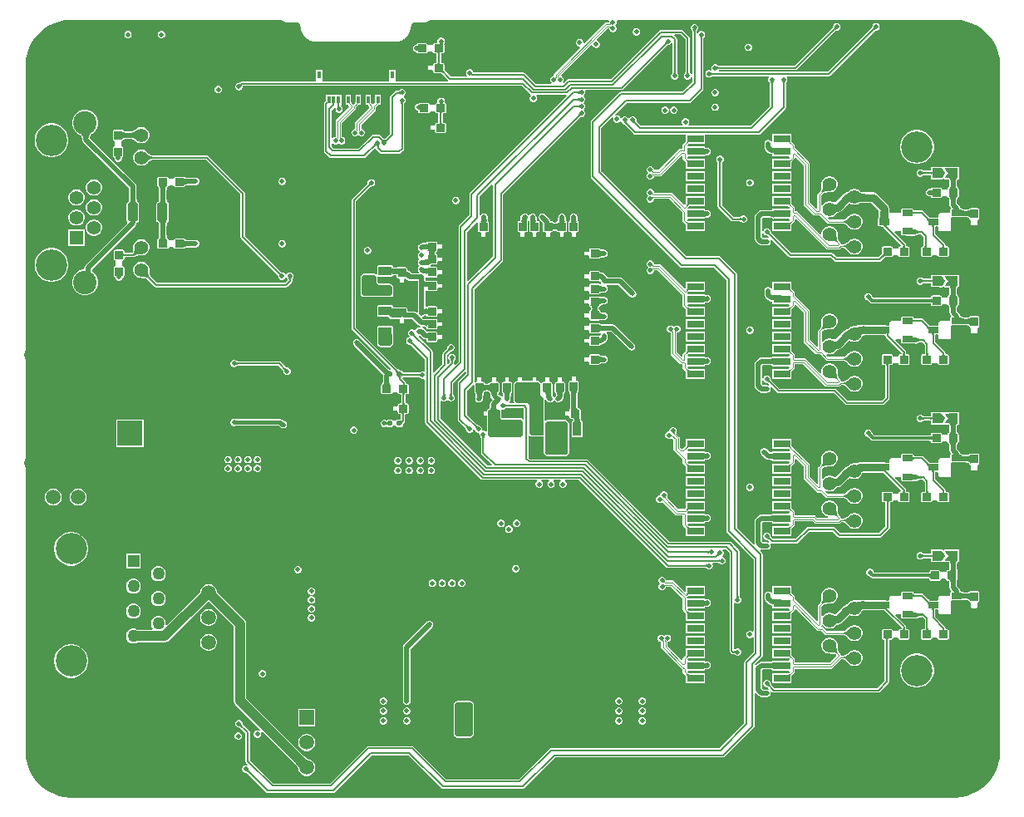
<source format=gbl>
G04*
G04 #@! TF.GenerationSoftware,Altium Limited,Altium Designer,23.4.1 (23)*
G04*
G04 Layer_Physical_Order=4*
G04 Layer_Color=16711680*
%FSLAX44Y44*%
%MOMM*%
G71*
G04*
G04 #@! TF.SameCoordinates,71779357-5CD3-41FB-92FB-A5B7E85101D3*
G04*
G04*
G04 #@! TF.FilePolarity,Positive*
G04*
G01*
G75*
%ADD10C,0.2000*%
%ADD16C,0.3000*%
%ADD53R,1.7018X0.7620*%
G04:AMPARAMS|DCode=54|XSize=0.9mm|YSize=0.8mm|CornerRadius=0.06mm|HoleSize=0mm|Usage=FLASHONLY|Rotation=90.000|XOffset=0mm|YOffset=0mm|HoleType=Round|Shape=RoundedRectangle|*
%AMROUNDEDRECTD54*
21,1,0.9000,0.6800,0,0,90.0*
21,1,0.7800,0.8000,0,0,90.0*
1,1,0.1200,0.3400,0.3900*
1,1,0.1200,0.3400,-0.3900*
1,1,0.1200,-0.3400,-0.3900*
1,1,0.1200,-0.3400,0.3900*
%
%ADD54ROUNDEDRECTD54*%
G04:AMPARAMS|DCode=55|XSize=0.9mm|YSize=0.8mm|CornerRadius=0.06mm|HoleSize=0mm|Usage=FLASHONLY|Rotation=180.000|XOffset=0mm|YOffset=0mm|HoleType=Round|Shape=RoundedRectangle|*
%AMROUNDEDRECTD55*
21,1,0.9000,0.6800,0,0,180.0*
21,1,0.7800,0.8000,0,0,180.0*
1,1,0.1200,-0.3900,0.3400*
1,1,0.1200,0.3900,0.3400*
1,1,0.1200,0.3900,-0.3400*
1,1,0.1200,-0.3900,-0.3400*
%
%ADD55ROUNDEDRECTD55*%
G04:AMPARAMS|DCode=64|XSize=0.9mm|YSize=1.4mm|CornerRadius=0.0675mm|HoleSize=0mm|Usage=FLASHONLY|Rotation=0.000|XOffset=0mm|YOffset=0mm|HoleType=Round|Shape=RoundedRectangle|*
%AMROUNDEDRECTD64*
21,1,0.9000,1.2650,0,0,0.0*
21,1,0.7650,1.4000,0,0,0.0*
1,1,0.1350,0.3825,-0.6325*
1,1,0.1350,-0.3825,-0.6325*
1,1,0.1350,-0.3825,0.6325*
1,1,0.1350,0.3825,0.6325*
%
%ADD64ROUNDEDRECTD64*%
G04:AMPARAMS|DCode=71|XSize=1mm|YSize=1.8mm|CornerRadius=0.05mm|HoleSize=0mm|Usage=FLASHONLY|Rotation=180.000|XOffset=0mm|YOffset=0mm|HoleType=Round|Shape=RoundedRectangle|*
%AMROUNDEDRECTD71*
21,1,1.0000,1.7000,0,0,180.0*
21,1,0.9000,1.8000,0,0,180.0*
1,1,0.1000,-0.4500,0.8500*
1,1,0.1000,0.4500,0.8500*
1,1,0.1000,0.4500,-0.8500*
1,1,0.1000,-0.4500,-0.8500*
%
%ADD71ROUNDEDRECTD71*%
G04:AMPARAMS|DCode=72|XSize=0.6mm|YSize=1.05mm|CornerRadius=0.045mm|HoleSize=0mm|Usage=FLASHONLY|Rotation=270.000|XOffset=0mm|YOffset=0mm|HoleType=Round|Shape=RoundedRectangle|*
%AMROUNDEDRECTD72*
21,1,0.6000,0.9600,0,0,270.0*
21,1,0.5100,1.0500,0,0,270.0*
1,1,0.0900,-0.4800,-0.2550*
1,1,0.0900,-0.4800,0.2550*
1,1,0.0900,0.4800,0.2550*
1,1,0.0900,0.4800,-0.2550*
%
%ADD72ROUNDEDRECTD72*%
%ADD80R,0.3000X0.8000*%
%ADD81R,0.4000X0.8000*%
G04:AMPARAMS|DCode=88|XSize=0.9mm|YSize=1.4mm|CornerRadius=0.0675mm|HoleSize=0mm|Usage=FLASHONLY|Rotation=270.000|XOffset=0mm|YOffset=0mm|HoleType=Round|Shape=RoundedRectangle|*
%AMROUNDEDRECTD88*
21,1,0.9000,1.2650,0,0,270.0*
21,1,0.7650,1.4000,0,0,270.0*
1,1,0.1350,-0.6325,-0.3825*
1,1,0.1350,-0.6325,0.3825*
1,1,0.1350,0.6325,0.3825*
1,1,0.1350,0.6325,-0.3825*
%
%ADD88ROUNDEDRECTD88*%
%ADD141C,1.3970*%
%ADD160R,0.9000X1.0000*%
%ADD163C,0.1254*%
%ADD166C,0.5000*%
%ADD167C,1.0000*%
%ADD169C,0.8000*%
%ADD172C,0.3810*%
%ADD173C,2.5000*%
%ADD174C,3.2004*%
%ADD175O,0.9000X1.8000*%
%ADD176C,1.5000*%
%ADD177R,1.5000X1.5000*%
%ADD178R,1.5000X1.5000*%
%ADD179C,8.0000*%
%ADD180C,1.5080*%
%ADD181C,2.5500*%
%ADD182R,2.5500X2.5500*%
%ADD183C,1.4080*%
%ADD184R,1.4080X1.4080*%
%ADD185C,2.4000*%
%ADD186C,3.2000*%
%ADD187C,1.2680*%
%ADD188R,1.2680X1.2680*%
%ADD189C,0.5000*%
%ADD191R,1.7000X2.5000*%
G04:AMPARAMS|DCode=192|XSize=0.5mm|YSize=0.5mm|CornerRadius=0.0625mm|HoleSize=0mm|Usage=FLASHONLY|Rotation=180.000|XOffset=0mm|YOffset=0mm|HoleType=Round|Shape=RoundedRectangle|*
%AMROUNDEDRECTD192*
21,1,0.5000,0.3750,0,0,180.0*
21,1,0.3750,0.5000,0,0,180.0*
1,1,0.1250,-0.1875,0.1875*
1,1,0.1250,0.1875,0.1875*
1,1,0.1250,0.1875,-0.1875*
1,1,0.1250,-0.1875,-0.1875*
%
%ADD192ROUNDEDRECTD192*%
%ADD193C,0.5500*%
G36*
X600475Y791667D02*
X600436Y791688D01*
X600392Y791697D01*
X600343Y791695D01*
X600288Y791680D01*
X600226Y791654D01*
X600160Y791615D01*
X600087Y791565D01*
X600009Y791502D01*
X599836Y791341D01*
X598949Y792228D01*
X599074Y792355D01*
X599434Y792770D01*
X599489Y792850D01*
X599530Y792920D01*
X599556Y792980D01*
X599569Y793031D01*
X599567Y793073D01*
X600475Y791667D01*
D02*
G37*
G36*
X599925Y789618D02*
X600087Y789481D01*
X600160Y789430D01*
X600226Y789392D01*
X600288Y789365D01*
X600343Y789351D01*
X600392Y789348D01*
X600436Y789357D01*
X600475Y789379D01*
X599567Y787972D01*
X599569Y788014D01*
X599556Y788065D01*
X599530Y788126D01*
X599489Y788196D01*
X599434Y788276D01*
X599365Y788365D01*
X599185Y788572D01*
X598949Y788818D01*
X599836Y789704D01*
X599925Y789618D01*
D02*
G37*
G36*
X869975Y786500D02*
X869766Y786493D01*
X869561Y786468D01*
X869359Y786425D01*
X869159Y786363D01*
X868963Y786283D01*
X868769Y786186D01*
X868579Y786069D01*
X868392Y785935D01*
X868207Y785783D01*
X868026Y785612D01*
X866612Y787026D01*
X866783Y787207D01*
X866935Y787392D01*
X867069Y787579D01*
X867186Y787769D01*
X867283Y787963D01*
X867363Y788159D01*
X867425Y788359D01*
X867468Y788561D01*
X867493Y788766D01*
X867500Y788975D01*
X869975Y786500D01*
D02*
G37*
G36*
X829975D02*
X829766Y786493D01*
X829561Y786468D01*
X829359Y786425D01*
X829159Y786363D01*
X828963Y786283D01*
X828769Y786186D01*
X828579Y786069D01*
X828392Y785935D01*
X828207Y785783D01*
X828026Y785612D01*
X826612Y787026D01*
X826783Y787207D01*
X826935Y787392D01*
X827069Y787579D01*
X827186Y787769D01*
X827283Y787963D01*
X827363Y788159D01*
X827425Y788359D01*
X827468Y788561D01*
X827493Y788766D01*
X827500Y788975D01*
X829975Y786500D01*
D02*
G37*
G36*
X686608Y786062D02*
X686480Y785899D01*
X686367Y785725D01*
X686270Y785541D01*
X686188Y785346D01*
X686120Y785140D01*
X686068Y784923D01*
X686030Y784696D01*
X686008Y784457D01*
X686000Y784209D01*
X684000D01*
X683992Y784457D01*
X683970Y784696D01*
X683932Y784923D01*
X683880Y785140D01*
X683812Y785346D01*
X683730Y785541D01*
X683633Y785725D01*
X683520Y785899D01*
X683392Y786062D01*
X683250Y786215D01*
X686750D01*
X686608Y786062D01*
D02*
G37*
G36*
X693607Y779062D02*
X693480Y778899D01*
X693367Y778725D01*
X693270Y778541D01*
X693187Y778346D01*
X693120Y778140D01*
X693067Y777923D01*
X693030Y777696D01*
X693008Y777458D01*
X693000Y777209D01*
X691000D01*
X690993Y777458D01*
X690970Y777696D01*
X690932Y777923D01*
X690880Y778140D01*
X690813Y778346D01*
X690730Y778541D01*
X690632Y778725D01*
X690520Y778899D01*
X690393Y779062D01*
X690250Y779215D01*
X693750D01*
X693607Y779062D01*
D02*
G37*
G36*
X428008Y772664D02*
X428033Y772342D01*
X428052Y772215D01*
X428750D01*
X428607Y772062D01*
X428480Y771899D01*
X428368Y771725D01*
X428270Y771541D01*
X428243Y771478D01*
X428301Y771351D01*
X428410Y771178D01*
X428535Y771034D01*
X428677Y770920D01*
X428836Y770836D01*
X428058Y770866D01*
X428030Y770696D01*
X428008Y770458D01*
X428000Y770209D01*
X426000D01*
X425993Y770458D01*
X425970Y770696D01*
X425933Y770923D01*
X425926Y770950D01*
X425000Y770986D01*
X425190Y770999D01*
X425360Y771055D01*
X425510Y771152D01*
X425640Y771292D01*
X425750Y771474D01*
X425754Y771484D01*
X425730Y771541D01*
X425633Y771725D01*
X425520Y771899D01*
X425392Y772062D01*
X425250Y772215D01*
X425951D01*
X425960Y772273D01*
X425990Y772624D01*
X426000Y773016D01*
X428000D01*
X428008Y772664D01*
D02*
G37*
G36*
X657975Y771500D02*
X657766Y771493D01*
X657561Y771468D01*
X657359Y771425D01*
X657159Y771363D01*
X656963Y771283D01*
X656769Y771186D01*
X656579Y771069D01*
X656392Y770935D01*
X656208Y770783D01*
X656026Y770612D01*
X654612Y772026D01*
X654783Y772207D01*
X654935Y772392D01*
X655069Y772579D01*
X655185Y772769D01*
X655283Y772963D01*
X655363Y773159D01*
X655425Y773359D01*
X655468Y773561D01*
X655493Y773766D01*
X655500Y773975D01*
X657975Y771500D01*
D02*
G37*
G36*
X426310Y762994D02*
X426140Y762933D01*
X425990Y762831D01*
X425860Y762689D01*
X425750Y762506D01*
X425660Y762283D01*
X425590Y762019D01*
X425540Y761715D01*
X425510Y761369D01*
X425500Y760984D01*
X423500D01*
X423490Y761369D01*
X423460Y761715D01*
X423410Y762019D01*
X423340Y762283D01*
X423250Y762506D01*
X423140Y762689D01*
X423010Y762831D01*
X422860Y762933D01*
X422690Y762994D01*
X422500Y763014D01*
X426500D01*
X426310Y762994D01*
D02*
G37*
G36*
X425510Y752631D02*
X425540Y752286D01*
X425590Y751981D01*
X425660Y751717D01*
X425750Y751494D01*
X425860Y751311D01*
X425990Y751169D01*
X426140Y751067D01*
X426310Y751006D01*
X426500Y750986D01*
X422500D01*
X422690Y751006D01*
X422860Y751067D01*
X423010Y751169D01*
X423140Y751311D01*
X423250Y751494D01*
X423340Y751717D01*
X423410Y751981D01*
X423460Y752286D01*
X423490Y752631D01*
X423500Y753016D01*
X425500D01*
X425510Y752631D01*
D02*
G37*
G36*
X707938Y748607D02*
X708101Y748480D01*
X708275Y748367D01*
X708459Y748270D01*
X708654Y748187D01*
X708860Y748120D01*
X709077Y748067D01*
X709304Y748030D01*
X709542Y748008D01*
X709791Y748000D01*
Y746000D01*
X709542Y745993D01*
X709304Y745970D01*
X709077Y745932D01*
X708860Y745880D01*
X708654Y745813D01*
X708459Y745730D01*
X708275Y745632D01*
X708101Y745520D01*
X707938Y745393D01*
X707785Y745250D01*
Y748750D01*
X707938Y748607D01*
D02*
G37*
G36*
X428876Y745659D02*
X428822Y745478D01*
X428825Y745267D01*
X428885Y745027D01*
X429001Y744759D01*
X429174Y744462D01*
X429403Y744136D01*
X429689Y743780D01*
X430431Y742984D01*
X429016Y741569D01*
X428604Y741968D01*
X427864Y742597D01*
X427538Y742826D01*
X427241Y742999D01*
X426973Y743115D01*
X426733Y743175D01*
X426522Y743178D01*
X426341Y743124D01*
X426188Y743014D01*
X428986Y745812D01*
X428876Y745659D01*
D02*
G37*
G36*
X679007Y742542D02*
X679030Y742304D01*
X679068Y742077D01*
X679120Y741860D01*
X679187Y741654D01*
X679270Y741459D01*
X679368Y741275D01*
X679480Y741101D01*
X679607Y740938D01*
X679750Y740785D01*
X676250D01*
X676393Y740938D01*
X676520Y741101D01*
X676633Y741275D01*
X676730Y741459D01*
X676813Y741654D01*
X676880Y741860D01*
X676933Y742077D01*
X676970Y742304D01*
X676992Y742542D01*
X677000Y742791D01*
X679000D01*
X679007Y742542D01*
D02*
G37*
G36*
X666008D02*
X666030Y742304D01*
X666068Y742077D01*
X666120Y741860D01*
X666188Y741654D01*
X666270Y741459D01*
X666367Y741275D01*
X666480Y741101D01*
X666608Y740938D01*
X666750Y740785D01*
X663250D01*
X663392Y740938D01*
X663520Y741101D01*
X663633Y741275D01*
X663730Y741459D01*
X663812Y741654D01*
X663880Y741860D01*
X663932Y742077D01*
X663970Y742304D01*
X663992Y742542D01*
X664000Y742791D01*
X666000D01*
X666008Y742542D01*
D02*
G37*
G36*
X701938Y742607D02*
X702101Y742480D01*
X702275Y742367D01*
X702459Y742270D01*
X702654Y742188D01*
X702860Y742120D01*
X703077Y742067D01*
X703304Y742030D01*
X703542Y742008D01*
X703791Y742000D01*
Y740000D01*
X703542Y739993D01*
X703304Y739970D01*
X703077Y739932D01*
X702860Y739880D01*
X702654Y739812D01*
X702459Y739730D01*
X702275Y739632D01*
X702101Y739520D01*
X701938Y739392D01*
X701785Y739250D01*
Y742750D01*
X701938Y742607D01*
D02*
G37*
G36*
X544056Y737164D02*
X543970Y737075D01*
X543833Y736913D01*
X543783Y736840D01*
X543744Y736774D01*
X543717Y736712D01*
X543703Y736657D01*
X543700Y736608D01*
X543709Y736564D01*
X543731Y736525D01*
X542325Y737433D01*
X542366Y737431D01*
X542417Y737444D01*
X542478Y737470D01*
X542548Y737511D01*
X542628Y737566D01*
X542717Y737635D01*
X542924Y737814D01*
X543170Y738051D01*
X544056Y737164D01*
D02*
G37*
G36*
X546708Y737926D02*
X547122Y737566D01*
X547202Y737511D01*
X547272Y737470D01*
X547333Y737444D01*
X547384Y737431D01*
X547425Y737433D01*
X546019Y736525D01*
X546040Y736564D01*
X546050Y736608D01*
X546047Y736657D01*
X546033Y736712D01*
X546006Y736774D01*
X545967Y736840D01*
X545917Y736913D01*
X545854Y736991D01*
X545694Y737164D01*
X546580Y738051D01*
X546708Y737926D01*
D02*
G37*
G36*
X777607Y733062D02*
X777480Y732899D01*
X777367Y732725D01*
X777270Y732541D01*
X777188Y732346D01*
X777120Y732140D01*
X777067Y731923D01*
X777030Y731696D01*
X777008Y731458D01*
X777000Y731209D01*
X775000D01*
X774993Y731458D01*
X774970Y731696D01*
X774932Y731923D01*
X774880Y732140D01*
X774812Y732346D01*
X774730Y732541D01*
X774632Y732725D01*
X774520Y732899D01*
X774392Y733062D01*
X774250Y733215D01*
X777750D01*
X777607Y733062D01*
D02*
G37*
G36*
X765608D02*
X765480Y732899D01*
X765368Y732725D01*
X765270Y732541D01*
X765188Y732346D01*
X765120Y732140D01*
X765068Y731923D01*
X765030Y731696D01*
X765007Y731458D01*
X765000Y731209D01*
X763000D01*
X762992Y731458D01*
X762970Y731696D01*
X762933Y731923D01*
X762880Y732140D01*
X762812Y732346D01*
X762730Y732541D01*
X762633Y732725D01*
X762520Y732899D01*
X762393Y733062D01*
X762250Y733215D01*
X765750D01*
X765608Y733062D01*
D02*
G37*
G36*
X224388Y729974D02*
X224217Y729792D01*
X224065Y729608D01*
X223931Y729421D01*
X223815Y729231D01*
X223717Y729037D01*
X223637Y728841D01*
X223575Y728641D01*
X223532Y728439D01*
X223507Y728233D01*
X223500Y728025D01*
X221025Y730500D01*
X221234Y730507D01*
X221439Y730532D01*
X221641Y730575D01*
X221841Y730637D01*
X222037Y730717D01*
X222231Y730815D01*
X222421Y730931D01*
X222608Y731065D01*
X222792Y731217D01*
X222974Y731388D01*
X224388Y729974D01*
D02*
G37*
G36*
X568215Y720250D02*
X568062Y720393D01*
X567899Y720520D01*
X567725Y720632D01*
X567541Y720730D01*
X567346Y720813D01*
X567140Y720880D01*
X566923Y720932D01*
X566696Y720970D01*
X566457Y720993D01*
X566209Y721000D01*
Y723000D01*
X566457Y723008D01*
X566696Y723030D01*
X566923Y723067D01*
X567140Y723120D01*
X567346Y723187D01*
X567541Y723270D01*
X567725Y723367D01*
X567899Y723480D01*
X568062Y723607D01*
X568215Y723750D01*
Y720250D01*
D02*
G37*
G36*
Y713250D02*
X568062Y713392D01*
X567899Y713520D01*
X567725Y713633D01*
X567541Y713730D01*
X567346Y713812D01*
X567140Y713880D01*
X566923Y713932D01*
X566696Y713970D01*
X566457Y713992D01*
X566209Y714000D01*
Y716000D01*
X566457Y716008D01*
X566696Y716030D01*
X566923Y716068D01*
X567140Y716120D01*
X567346Y716188D01*
X567541Y716270D01*
X567725Y716367D01*
X567899Y716480D01*
X568062Y716608D01*
X568215Y716750D01*
Y713250D01*
D02*
G37*
G36*
Y706250D02*
X568062Y706393D01*
X567899Y706520D01*
X567725Y706633D01*
X567541Y706730D01*
X567346Y706813D01*
X567140Y706880D01*
X566923Y706933D01*
X566696Y706970D01*
X566457Y706992D01*
X566209Y707000D01*
Y709000D01*
X566457Y709007D01*
X566696Y709030D01*
X566923Y709068D01*
X567140Y709120D01*
X567346Y709187D01*
X567541Y709270D01*
X567725Y709368D01*
X567899Y709480D01*
X568062Y709607D01*
X568215Y709750D01*
Y706250D01*
D02*
G37*
G36*
X569975Y698500D02*
X569767Y698493D01*
X569561Y698468D01*
X569359Y698425D01*
X569159Y698363D01*
X568963Y698283D01*
X568769Y698186D01*
X568579Y698069D01*
X568392Y697935D01*
X568208Y697783D01*
X568026Y697612D01*
X566612Y699026D01*
X566783Y699208D01*
X566935Y699392D01*
X567069Y699579D01*
X567186Y699769D01*
X567283Y699963D01*
X567363Y700159D01*
X567425Y700359D01*
X567468Y700561D01*
X567493Y700767D01*
X567500Y700975D01*
X569975Y698500D01*
D02*
G37*
G36*
X624450Y693416D02*
X624450Y693215D01*
X624472Y693016D01*
X624516Y692819D01*
X624580Y692625D01*
X624666Y692433D01*
X624774Y692243D01*
X624902Y692055D01*
X625053Y691870D01*
X625224Y691686D01*
X623587Y690495D01*
X623408Y690666D01*
X623226Y690821D01*
X623041Y690961D01*
X622853Y691086D01*
X622663Y691197D01*
X622469Y691292D01*
X622273Y691372D01*
X622075Y691437D01*
X621873Y691487D01*
X621669Y691522D01*
X624471Y693619D01*
X624450Y693416D01*
D02*
G37*
G36*
X616127Y692650D02*
X616081Y692484D01*
X616063Y692316D01*
X616072Y692144D01*
X616109Y691970D01*
X616174Y691793D01*
X616266Y691614D01*
X616386Y691432D01*
X616533Y691247D01*
X616708Y691059D01*
X615095Y689845D01*
X614776Y690161D01*
X613041Y691679D01*
X612926Y691742D01*
X616201Y692814D01*
X616127Y692650D01*
D02*
G37*
G36*
X679225Y670670D02*
X679128Y670741D01*
X679013Y670777D01*
X678880D01*
X678729Y670741D01*
X678561Y670670D01*
X678374Y670564D01*
X678171Y670422D01*
X677949Y670245D01*
X677452Y669784D01*
X676566Y670670D01*
X676814Y670928D01*
X677204Y671389D01*
X677346Y671592D01*
X677452Y671779D01*
X677523Y671947D01*
X677559Y672098D01*
Y672231D01*
X677523Y672346D01*
X677452Y672444D01*
X679225Y670670D01*
D02*
G37*
G36*
X956033Y795826D02*
X961963Y794647D01*
X967688Y792703D01*
X973111Y790029D01*
X978138Y786670D01*
X982684Y782684D01*
X986670Y778138D01*
X990029Y773111D01*
X992703Y767688D01*
X994647Y761963D01*
X995826Y756033D01*
X996211Y750172D01*
X996177Y750000D01*
Y50000D01*
X996211Y49828D01*
X995826Y43967D01*
X994647Y38037D01*
X992703Y32312D01*
X990029Y26889D01*
X986670Y21862D01*
X982684Y17316D01*
X978138Y13330D01*
X973111Y9971D01*
X967688Y7297D01*
X961963Y5353D01*
X956033Y4173D01*
X950172Y3789D01*
X950000Y3823D01*
X50000D01*
X49828Y3789D01*
X43967Y4173D01*
X38037Y5353D01*
X32312Y7297D01*
X26889Y9971D01*
X21862Y13330D01*
X17316Y17316D01*
X13330Y21862D01*
X9971Y26889D01*
X7297Y32312D01*
X5353Y38037D01*
X4173Y43967D01*
X3789Y49828D01*
X3823Y50000D01*
Y750000D01*
X3789Y750172D01*
X4173Y756033D01*
X5353Y761963D01*
X7297Y767688D01*
X9971Y773111D01*
X13330Y778138D01*
X17316Y782684D01*
X21862Y786670D01*
X26889Y790029D01*
X32312Y792703D01*
X38037Y794647D01*
X43967Y795826D01*
X49828Y796211D01*
X50000Y796177D01*
X265038D01*
X265494Y795494D01*
X267561Y794113D01*
X270000Y793627D01*
X280000D01*
X280167Y793661D01*
X281414Y793413D01*
X282612Y792612D01*
X283413Y791414D01*
X283661Y790167D01*
X283628Y790000D01*
X283714Y789564D01*
X283985Y786814D01*
X284914Y783751D01*
X286423Y780928D01*
X288454Y778454D01*
X290928Y776423D01*
X293751Y774914D01*
X296814Y773985D01*
X299564Y773714D01*
X300000Y773627D01*
X380000D01*
X380436Y773714D01*
X383186Y773985D01*
X386249Y774914D01*
X389072Y776423D01*
X391546Y778454D01*
X393577Y780928D01*
X395086Y783751D01*
X396015Y786814D01*
X396286Y789564D01*
X396372Y790000D01*
X396339Y790167D01*
X396587Y791414D01*
X397388Y792612D01*
X398586Y793413D01*
X399833Y793661D01*
X400000Y793627D01*
X410000D01*
X412439Y794113D01*
X414506Y795494D01*
X414962Y796177D01*
X597614D01*
X598462Y794906D01*
X598250Y794394D01*
Y793698D01*
X594965D01*
X594233Y793553D01*
X593612Y793138D01*
X573040Y772566D01*
X571770Y773092D01*
Y773750D01*
X571196Y775135D01*
X570135Y776196D01*
X568750Y776770D01*
X567250D01*
X565864Y776196D01*
X564804Y775135D01*
X564230Y773750D01*
Y772250D01*
X564804Y770864D01*
X565864Y769804D01*
X567250Y769230D01*
X567908D01*
X568434Y767960D01*
X542260Y741786D01*
X541845Y741165D01*
X541699Y740433D01*
Y738750D01*
X541004D01*
X539626Y738179D01*
X538571Y737124D01*
X538000Y735746D01*
Y734254D01*
X538571Y732876D01*
X539449Y731998D01*
X539283Y731160D01*
X539059Y730728D01*
X523642D01*
X512748Y741622D01*
X512004Y742119D01*
X511126Y742294D01*
X459750D01*
Y742746D01*
X459179Y744124D01*
X458124Y745179D01*
X456746Y745750D01*
X455254D01*
X453876Y745179D01*
X452821Y744124D01*
X452250Y742746D01*
Y741254D01*
X452821Y739876D01*
X453133Y739564D01*
X452607Y738294D01*
X436950D01*
X431470Y743774D01*
X431421Y743905D01*
X430713Y744667D01*
X430485Y744950D01*
X430314Y745192D01*
X430286Y745240D01*
Y745685D01*
X430339Y745812D01*
X430295Y745918D01*
X430321Y746029D01*
X430286Y746086D01*
Y750400D01*
X430143Y751122D01*
X429734Y751734D01*
X429122Y752143D01*
X428400Y752286D01*
X426911D01*
X426884Y752454D01*
X426861Y752707D01*
X426853Y753052D01*
X426794Y753183D01*
Y760817D01*
X426853Y760948D01*
X426861Y761293D01*
X426884Y761546D01*
X426911Y761714D01*
X428400D01*
X429122Y761857D01*
X429734Y762266D01*
X430143Y762878D01*
X430286Y763600D01*
Y770400D01*
X430143Y771122D01*
X430121Y771153D01*
X430129Y771234D01*
X429935Y771469D01*
X429891Y771588D01*
X430179Y771876D01*
X430750Y773254D01*
Y774746D01*
X430179Y776124D01*
X429124Y777179D01*
X427746Y777750D01*
X426254D01*
X424876Y777179D01*
X423821Y776124D01*
X423250Y774746D01*
Y773254D01*
X422603Y772286D01*
X420600D01*
X419878Y772143D01*
X419266Y771734D01*
X418857Y771122D01*
X418000Y770353D01*
X414001D01*
X413162Y771130D01*
X412748Y771748D01*
X412130Y772161D01*
X411400Y772307D01*
X403600D01*
X402870Y772161D01*
X402252Y771748D01*
X401838Y771130D01*
X401773Y770799D01*
X401629Y770770D01*
X401250D01*
X400900Y770625D01*
X400529Y770551D01*
X400214Y770341D01*
X399865Y770196D01*
X399597Y769928D01*
X399282Y769718D01*
X399072Y769403D01*
X398804Y769136D01*
X398659Y768786D01*
X398449Y768471D01*
X398375Y768100D01*
X398230Y767750D01*
Y767371D01*
X398156Y767000D01*
X398230Y766629D01*
Y766250D01*
X398375Y765900D01*
X398449Y765529D01*
X398659Y765214D01*
X398804Y764865D01*
X399072Y764597D01*
X399282Y764282D01*
X399597Y764072D01*
X399865Y763804D01*
X400214Y763659D01*
X400529Y763449D01*
X400900Y763375D01*
X401250Y763230D01*
X401629D01*
X401773Y763201D01*
X401838Y762870D01*
X402252Y762252D01*
X402870Y761839D01*
X403600Y761693D01*
X411400D01*
X412130Y761839D01*
X412748Y762252D01*
X413162Y762870D01*
X414001Y763647D01*
X418000D01*
X418857Y762878D01*
X419266Y762266D01*
X419878Y761857D01*
X420600Y761714D01*
X422089D01*
X422117Y761546D01*
X422138Y761293D01*
X422147Y760948D01*
X422206Y760817D01*
Y753183D01*
X422147Y753052D01*
X422138Y752707D01*
X422117Y752454D01*
X422089Y752286D01*
X420600D01*
X419878Y752143D01*
X419266Y751734D01*
X418857Y751122D01*
X418714Y750400D01*
Y749974D01*
X418000Y749000D01*
X417444Y749000D01*
X414000D01*
Y745000D01*
X418000Y745000D01*
X418714Y744026D01*
Y743600D01*
X418857Y742878D01*
X419266Y742266D01*
X419878Y741857D01*
X420600Y741714D01*
X425914D01*
X425971Y741679D01*
X426082Y741705D01*
X426188Y741661D01*
X426315Y741714D01*
X426759D01*
X426808Y741686D01*
X427035Y741526D01*
X427694Y740966D01*
X428076Y740596D01*
X428213Y740542D01*
X434192Y734564D01*
X434038Y733823D01*
X433714Y733294D01*
X380784D01*
X380750Y734550D01*
X380750Y734564D01*
Y745050D01*
X374250D01*
Y734564D01*
X374250Y734550D01*
X374216Y733294D01*
X305784D01*
X305750Y734550D01*
X305750Y734564D01*
Y745050D01*
X299250D01*
Y734564D01*
X299250Y734550D01*
X299216Y733294D01*
X224000D01*
X223122Y733120D01*
X222378Y732622D01*
X222179Y732423D01*
X222046Y732373D01*
X221897Y732232D01*
X221782Y732137D01*
X221674Y732059D01*
X221572Y731998D01*
X221476Y731949D01*
X221386Y731913D01*
X221300Y731886D01*
X221215Y731868D01*
X221128Y731857D01*
X220980Y731852D01*
X220755Y731750D01*
X220254D01*
X218876Y731179D01*
X217821Y730124D01*
X217250Y728746D01*
Y727254D01*
X217821Y725876D01*
X218876Y724821D01*
X220254Y724250D01*
X221746D01*
X223124Y724821D01*
X224179Y725876D01*
X224750Y727254D01*
Y727755D01*
X224852Y727980D01*
X224857Y728128D01*
X224868Y728215D01*
X224886Y728300D01*
X224912Y728386D01*
X224949Y728476D01*
X224998Y728572D01*
X225060Y728673D01*
X225083Y728706D01*
X509454D01*
X517914Y720246D01*
X518094Y720125D01*
X518310Y718667D01*
X518284Y718587D01*
X517821Y718124D01*
X517250Y716746D01*
Y715254D01*
X517821Y713876D01*
X518876Y712821D01*
X520254Y712250D01*
X521746D01*
X523124Y712821D01*
X524179Y713876D01*
X524750Y715254D01*
Y716746D01*
X524179Y718124D01*
X523999Y718304D01*
X524525Y719574D01*
X554343D01*
X554869Y718304D01*
X456378Y619813D01*
X455881Y619069D01*
X455706Y618191D01*
Y596950D01*
X445378Y586622D01*
X444880Y585878D01*
X444706Y585000D01*
Y447950D01*
X441176Y444421D01*
X440189Y445076D01*
X440129Y445169D01*
X440294Y446000D01*
Y448038D01*
X440352Y448168D01*
X440359Y448373D01*
X440373Y448522D01*
X440394Y448653D01*
X440422Y448769D01*
X440456Y448871D01*
X440494Y448960D01*
X440536Y449040D01*
X440583Y449113D01*
X440637Y449182D01*
X440738Y449291D01*
X440825Y449522D01*
X441179Y449876D01*
X441750Y451254D01*
Y452746D01*
X441179Y454124D01*
X440124Y455179D01*
X438746Y455750D01*
X437254D01*
X435876Y455179D01*
X434821Y454124D01*
X434250Y452746D01*
Y451254D01*
X434821Y449876D01*
X435175Y449522D01*
X435262Y449291D01*
X435363Y449182D01*
X435417Y449113D01*
X435464Y449040D01*
X435506Y448960D01*
X435544Y448871D01*
X435578Y448769D01*
X435606Y448653D01*
X435627Y448522D01*
X435641Y448373D01*
X435648Y448168D01*
X435706Y448038D01*
Y446950D01*
X434214Y445458D01*
X432944Y445984D01*
Y454700D01*
X435821Y457576D01*
X435954Y457627D01*
X436103Y457768D01*
X436218Y457863D01*
X436326Y457940D01*
X436428Y458003D01*
X436524Y458051D01*
X436614Y458087D01*
X436700Y458114D01*
X436785Y458132D01*
X436872Y458143D01*
X437020Y458148D01*
X437245Y458250D01*
X437746D01*
X439124Y458821D01*
X440179Y459876D01*
X440750Y461254D01*
Y462746D01*
X440179Y464124D01*
X439124Y465179D01*
X437746Y465750D01*
X436254D01*
X434876Y465179D01*
X433821Y464124D01*
X433250Y462746D01*
Y462245D01*
X433148Y462020D01*
X433143Y461872D01*
X433132Y461785D01*
X433114Y461700D01*
X433087Y461614D01*
X433051Y461524D01*
X433003Y461428D01*
X432940Y461326D01*
X432863Y461218D01*
X432768Y461103D01*
X432627Y460954D01*
X432576Y460821D01*
X429028Y457272D01*
X428531Y456528D01*
X428356Y455650D01*
Y445530D01*
X419622Y436797D01*
X418352Y437323D01*
Y457942D01*
X418178Y458820D01*
X417680Y459564D01*
X403969Y473276D01*
X404463Y474578D01*
X405231Y474624D01*
X408059Y471796D01*
X408059Y471796D01*
X409299Y470968D01*
X410763Y470677D01*
X411714D01*
Y469600D01*
X411857Y468878D01*
X412266Y468266D01*
X412878Y467857D01*
X413600Y467714D01*
X421400D01*
X422122Y467857D01*
X422734Y468266D01*
X423143Y468878D01*
X423286Y469600D01*
Y470026D01*
X424000Y471000D01*
X424556Y471000D01*
X428000D01*
Y475000D01*
X424000Y475000D01*
X423286Y475974D01*
Y476400D01*
X423143Y477122D01*
X422734Y477734D01*
X422122Y478143D01*
X421400Y478286D01*
X416187D01*
X416000Y478324D01*
X412346D01*
X409216Y481454D01*
X407976Y482282D01*
X407918Y483589D01*
X407949Y483647D01*
X408878Y483624D01*
X409654Y483557D01*
X410303Y483451D01*
X410821Y483315D01*
X411200Y483162D01*
X411446Y483015D01*
X411578Y482893D01*
X411641Y482800D01*
X411677Y482696D01*
X411706Y482387D01*
X411787Y482234D01*
X411857Y481878D01*
X412266Y481266D01*
X412878Y480857D01*
X413600Y480714D01*
X421400D01*
X422122Y480857D01*
X422734Y481266D01*
X423143Y481878D01*
X423286Y482600D01*
Y483026D01*
X424000Y484000D01*
X424556Y484000D01*
X428000D01*
Y488000D01*
X424000Y488000D01*
X423286Y488974D01*
Y489400D01*
X423143Y490122D01*
X422734Y490734D01*
X422122Y491143D01*
X421400Y491286D01*
X416187D01*
X416000Y491324D01*
X409413D01*
X408609Y491352D01*
X408532Y491324D01*
X408384D01*
X407709Y492137D01*
X408086Y493391D01*
X408094Y493394D01*
X408463Y493468D01*
X408776Y493677D01*
X409124Y493821D01*
X409390Y494087D01*
X409704Y494296D01*
X410474Y495066D01*
X410690Y495041D01*
X411101Y494966D01*
X411429Y494877D01*
X411670Y494785D01*
X411824Y494703D01*
X411897Y494647D01*
X411913Y494629D01*
X411982Y494506D01*
X412133Y494386D01*
X412207Y494207D01*
X412524Y494076D01*
X412793Y493863D01*
X412859Y493870D01*
X412878Y493857D01*
X413600Y493714D01*
X421400D01*
X422122Y493857D01*
X422734Y494266D01*
X423143Y494878D01*
X423286Y495600D01*
Y496026D01*
X424000Y497000D01*
X424556Y497000D01*
X428000D01*
Y501000D01*
X424000Y501000D01*
X423286Y501974D01*
Y502400D01*
X423143Y503122D01*
X422734Y503734D01*
X422122Y504143D01*
X421400Y504286D01*
X413600D01*
X412878Y504143D01*
X412859Y504129D01*
X412793Y504137D01*
X412524Y503924D01*
X412207Y503793D01*
X411049Y503992D01*
X410960Y504015D01*
X410824Y504275D01*
Y520140D01*
X412094Y520525D01*
X412266Y520266D01*
X412878Y519857D01*
X413600Y519714D01*
X421400D01*
X422122Y519857D01*
X422734Y520266D01*
X423143Y520878D01*
X423286Y521600D01*
Y522026D01*
X424000Y523000D01*
X424556Y523000D01*
X428000D01*
Y527000D01*
X424000Y527000D01*
X423286Y527974D01*
Y528400D01*
X423143Y529122D01*
X422734Y529734D01*
X422122Y530143D01*
X421400Y530286D01*
X416187D01*
X416000Y530323D01*
X411513D01*
X410824Y531013D01*
Y532719D01*
X411041Y533814D01*
X411669Y534109D01*
X412320Y534230D01*
X412878Y533857D01*
X413600Y533714D01*
X421400D01*
X422122Y533857D01*
X422734Y534266D01*
X423143Y534878D01*
X423286Y535600D01*
Y536026D01*
X424000Y537000D01*
X424556Y537000D01*
X428000D01*
Y541000D01*
X424000Y541000D01*
X423286Y541974D01*
Y542400D01*
X423143Y543122D01*
X422734Y543734D01*
X422122Y544143D01*
X421400Y544286D01*
X416614D01*
X416367Y544551D01*
X416510Y546174D01*
X416725Y546318D01*
X417121Y546714D01*
X421400D01*
X422122Y546857D01*
X422734Y547266D01*
X423143Y547878D01*
X423286Y548600D01*
Y549026D01*
X424000Y550000D01*
X424556Y550000D01*
X428000D01*
Y554000D01*
X424000Y554000D01*
X423286Y554974D01*
Y555400D01*
X423143Y556122D01*
X423125Y556148D01*
X423133Y556222D01*
X422921Y556483D01*
X422793Y556793D01*
X422607Y556870D01*
X422480Y557026D01*
X422252Y557149D01*
X422141Y557242D01*
X422013Y557397D01*
X421874Y557635D01*
X421735Y557967D01*
X421607Y558395D01*
X421586Y558500D01*
X421607Y558605D01*
X421735Y559033D01*
X421874Y559364D01*
X422013Y559603D01*
X422141Y559758D01*
X422252Y559851D01*
X422480Y559974D01*
X422607Y560130D01*
X422793Y560207D01*
X422921Y560517D01*
X423133Y560778D01*
X423125Y560852D01*
X423143Y560878D01*
X423286Y561600D01*
Y562026D01*
X424000Y563000D01*
X424556Y563000D01*
X428000D01*
Y567000D01*
X424000Y567000D01*
X423286Y567974D01*
Y568400D01*
X423143Y569122D01*
X422734Y569734D01*
X422122Y570143D01*
X421400Y570286D01*
X413600D01*
X412878Y570143D01*
X412876Y570141D01*
X412832Y570147D01*
X412542Y569931D01*
X412207Y569793D01*
X412141Y569632D01*
X412002Y569528D01*
X411941Y569426D01*
X411935Y569420D01*
X411826Y569351D01*
X411599Y569251D01*
X411253Y569144D01*
X410798Y569046D01*
X410256Y568966D01*
X408824Y568866D01*
X407980Y568853D01*
X407836Y568791D01*
X406537Y568532D01*
X405296Y567704D01*
X405296Y567704D01*
X404296Y566704D01*
X404087Y566390D01*
X403821Y566124D01*
X403677Y565776D01*
X403468Y565463D01*
X403394Y565094D01*
X403250Y564746D01*
Y564369D01*
X403176Y564000D01*
X403250Y563631D01*
Y563254D01*
X403394Y562906D01*
X403468Y562537D01*
X403677Y562224D01*
X403821Y561876D01*
X404087Y561609D01*
X404296Y561296D01*
X404610Y561087D01*
X404876Y560821D01*
X405146Y560709D01*
X405216Y560501D01*
X405174Y559450D01*
X405131Y559328D01*
X404864Y559218D01*
X403804Y558157D01*
X403230Y556772D01*
Y555272D01*
X403804Y553886D01*
X404364Y553326D01*
X404543Y552926D01*
X404385Y551860D01*
X404324Y551737D01*
X404313Y551718D01*
X404109Y551412D01*
X403821Y551124D01*
X403665Y550748D01*
X403489Y550485D01*
X403428Y550174D01*
X403250Y549746D01*
Y549282D01*
X403198Y549022D01*
X403250Y548761D01*
Y548254D01*
X403444Y547785D01*
X403489Y547559D01*
X403618Y547366D01*
X403821Y546876D01*
X404196Y546501D01*
X404318Y546318D01*
X404341Y546303D01*
X404444Y546086D01*
X404524Y545681D01*
X404395Y544869D01*
X404319Y544719D01*
X404296Y544704D01*
X404087Y544390D01*
X403821Y544124D01*
X403677Y543776D01*
X403468Y543463D01*
X403394Y543094D01*
X403250Y542746D01*
Y542369D01*
X403176Y542000D01*
X403250Y541631D01*
Y541254D01*
X403394Y540906D01*
X403468Y540537D01*
X403677Y540224D01*
X403821Y539876D01*
X404087Y539610D01*
X404262Y539348D01*
X404150Y538790D01*
X403855Y538078D01*
X397072D01*
X395516Y539634D01*
X394193Y540518D01*
X392632Y540828D01*
X392286Y542008D01*
Y542400D01*
X392143Y543122D01*
X391734Y543734D01*
X391122Y544143D01*
X390400Y544286D01*
X383600D01*
X382878Y544143D01*
X382784Y544080D01*
X380564Y543953D01*
X380003Y543951D01*
X378941Y543961D01*
X378288Y543992D01*
Y544325D01*
X378138Y545076D01*
X377713Y545713D01*
X377076Y546138D01*
X376325Y546288D01*
X363675D01*
X362924Y546138D01*
X362287Y545713D01*
X361862Y545076D01*
X361712Y544325D01*
Y536997D01*
X360925Y536528D01*
X360470Y536443D01*
X359957Y536957D01*
X359000Y537353D01*
X348000D01*
X347043Y536957D01*
X345043Y534957D01*
X344647Y534000D01*
Y517000D01*
X345043Y516043D01*
X347043Y514043D01*
X348000Y513647D01*
X375000D01*
X375158Y513712D01*
X376325D01*
X377076Y513862D01*
X377713Y514287D01*
X378138Y514924D01*
X378288Y515675D01*
Y516842D01*
X378353Y517000D01*
Y524000D01*
X377957Y524957D01*
X375957Y526957D01*
X375000Y527353D01*
X363560D01*
X362353Y528560D01*
Y533779D01*
X362413Y533893D01*
X362934Y534420D01*
X363411Y534765D01*
X363675Y534712D01*
X376325D01*
X377076Y534862D01*
X377713Y535287D01*
X377958Y535654D01*
X379464Y535743D01*
X379990Y535745D01*
X381714Y535712D01*
Y534600D01*
X381857Y533878D01*
X382266Y533266D01*
X382878Y532857D01*
X383600Y532714D01*
X384026D01*
X385000Y532000D01*
X385000Y531444D01*
Y528000D01*
X389000D01*
Y531402D01*
X389000Y532000D01*
X389992Y532672D01*
X390943D01*
X392498Y531116D01*
X393821Y530232D01*
X395382Y529922D01*
X395382Y529922D01*
X403176D01*
Y498027D01*
X401907Y497501D01*
X401704Y497704D01*
X400463Y498532D01*
X399000Y498824D01*
X396116D01*
X396050Y498853D01*
X395097Y498876D01*
X394304Y498944D01*
X393643Y499050D01*
X393123Y499187D01*
X392750Y499337D01*
X392521Y499478D01*
X392412Y499582D01*
X392370Y499651D01*
X392347Y499733D01*
X392338Y500036D01*
X392286Y500153D01*
Y501400D01*
X392143Y502122D01*
X391734Y502734D01*
X391122Y503143D01*
X390400Y503286D01*
X385687D01*
X385500Y503324D01*
X380604D01*
X380070Y503351D01*
X380047Y503343D01*
X380026Y503353D01*
X378964Y503373D01*
X378268Y503424D01*
X378138Y504076D01*
X377713Y504713D01*
X377076Y505138D01*
X376325Y505288D01*
X363675D01*
X362924Y505138D01*
X362287Y504713D01*
X361862Y504076D01*
X361712Y503325D01*
Y495675D01*
X361862Y494924D01*
X362287Y494287D01*
X362924Y493862D01*
X363675Y493712D01*
X372881D01*
X374296Y492296D01*
X374296Y492296D01*
X375537Y491468D01*
X377000Y491176D01*
X377000Y491176D01*
X383803D01*
X384546Y491067D01*
X385000Y489981D01*
Y487000D01*
X389000D01*
Y489907D01*
X389000Y491000D01*
X390197Y491176D01*
X394329D01*
X394647Y491155D01*
X394691Y491170D01*
X394734Y491152D01*
X396011Y491147D01*
X396014Y491148D01*
X396016Y491147D01*
X396088Y491176D01*
X397416D01*
X403796Y484796D01*
X405037Y483968D01*
X405661Y483843D01*
X405536Y482574D01*
X404171D01*
X403801Y482500D01*
X403425D01*
X403077Y482356D01*
X402708Y482282D01*
X402394Y482073D01*
X402047Y481929D01*
X401780Y481663D01*
X401467Y481454D01*
X401258Y481141D01*
X400992Y480874D01*
X400848Y480526D01*
X400738Y480362D01*
X400236Y480134D01*
X399536Y479995D01*
X399269Y480034D01*
X399124Y480179D01*
X397746Y480750D01*
X396254D01*
X394876Y480179D01*
X393821Y479124D01*
X393250Y477746D01*
Y476254D01*
X393821Y474876D01*
X394677Y474020D01*
X394468Y473079D01*
X394287Y472750D01*
X394254D01*
X392876Y472179D01*
X391821Y471124D01*
X391250Y469746D01*
Y468254D01*
X391821Y466876D01*
X392876Y465821D01*
X394254Y465250D01*
X394755D01*
X394980Y465148D01*
X395128Y465143D01*
X395215Y465132D01*
X395300Y465114D01*
X395386Y465088D01*
X395476Y465051D01*
X395572Y465003D01*
X395673Y464940D01*
X395782Y464863D01*
X395897Y464768D01*
X396046Y464627D01*
X396179Y464577D01*
X410514Y450242D01*
Y438446D01*
X409244Y437597D01*
X408804Y437780D01*
X407312D01*
X406054Y437258D01*
X405921Y437235D01*
X405788Y437150D01*
X405687Y437096D01*
X405580Y437047D01*
X405464Y437003D01*
X405340Y436964D01*
X405204Y436931D01*
X405075Y436908D01*
X404712Y436872D01*
X404515Y436867D01*
X404383Y436809D01*
X389062D01*
X388930Y436867D01*
X388577Y436876D01*
X388317Y436899D01*
X388154Y436925D01*
X388018Y437607D01*
X387604Y438227D01*
X386984Y438641D01*
X386252Y438787D01*
X385635D01*
X385604Y438809D01*
X385479Y438787D01*
X384949D01*
X384914Y438801D01*
X384704Y438915D01*
X384447Y439086D01*
X383208Y440132D01*
X382724Y440603D01*
X382696Y440615D01*
X382683Y440642D01*
X382559Y440685D01*
X340294Y482950D01*
Y611050D01*
X354821Y625577D01*
X354954Y625627D01*
X355103Y625768D01*
X355218Y625863D01*
X355326Y625941D01*
X355428Y626003D01*
X355524Y626051D01*
X355614Y626087D01*
X355700Y626114D01*
X355785Y626132D01*
X355872Y626143D01*
X356020Y626148D01*
X356245Y626250D01*
X356746D01*
X358124Y626821D01*
X359179Y627876D01*
X359750Y629254D01*
Y630746D01*
X359179Y632124D01*
X358124Y633179D01*
X356746Y633750D01*
X355254D01*
X353876Y633179D01*
X352821Y632124D01*
X352250Y630746D01*
Y630245D01*
X352148Y630020D01*
X352143Y629872D01*
X352132Y629785D01*
X352114Y629700D01*
X352088Y629614D01*
X352051Y629524D01*
X352002Y629428D01*
X351940Y629327D01*
X351863Y629218D01*
X351768Y629103D01*
X351627Y628954D01*
X351576Y628821D01*
X336378Y613622D01*
X335881Y612878D01*
X335706Y612000D01*
Y482000D01*
X335881Y481122D01*
X336378Y480378D01*
X375923Y440833D01*
X375471Y439622D01*
X375393Y439567D01*
X374004Y439843D01*
X373892Y439917D01*
X373347Y440324D01*
X372104Y441397D01*
X371437Y442042D01*
X371366Y442070D01*
X343718Y469718D01*
X343403Y469928D01*
X343135Y470196D01*
X342786Y470341D01*
X342471Y470551D01*
X342100Y470625D01*
X341750Y470770D01*
X341371D01*
X341000Y470844D01*
X340629Y470770D01*
X340250D01*
X339900Y470625D01*
X339529Y470551D01*
X339214Y470341D01*
X338865Y470196D01*
X338597Y469928D01*
X338282Y469718D01*
X338072Y469403D01*
X337804Y469136D01*
X337659Y468786D01*
X337449Y468471D01*
X337375Y468100D01*
X337230Y467750D01*
Y467371D01*
X337156Y467000D01*
X337230Y466629D01*
Y466250D01*
X337375Y465900D01*
X337449Y465529D01*
X337659Y465214D01*
X337804Y464865D01*
X338072Y464597D01*
X338282Y464282D01*
X338282Y464282D01*
X365469Y437095D01*
X365482Y437050D01*
X365553Y437011D01*
X365556Y437008D01*
X365587Y436933D01*
X367886Y434653D01*
X367656Y433500D01*
Y429115D01*
X367626Y429046D01*
X367608Y428233D01*
X367558Y427533D01*
X367478Y426921D01*
X367372Y426401D01*
X367245Y425975D01*
X367107Y425645D01*
X366969Y425410D01*
X366844Y425258D01*
X366736Y425167D01*
X366510Y425045D01*
X366381Y424886D01*
X366192Y424808D01*
X366062Y424493D01*
X365847Y424228D01*
X365854Y424154D01*
X365839Y424130D01*
X365693Y423400D01*
Y416600D01*
X365839Y415870D01*
X366252Y415252D01*
X366870Y414838D01*
X367600Y414693D01*
X375400D01*
X376130Y414838D01*
X376748Y415252D01*
X377161Y415870D01*
X378002Y416647D01*
X382002D01*
X382857Y415878D01*
X383266Y415266D01*
X383878Y414857D01*
X384600Y414714D01*
X386089D01*
X386116Y414546D01*
X386138Y414293D01*
X386147Y413949D01*
X386206Y413817D01*
Y406183D01*
X386147Y406051D01*
X386138Y405707D01*
X386116Y405454D01*
X386089Y405286D01*
X384600D01*
X383878Y405143D01*
X383266Y404734D01*
X382857Y404122D01*
X382714Y403400D01*
Y402974D01*
X382000Y402000D01*
X381444Y402000D01*
X378000D01*
Y398000D01*
X382000Y398000D01*
X382714Y397026D01*
Y396600D01*
X382857Y395878D01*
X383266Y395266D01*
X383878Y394857D01*
X384600Y394714D01*
X385589D01*
X385617Y394546D01*
X385639Y394293D01*
X385648Y393949D01*
X385706Y393817D01*
Y388787D01*
X382502D01*
X381770Y388641D01*
X381150Y388227D01*
X380736Y387607D01*
X380714Y387500D01*
X378039D01*
X378018Y387607D01*
X377604Y388227D01*
X376984Y388641D01*
X376252Y388787D01*
X372502D01*
X371770Y388641D01*
X371150Y388227D01*
X371120Y388181D01*
X369746Y388750D01*
X368254D01*
X366876Y388179D01*
X365821Y387124D01*
X365250Y385746D01*
Y384254D01*
X365821Y382876D01*
X366876Y381821D01*
X368254Y381250D01*
X369746D01*
X371120Y381819D01*
X371150Y381773D01*
X371770Y381359D01*
X372502Y381213D01*
X376252D01*
X376984Y381359D01*
X377604Y381773D01*
X378018Y382393D01*
X378039Y382500D01*
X380714D01*
X380736Y382393D01*
X381150Y381773D01*
X381770Y381359D01*
X382502Y381213D01*
X386252D01*
X386984Y381359D01*
X387604Y381773D01*
X388018Y382393D01*
X388164Y383125D01*
Y384234D01*
X388170Y384249D01*
X388180Y384266D01*
X388181Y384274D01*
X388219Y384345D01*
X388301Y384469D01*
X389316Y385653D01*
X389673Y386017D01*
X389783Y386290D01*
X390120Y386794D01*
X390294Y387672D01*
Y393817D01*
X390353Y393949D01*
X390362Y394293D01*
X390383Y394546D01*
X390411Y394714D01*
X392400D01*
X393122Y394857D01*
X393734Y395266D01*
X394143Y395878D01*
X394286Y396600D01*
Y403400D01*
X394143Y404122D01*
X393734Y404734D01*
X393122Y405143D01*
X392400Y405286D01*
X390911D01*
X390883Y405454D01*
X390862Y405707D01*
X390853Y406051D01*
X390794Y406183D01*
Y413817D01*
X390853Y413949D01*
X390862Y414293D01*
X390883Y414546D01*
X390911Y414714D01*
X392400D01*
X393122Y414857D01*
X393734Y415266D01*
X394143Y415878D01*
X394286Y416600D01*
Y423400D01*
X394143Y424122D01*
X393734Y424734D01*
X393122Y425143D01*
X392400Y425286D01*
X391408D01*
X391383Y425442D01*
X391361Y425693D01*
X391353Y426035D01*
X391234Y426301D01*
X391119Y426878D01*
X390622Y427622D01*
X387802Y430442D01*
X387720Y431011D01*
X388024Y431539D01*
X388485Y432145D01*
X388612Y432155D01*
X388928Y432162D01*
X389060Y432221D01*
X403784D01*
X403824Y432193D01*
X403950Y432215D01*
X404066Y432163D01*
X404268Y432156D01*
X404399Y432141D01*
X404507Y432121D01*
X404591Y432097D01*
X404655Y432071D01*
X404703Y432046D01*
X404740Y432020D01*
X404772Y431993D01*
X404802Y431960D01*
X404877Y431858D01*
X405002Y431782D01*
X405934Y430851D01*
X407312Y430280D01*
X408804D01*
X409244Y430462D01*
X410514Y429613D01*
Y386192D01*
X410689Y385314D01*
X411186Y384570D01*
X467628Y328128D01*
X468372Y327631D01*
X469250Y327456D01*
X524640D01*
X524892Y326186D01*
X524876Y326179D01*
X523821Y325124D01*
X523250Y323746D01*
Y322254D01*
X523821Y320876D01*
X524876Y319821D01*
X526254Y319250D01*
X527746D01*
X529124Y319821D01*
X530179Y320876D01*
X530750Y322254D01*
Y323746D01*
X530179Y325124D01*
X529124Y326179D01*
X529108Y326186D01*
X529360Y327456D01*
X536640D01*
X536892Y326186D01*
X536876Y326179D01*
X535821Y325124D01*
X535250Y323746D01*
Y322254D01*
X535821Y320876D01*
X536876Y319821D01*
X538254Y319250D01*
X539746D01*
X541124Y319821D01*
X542179Y320876D01*
X542750Y322254D01*
Y323746D01*
X542179Y325124D01*
X541124Y326179D01*
X541108Y326186D01*
X541360Y327456D01*
X548640D01*
X548892Y326186D01*
X548876Y326179D01*
X547821Y325124D01*
X547250Y323746D01*
Y322254D01*
X547821Y320876D01*
X548876Y319821D01*
X550254Y319250D01*
X551746D01*
X553124Y319821D01*
X554179Y320876D01*
X554750Y322254D01*
Y323746D01*
X554179Y325124D01*
X553124Y326179D01*
X553108Y326186D01*
X553360Y327456D01*
X567300D01*
X656378Y238378D01*
X657122Y237881D01*
X658000Y237706D01*
X696038D01*
X696168Y237648D01*
X696373Y237641D01*
X696522Y237627D01*
X696653Y237606D01*
X696769Y237578D01*
X696870Y237544D01*
X696960Y237506D01*
X697040Y237464D01*
X697113Y237417D01*
X697182Y237363D01*
X697290Y237262D01*
X697522Y237175D01*
X697876Y236821D01*
X699254Y236250D01*
X700746D01*
X702124Y236821D01*
X703179Y237876D01*
X703750Y239254D01*
Y240746D01*
X703464Y241436D01*
X704257Y242706D01*
X709038D01*
X709168Y242648D01*
X709373Y242641D01*
X709522Y242627D01*
X709653Y242606D01*
X709769Y242578D01*
X709871Y242544D01*
X709960Y242506D01*
X710040Y242464D01*
X710113Y242417D01*
X710182Y242363D01*
X710290Y242262D01*
X710522Y242175D01*
X710876Y241821D01*
X712254Y241250D01*
X713746D01*
X715124Y241821D01*
X716179Y242876D01*
X716750Y244254D01*
Y245746D01*
X716179Y247124D01*
X715124Y248179D01*
X713746Y248750D01*
X713713D01*
X713532Y249079D01*
X713323Y250020D01*
X714179Y250876D01*
X714750Y252254D01*
Y253746D01*
X714179Y255124D01*
X713771Y255532D01*
X714297Y256802D01*
X716954D01*
X720706Y253050D01*
Y153172D01*
X720881Y152294D01*
X721378Y151549D01*
X722550Y150378D01*
X723294Y149881D01*
X724172Y149706D01*
X725038D01*
X725168Y149648D01*
X725373Y149641D01*
X725522Y149627D01*
X725653Y149606D01*
X725769Y149578D01*
X725871Y149544D01*
X725960Y149506D01*
X726040Y149464D01*
X726113Y149417D01*
X726182Y149363D01*
X726291Y149262D01*
X726522Y149175D01*
X726876Y148821D01*
X728254Y148250D01*
X729746D01*
X731124Y148821D01*
X732179Y149876D01*
X732750Y151254D01*
Y152746D01*
X732179Y154124D01*
X731124Y155179D01*
X729746Y155750D01*
X728254D01*
X726876Y155179D01*
X726564Y154867D01*
X726419Y154874D01*
X725643Y155246D01*
X725333Y155489D01*
X725323Y155513D01*
X725301Y155590D01*
X725294Y155627D01*
Y201607D01*
X726564Y202133D01*
X726876Y201821D01*
X728254Y201250D01*
X729746D01*
X731124Y201821D01*
X732179Y202876D01*
X732750Y204254D01*
Y205746D01*
X732179Y207124D01*
X731825Y207478D01*
X731738Y207710D01*
X731637Y207818D01*
X731583Y207887D01*
X731536Y207960D01*
X731494Y208040D01*
X731456Y208129D01*
X731422Y208231D01*
X731394Y208347D01*
X731373Y208478D01*
X731359Y208627D01*
X731352Y208832D01*
X731294Y208962D01*
Y254000D01*
X731119Y254878D01*
X730622Y255622D01*
X722276Y263968D01*
X721532Y264466D01*
X720654Y264640D01*
X659604D01*
X576622Y347622D01*
X575878Y348119D01*
X575000Y348294D01*
X517775D01*
X515978Y350091D01*
Y372312D01*
X517248Y372838D01*
X518043Y372043D01*
X519000Y371647D01*
X531000D01*
X531647Y371215D01*
Y355000D01*
X532043Y354043D01*
X534043Y352043D01*
X535000Y351647D01*
X554000Y351647D01*
X554957Y352043D01*
X556957Y354043D01*
X557353Y355000D01*
X557353Y385000D01*
X556957Y385957D01*
X554957Y387957D01*
X554000Y388353D01*
X535000Y388353D01*
X534043Y387957D01*
X533526Y387440D01*
X532353Y387926D01*
Y408671D01*
X533623Y409056D01*
X533796Y408796D01*
X535296Y407296D01*
X535610Y407087D01*
X535876Y406821D01*
X536224Y406677D01*
X536537Y406468D01*
X536906Y406394D01*
X537254Y406250D01*
X537631D01*
X538000Y406176D01*
X538369Y406250D01*
X538746D01*
X539094Y406394D01*
X539463Y406468D01*
X539776Y406677D01*
X540124Y406821D01*
X540390Y407087D01*
X540704Y407296D01*
X540913Y407609D01*
X541179Y407876D01*
X541301Y408171D01*
X541508Y408236D01*
X542491D01*
X542699Y408171D01*
X542821Y407876D01*
X543087Y407609D01*
X543296Y407296D01*
X543610Y407087D01*
X543876Y406821D01*
X544224Y406677D01*
X544537Y406468D01*
X544906Y406394D01*
X545254Y406250D01*
X545631D01*
X546000Y406176D01*
X546369Y406250D01*
X546746D01*
X547094Y406394D01*
X547463Y406468D01*
X547776Y406677D01*
X548124Y406821D01*
X548390Y407087D01*
X548704Y407296D01*
X550704Y409296D01*
X551532Y410537D01*
X551786Y411809D01*
X551852Y411957D01*
X551904Y413598D01*
X551964Y414241D01*
X552046Y414798D01*
X552144Y415253D01*
X552251Y415599D01*
X552351Y415826D01*
X552420Y415934D01*
X552426Y415941D01*
X552528Y416002D01*
X552632Y416141D01*
X552793Y416207D01*
X552931Y416542D01*
X553148Y416832D01*
X553141Y416876D01*
X553143Y416878D01*
X553286Y417600D01*
Y425400D01*
X553143Y426122D01*
X552734Y426734D01*
X552122Y427143D01*
X551400Y427286D01*
X550974D01*
X550000Y428000D01*
X550000Y428556D01*
Y432000D01*
X546000D01*
X546000Y428000D01*
X545026Y427286D01*
X544600D01*
X543878Y427143D01*
X543266Y426734D01*
X542857Y426122D01*
X542714Y425400D01*
Y417600D01*
X542857Y416878D01*
X542859Y416876D01*
X542853Y416832D01*
X543069Y416542D01*
X543207Y416207D01*
X543368Y416141D01*
X543472Y416002D01*
X543574Y415941D01*
X543580Y415934D01*
X543649Y415826D01*
X543749Y415599D01*
X543856Y415253D01*
X543954Y414798D01*
X544034Y414256D01*
X544087Y413494D01*
X543296Y412704D01*
X543087Y412390D01*
X542821Y412124D01*
X542699Y411829D01*
X542491Y411764D01*
X541508D01*
X541301Y411829D01*
X541179Y412124D01*
X540913Y412390D01*
X540704Y412704D01*
X540347Y413060D01*
X540323Y415077D01*
Y420000D01*
X540286Y420187D01*
Y425400D01*
X540143Y426122D01*
X539734Y426734D01*
X539122Y427143D01*
X538400Y427286D01*
X537974D01*
X537000Y428000D01*
X537000Y428556D01*
Y432000D01*
X533000D01*
X533000Y428000D01*
X532026Y427286D01*
X531600D01*
X530878Y427143D01*
X530266Y426734D01*
X530095Y426478D01*
X529881Y426380D01*
X528935Y426262D01*
X528601Y426313D01*
X526957Y427957D01*
X526000Y428353D01*
X524000D01*
Y432000D01*
X520000D01*
Y428353D01*
X509000D01*
Y432000D01*
X505000D01*
Y428353D01*
X504000D01*
X503043Y427957D01*
X503043Y427957D01*
X501043Y425957D01*
X500647Y425000D01*
Y408000D01*
X501043Y407043D01*
X501619Y406467D01*
X501133Y405294D01*
X496552D01*
X496357Y405537D01*
X496353Y405545D01*
X496226Y406252D01*
X496620Y407241D01*
X496704Y407296D01*
X496913Y407609D01*
X497179Y407876D01*
X497323Y408224D01*
X497532Y408537D01*
X497606Y408906D01*
X497750Y409254D01*
Y409631D01*
X497823Y410000D01*
Y411877D01*
X497852Y411941D01*
X497905Y413588D01*
X497964Y414233D01*
X498046Y414793D01*
X498144Y415250D01*
X498251Y415597D01*
X498352Y415826D01*
X498421Y415935D01*
X498427Y415941D01*
X498529Y416002D01*
X498633Y416141D01*
X498793Y416207D01*
X498931Y416542D01*
X499148Y416833D01*
X499141Y416876D01*
X499143Y416878D01*
X499286Y417600D01*
Y425400D01*
X499143Y426122D01*
X498734Y426734D01*
X498122Y427143D01*
X497400Y427286D01*
X496974D01*
X496000Y428000D01*
X496000Y428556D01*
Y432000D01*
X492000D01*
X492000Y428000D01*
X491026Y427286D01*
X490600D01*
X489878Y427143D01*
X489266Y426734D01*
X488857Y426122D01*
X488714Y425400D01*
Y417600D01*
X488857Y416878D01*
X488859Y416876D01*
X488852Y416833D01*
X489069Y416542D01*
X489207Y416207D01*
X489367Y416141D01*
X489471Y416002D01*
X489573Y415941D01*
X489579Y415935D01*
X489648Y415826D01*
X489749Y415597D01*
X489856Y415250D01*
X489954Y414793D01*
X490034Y414248D01*
X490128Y412899D01*
X489997Y412799D01*
X488711Y412693D01*
X488704Y412704D01*
X488390Y412913D01*
X488124Y413179D01*
X487776Y413323D01*
X487463Y413532D01*
X487094Y413606D01*
X486746Y413750D01*
X486369D01*
X486000Y413824D01*
X485914D01*
X485497Y414202D01*
X485103Y414701D01*
X485428Y415945D01*
X485494Y415982D01*
X485614Y416133D01*
X485793Y416207D01*
X485924Y416524D01*
X486137Y416793D01*
X486130Y416859D01*
X486143Y416878D01*
X486286Y417600D01*
Y425400D01*
X486143Y426122D01*
X485734Y426734D01*
X485122Y427143D01*
X484400Y427286D01*
X483974D01*
X483000Y428000D01*
X483000Y428556D01*
Y432000D01*
X479000D01*
X479000Y428000D01*
X478026Y427286D01*
X477600D01*
X476878Y427143D01*
X476852Y427125D01*
X476778Y427132D01*
X476517Y426921D01*
X476207Y426793D01*
X476130Y426606D01*
X475974Y426480D01*
X475851Y426252D01*
X475758Y426141D01*
X475603Y426013D01*
X475365Y425874D01*
X475033Y425735D01*
X474605Y425607D01*
X474103Y425505D01*
X473411Y425436D01*
X472918Y425500D01*
X472395Y425607D01*
X471967Y425735D01*
X471636Y425874D01*
X471397Y426013D01*
X471242Y426141D01*
X471149Y426252D01*
X471026Y426480D01*
X470870Y426606D01*
X470793Y426793D01*
X470483Y426921D01*
X470222Y427132D01*
X470148Y427125D01*
X470122Y427143D01*
X469400Y427286D01*
X468974D01*
X468000Y428000D01*
X468000Y428556D01*
Y432000D01*
X464000D01*
X464000Y428000D01*
X463026Y427286D01*
X462600D01*
X462087Y427184D01*
X461334Y427562D01*
X460817Y427961D01*
Y521221D01*
X489517Y549922D01*
X490015Y550666D01*
X490189Y551544D01*
Y617945D01*
X568821Y696577D01*
X568954Y696627D01*
X569103Y696768D01*
X569218Y696863D01*
X569327Y696941D01*
X569428Y697002D01*
X569524Y697051D01*
X569614Y697087D01*
X569700Y697114D01*
X569785Y697132D01*
X569872Y697143D01*
X570020Y697148D01*
X570245Y697250D01*
X570746D01*
X572124Y697821D01*
X573179Y698876D01*
X573750Y700254D01*
Y701746D01*
X573179Y703124D01*
X572633Y703670D01*
X572266Y704500D01*
X572633Y705330D01*
X573179Y705876D01*
X573750Y707254D01*
Y708746D01*
X573179Y710124D01*
X572633Y710670D01*
X572266Y711500D01*
X572633Y712330D01*
X573179Y712876D01*
X573750Y714254D01*
Y715746D01*
X573179Y717124D01*
X572633Y717670D01*
X572266Y718500D01*
X572633Y719330D01*
X573179Y719876D01*
X573750Y721254D01*
Y722746D01*
X573568Y723186D01*
X574416Y724456D01*
X610750D01*
X611628Y724631D01*
X612372Y725128D01*
X656821Y769577D01*
X656954Y769627D01*
X657103Y769768D01*
X657218Y769863D01*
X657327Y769940D01*
X657428Y770003D01*
X657524Y770051D01*
X657614Y770087D01*
X657700Y770114D01*
X657785Y770132D01*
X657872Y770143D01*
X658020Y770148D01*
X658245Y770250D01*
X658746D01*
X660124Y770821D01*
X661179Y771876D01*
X661436Y772496D01*
X662706Y772243D01*
Y742962D01*
X662648Y742832D01*
X662641Y742627D01*
X662627Y742478D01*
X662606Y742347D01*
X662578Y742231D01*
X662544Y742130D01*
X662506Y742040D01*
X662464Y741960D01*
X662417Y741887D01*
X662363Y741818D01*
X662262Y741710D01*
X662175Y741478D01*
X661821Y741124D01*
X661250Y739746D01*
Y738254D01*
X661821Y736876D01*
X662876Y735821D01*
X664254Y735250D01*
X665746D01*
X667124Y735821D01*
X668179Y736876D01*
X668750Y738254D01*
Y739746D01*
X668179Y741124D01*
X667825Y741478D01*
X667738Y741710D01*
X667637Y741818D01*
X667583Y741887D01*
X667536Y741960D01*
X667494Y742040D01*
X667456Y742129D01*
X667422Y742231D01*
X667394Y742347D01*
X667373Y742478D01*
X667359Y742627D01*
X667352Y742832D01*
X667294Y742962D01*
Y776296D01*
X667119Y777174D01*
X666622Y777919D01*
X664630Y779910D01*
X665156Y781180D01*
X670575D01*
X675706Y776050D01*
Y742962D01*
X675648Y742832D01*
X675641Y742627D01*
X675627Y742478D01*
X675606Y742347D01*
X675578Y742231D01*
X675544Y742130D01*
X675506Y742040D01*
X675464Y741960D01*
X675417Y741887D01*
X675363Y741818D01*
X675262Y741710D01*
X675175Y741478D01*
X674821Y741124D01*
X674250Y739746D01*
Y738254D01*
X674821Y736876D01*
X675876Y735821D01*
X677254Y735250D01*
X678746D01*
X680124Y735821D01*
X681179Y736876D01*
X681436Y737496D01*
X682706Y737243D01*
Y732927D01*
X672626Y722847D01*
X610376D01*
X609498Y722673D01*
X608754Y722175D01*
X579875Y693297D01*
X579378Y692552D01*
X579203Y691674D01*
Y636428D01*
X579378Y635550D01*
X579875Y634805D01*
X670170Y544511D01*
X670914Y544014D01*
X671792Y543839D01*
X704531D01*
X717530Y530841D01*
Y275176D01*
X717704Y274298D01*
X718202Y273554D01*
X745115Y246641D01*
Y173513D01*
X743845Y172987D01*
X743635Y173196D01*
X742250Y173770D01*
X740750D01*
X739364Y173196D01*
X738304Y172136D01*
X737730Y170750D01*
Y169250D01*
X738304Y167864D01*
X739364Y166804D01*
X740750Y166230D01*
X742250D01*
X743635Y166804D01*
X743845Y167013D01*
X745115Y166487D01*
Y151539D01*
X736311Y142734D01*
X735814Y141990D01*
X735639Y141112D01*
Y79631D01*
X710428Y54420D01*
X538809D01*
X537931Y54246D01*
X537187Y53748D01*
X505815Y22376D01*
X432273D01*
X399183Y55466D01*
X398438Y55963D01*
X397560Y56138D01*
X352594D01*
X351716Y55963D01*
X350972Y55466D01*
X313699Y18193D01*
X256067D01*
X232294Y41966D01*
Y70000D01*
X232119Y70878D01*
X231622Y71622D01*
X225423Y77821D01*
X225373Y77954D01*
X225232Y78103D01*
X225137Y78218D01*
X225060Y78327D01*
X224998Y78428D01*
X224949Y78524D01*
X224913Y78614D01*
X224886Y78700D01*
X224868Y78785D01*
X224857Y78872D01*
X224852Y79020D01*
X224750Y79245D01*
Y79746D01*
X224179Y81124D01*
X223124Y82179D01*
X221746Y82750D01*
X220254D01*
X218876Y82179D01*
X217821Y81124D01*
X217250Y79746D01*
Y78254D01*
X217821Y76876D01*
X218876Y75821D01*
X220254Y75250D01*
X220755D01*
X220980Y75148D01*
X221128Y75143D01*
X221215Y75132D01*
X221300Y75114D01*
X221386Y75087D01*
X221476Y75051D01*
X221572Y75002D01*
X221674Y74941D01*
X221782Y74863D01*
X221897Y74768D01*
X222046Y74627D01*
X222179Y74577D01*
X227706Y69050D01*
Y41015D01*
X227880Y40138D01*
X228378Y39393D01*
X230283Y37488D01*
X229564Y36411D01*
X228746Y36750D01*
X227254D01*
X225876Y36179D01*
X224821Y35124D01*
X224250Y33746D01*
Y32254D01*
X224821Y30876D01*
X225876Y29821D01*
X227254Y29250D01*
X227755D01*
X227980Y29148D01*
X228128Y29143D01*
X228215Y29132D01*
X228300Y29114D01*
X228386Y29088D01*
X228476Y29051D01*
X228572Y29002D01*
X228673Y28940D01*
X228782Y28863D01*
X228897Y28768D01*
X229046Y28627D01*
X229179Y28577D01*
X248378Y9378D01*
X249122Y8881D01*
X250000Y8706D01*
X317000D01*
X317878Y8881D01*
X318622Y9378D01*
X355950Y46706D01*
X393535D01*
X426863Y13378D01*
X427607Y12881D01*
X428485Y12706D01*
X510000D01*
X510878Y12881D01*
X511622Y13378D01*
X542950Y44706D01*
X714222D01*
X715100Y44881D01*
X715844Y45378D01*
X745413Y74946D01*
X745910Y75690D01*
X746085Y76568D01*
Y110350D01*
X747106Y110748D01*
X747355Y110764D01*
X750823Y107296D01*
X752063Y106468D01*
X753526Y106177D01*
X759000D01*
X759369Y106250D01*
X759746D01*
X760094Y106394D01*
X760463Y106468D01*
X760776Y106677D01*
X761124Y106821D01*
X761390Y107087D01*
X761704Y107296D01*
X761913Y107610D01*
X762179Y107876D01*
X762323Y108224D01*
X762532Y108537D01*
X762606Y108906D01*
X762750Y109254D01*
Y109631D01*
X762823Y110000D01*
X762750Y110369D01*
Y110746D01*
X762606Y111094D01*
X762541Y111418D01*
X762598Y111507D01*
X763589Y112167D01*
X764378Y111378D01*
X765122Y110881D01*
X766000Y110706D01*
X872312D01*
X873190Y110881D01*
X873934Y111378D01*
X882622Y120066D01*
X883119Y120810D01*
X883294Y121688D01*
Y163817D01*
X883353Y163948D01*
X883362Y164293D01*
X883383Y164546D01*
X883411Y164714D01*
X885400D01*
X886122Y164857D01*
X886734Y165266D01*
X887143Y165878D01*
X888005Y166647D01*
X892004D01*
X892857Y165878D01*
X893266Y165266D01*
X893878Y164857D01*
X894600Y164714D01*
X902400D01*
X903122Y164857D01*
X903734Y165266D01*
X904143Y165878D01*
X904286Y166600D01*
Y173400D01*
X904143Y174122D01*
X903734Y174734D01*
X903122Y175143D01*
X902400Y175286D01*
X900911D01*
X900883Y175454D01*
X900862Y175707D01*
X900853Y176052D01*
X900794Y176183D01*
Y177500D01*
X900620Y178378D01*
X900122Y179122D01*
X889771Y189474D01*
X890257Y190647D01*
X894999D01*
X895317Y190435D01*
Y187950D01*
X895449Y187287D01*
X895824Y186724D01*
X896387Y186349D01*
X897050Y186217D01*
X902148D01*
X902350Y186176D01*
X910055D01*
X910957Y186148D01*
X910978Y186156D01*
X911000Y186147D01*
X911137Y186204D01*
X911369Y186250D01*
X911746D01*
X912094Y186394D01*
X912463Y186468D01*
X912776Y186677D01*
X913124Y186821D01*
X913348Y187045D01*
X913511Y187085D01*
X913628Y187172D01*
X913729Y187222D01*
X913946Y187298D01*
X914268Y187380D01*
X914645Y187449D01*
X917123Y187633D01*
X919706Y185050D01*
Y176183D01*
X919648Y176052D01*
X919639Y175707D01*
X919617Y175454D01*
X919589Y175286D01*
X917600D01*
X916878Y175143D01*
X916266Y174734D01*
X915857Y174122D01*
X915714Y173400D01*
Y166600D01*
X915857Y165878D01*
X916266Y165266D01*
X916878Y164857D01*
X917600Y164714D01*
X925400D01*
X926122Y164857D01*
X926734Y165266D01*
X927143Y165878D01*
X928001Y166647D01*
X932001D01*
X932857Y165878D01*
X933266Y165266D01*
X933878Y164857D01*
X934600Y164714D01*
X942400D01*
X943122Y164857D01*
X943734Y165266D01*
X944143Y165878D01*
X944286Y166600D01*
Y173400D01*
X944143Y174122D01*
X943734Y174734D01*
X943122Y175143D01*
X942400Y175286D01*
X940911D01*
X940883Y175454D01*
X940862Y175707D01*
X940853Y176052D01*
X940794Y176183D01*
Y176500D01*
X940619Y177378D01*
X940122Y178122D01*
X930444Y187800D01*
Y194829D01*
X930503Y194961D01*
X930511Y195306D01*
X930534Y195558D01*
X930559Y195717D01*
X932950D01*
X933648Y194561D01*
Y192000D01*
X934044Y191043D01*
X935001Y190647D01*
X945001D01*
X945958Y191043D01*
X946354Y192000D01*
Y204060D01*
X947050Y205217D01*
X952148D01*
X952350Y205177D01*
X960567D01*
X960900Y205167D01*
X960945Y205148D01*
X961711Y205126D01*
X962361Y205064D01*
X962931Y204967D01*
X963418Y204837D01*
X963826Y204681D01*
X964155Y204507D01*
X964416Y204319D01*
X964620Y204118D01*
X964782Y203897D01*
X964958Y203550D01*
X965124Y203409D01*
X965207Y203207D01*
X965503Y203085D01*
X965746Y202878D01*
X966647Y201980D01*
Y198001D01*
X967043Y197044D01*
X968000Y196648D01*
X972000D01*
X972957Y197044D01*
X973353Y198001D01*
Y202001D01*
X974122Y202857D01*
X974734Y203266D01*
X975143Y203878D01*
X975286Y204600D01*
Y212400D01*
X975143Y213122D01*
X974734Y213734D01*
X974122Y214143D01*
X973400Y214286D01*
X966600D01*
X965878Y214143D01*
X965876Y214141D01*
X965833Y214148D01*
X965542Y213931D01*
X965207Y213793D01*
X965141Y213633D01*
X965002Y213529D01*
X964941Y213427D01*
X964935Y213421D01*
X964826Y213352D01*
X964597Y213251D01*
X964250Y213144D01*
X963793Y213046D01*
X963248Y212966D01*
X961811Y212866D01*
X961627Y212863D01*
X960437Y212887D01*
X959138Y212985D01*
X958664Y213052D01*
X958294Y213127D01*
X958055Y213199D01*
X957972Y213236D01*
X957963Y213242D01*
X957928Y213328D01*
X957585Y213470D01*
X957313Y213651D01*
X957274Y213659D01*
X957204Y213704D01*
X957131Y213688D01*
X956993Y213715D01*
X956971Y213724D01*
X956933Y213733D01*
X955790Y214167D01*
X955532Y215463D01*
X954704Y216704D01*
X952323Y219084D01*
Y220935D01*
X952353Y221002D01*
X952406Y224192D01*
X952469Y225151D01*
X952503Y225440D01*
X952529Y225578D01*
X952557Y225665D01*
X952552Y225742D01*
X952643Y225878D01*
X952786Y226600D01*
Y233400D01*
X952643Y234122D01*
X952611Y234169D01*
X952356Y238070D01*
X952353Y238980D01*
X952323Y239051D01*
Y239937D01*
X952352Y240003D01*
X952371Y240920D01*
X952425Y241696D01*
X952511Y242353D01*
X952624Y242882D01*
X952751Y243278D01*
X952874Y243533D01*
X952961Y243653D01*
X952979Y243668D01*
X953148Y243690D01*
X953252Y243751D01*
X954249D01*
Y244856D01*
X954322Y245031D01*
X954285Y245119D01*
X954310Y245210D01*
X954249Y245315D01*
Y256251D01*
X945247D01*
X945000Y256353D01*
X940000D01*
X939653Y256209D01*
X939283Y256147D01*
Y256147D01*
X938492Y256007D01*
X937767Y256171D01*
X937747Y256181D01*
X937554Y256318D01*
X937397Y256292D01*
X937250Y256353D01*
X935000D01*
X934753Y256251D01*
X925749D01*
Y252409D01*
X925592Y252383D01*
X925339Y252362D01*
X924995Y252353D01*
X924863Y252294D01*
X918962D01*
X918832Y252352D01*
X918627Y252359D01*
X918478Y252373D01*
X918347Y252394D01*
X918231Y252422D01*
X918130Y252456D01*
X918040Y252494D01*
X917960Y252536D01*
X917887Y252583D01*
X917818Y252637D01*
X917710Y252738D01*
X917478Y252825D01*
X917124Y253179D01*
X915746Y253750D01*
X914254D01*
X912876Y253179D01*
X911821Y252124D01*
X911250Y250746D01*
Y249254D01*
X911821Y247876D01*
X912876Y246821D01*
X914254Y246250D01*
X915746D01*
X917124Y246821D01*
X917478Y247175D01*
X917710Y247262D01*
X917818Y247363D01*
X917887Y247417D01*
X917960Y247464D01*
X918040Y247506D01*
X918129Y247544D01*
X918231Y247578D01*
X918347Y247606D01*
X918478Y247627D01*
X918627Y247641D01*
X918832Y247648D01*
X918962Y247706D01*
X924863D01*
X924995Y247647D01*
X925339Y247638D01*
X925592Y247617D01*
X925749Y247591D01*
Y243751D01*
X934749D01*
X935000Y243647D01*
X937250D01*
X937397Y243708D01*
X937554Y243682D01*
X937758Y243827D01*
X938492Y243993D01*
X939283Y243853D01*
Y243853D01*
X939653Y243791D01*
X940000Y243647D01*
X944041D01*
X944125Y243533D01*
X944248Y243278D01*
X944375Y242882D01*
X944483Y242374D01*
X944628Y240901D01*
X944647Y240003D01*
X944676Y239937D01*
Y239117D01*
X944647Y239051D01*
X944623Y238128D01*
X944556Y237359D01*
X944450Y236715D01*
X944314Y236204D01*
X944162Y235830D01*
X944015Y235589D01*
X943895Y235459D01*
X943801Y235397D01*
X943694Y235361D01*
X943381Y235334D01*
X943290Y235286D01*
X943100D01*
X942378Y235143D01*
X941766Y234734D01*
X941357Y234122D01*
X940502Y233353D01*
X936502D01*
X935661Y234130D01*
X935248Y234748D01*
X934630Y235161D01*
X933900Y235307D01*
X926100D01*
X925370Y235161D01*
X924752Y234748D01*
X924339Y234130D01*
X924193Y233400D01*
Y233230D01*
X924147Y233145D01*
X924143Y233111D01*
X924139Y233108D01*
X923986Y233046D01*
X923740Y232980D01*
X923403Y232925D01*
X922982Y232888D01*
X922448Y232874D01*
X922336Y232824D01*
X868033D01*
X867914Y232964D01*
X867853Y233046D01*
X867813Y233106D01*
X867805Y233121D01*
X867785Y233166D01*
X867773Y233178D01*
X867770Y233183D01*
X867770Y233183D01*
Y233750D01*
X867196Y235135D01*
X866135Y236196D01*
X864750Y236770D01*
X863250D01*
X861864Y236196D01*
X860804Y235135D01*
X860230Y233750D01*
Y232250D01*
X860804Y230865D01*
X861864Y229804D01*
X863250Y229230D01*
X863375D01*
X864055Y228634D01*
X864228Y228464D01*
X864348Y228415D01*
X864760Y228003D01*
X864760Y228003D01*
X865677Y227391D01*
X866757Y227176D01*
X866758Y227176D01*
X922336D01*
X922448Y227126D01*
X922982Y227112D01*
X923403Y227075D01*
X923740Y227020D01*
X923986Y226954D01*
X924139Y226892D01*
X924143Y226889D01*
X924147Y226855D01*
X924193Y226770D01*
Y226600D01*
X924339Y225870D01*
X924752Y225252D01*
X925370Y224839D01*
X926100Y224693D01*
X933900D01*
X934630Y224839D01*
X935248Y225252D01*
X935661Y225870D01*
X936502Y226647D01*
X940502D01*
X941357Y225878D01*
X941766Y225266D01*
X942378Y224857D01*
X943100Y224714D01*
X943290D01*
X943382Y224666D01*
X943694Y224639D01*
X943801Y224603D01*
X943895Y224541D01*
X944016Y224411D01*
X944162Y224170D01*
X944314Y223796D01*
X944451Y223285D01*
X944557Y222641D01*
X944623Y221872D01*
X944647Y220949D01*
X944677Y220883D01*
Y217500D01*
X944968Y216037D01*
X945796Y214796D01*
X945852Y214741D01*
X945824Y213276D01*
X945449Y212713D01*
X945317Y212050D01*
Y209564D01*
X945001Y209353D01*
X935001D01*
X934044Y208957D01*
X933648Y208000D01*
Y205439D01*
X932950Y204283D01*
X926029D01*
X925935Y204340D01*
X925827Y204314D01*
X925724Y204357D01*
X925546Y204283D01*
X925152D01*
X925090Y204319D01*
X924867Y204474D01*
X924214Y205027D01*
X923836Y205392D01*
X923699Y205446D01*
X918022Y211122D01*
X917278Y211619D01*
X916400Y211794D01*
X909271D01*
X909139Y211853D01*
X908794Y211861D01*
X908542Y211884D01*
X908383Y211910D01*
Y212050D01*
X908251Y212713D01*
X907876Y213276D01*
X907313Y213651D01*
X906650Y213783D01*
X897050D01*
X896387Y213651D01*
X895824Y213276D01*
X895449Y212713D01*
X895317Y212050D01*
Y209565D01*
X894999Y209353D01*
X884999D01*
X884042Y208957D01*
X883646Y208000D01*
Y205440D01*
X882950Y204283D01*
X881189D01*
X880198Y204945D01*
X878150Y205353D01*
X852915D01*
X850867Y204945D01*
X850548Y204732D01*
X850368Y204718D01*
X850367Y204718D01*
X849184Y205035D01*
X847016D01*
X844921Y204474D01*
X843044Y203390D01*
X841510Y201856D01*
X841176Y201277D01*
X840584Y200833D01*
X839428Y200603D01*
X837691Y199443D01*
X828844Y190595D01*
X827851D01*
X827756Y190690D01*
X825879Y191774D01*
X823784Y192335D01*
X821616D01*
X819521Y191774D01*
X817644Y190690D01*
X816110Y189156D01*
X815764Y188556D01*
X814494Y188897D01*
Y198587D01*
X815996Y200089D01*
X816115Y200125D01*
X816353Y200319D01*
X816595Y200456D01*
X816961Y200605D01*
X817448Y200749D01*
X818048Y200879D01*
X818731Y200983D01*
X821527Y201160D01*
X822633Y201162D01*
X822879Y201265D01*
X823784D01*
X825879Y201826D01*
X827756Y202910D01*
X829290Y204444D01*
X830374Y206321D01*
X830935Y208416D01*
Y210584D01*
X830374Y212679D01*
X829290Y214556D01*
X827756Y216090D01*
X825879Y217174D01*
X823784Y217735D01*
X821616D01*
X819521Y217174D01*
X817644Y216090D01*
X816110Y214556D01*
X815026Y212679D01*
X814465Y210584D01*
Y209688D01*
X814362Y209451D01*
X814329Y207292D01*
X814185Y205544D01*
X814079Y204848D01*
X813949Y204247D01*
X813805Y203761D01*
X813656Y203395D01*
X813519Y203153D01*
X813325Y202915D01*
X813289Y202796D01*
X811227Y200733D01*
X810812Y200112D01*
X810667Y199380D01*
Y183984D01*
X809493Y183498D01*
X787071Y205921D01*
Y208061D01*
X786925Y208793D01*
X786510Y209414D01*
X784480Y211444D01*
X784426Y211591D01*
X783998Y212051D01*
X783880Y212198D01*
X783829Y212272D01*
X783901Y212444D01*
X783858Y212546D01*
X783884Y212655D01*
X783828Y212746D01*
Y219510D01*
X764310D01*
Y212653D01*
X763693Y212365D01*
X763040Y212263D01*
X762913Y212390D01*
X762704Y212704D01*
X762390Y212913D01*
X762124Y213179D01*
X761776Y213323D01*
X761463Y213532D01*
X761094Y213606D01*
X760746Y213750D01*
X760369D01*
X760000Y213824D01*
X759631Y213750D01*
X759254D01*
X758906Y213606D01*
X758537Y213532D01*
X758224Y213323D01*
X757876Y213179D01*
X757610Y212913D01*
X757296Y212704D01*
X757087Y212390D01*
X756821Y212124D01*
X756677Y211776D01*
X756468Y211463D01*
X756394Y211094D01*
X756250Y210746D01*
Y210369D01*
X756177Y210000D01*
Y206959D01*
X756468Y205496D01*
X757296Y204255D01*
X761195Y200356D01*
X762436Y199528D01*
X763899Y199237D01*
X764310D01*
Y196690D01*
X781324D01*
X781997Y195458D01*
X781625Y194706D01*
X781159Y194271D01*
X781006Y194148D01*
X780952Y194110D01*
X780876D01*
X780774Y194152D01*
X780673Y194110D01*
X780656D01*
X780554Y194134D01*
X780515Y194110D01*
X764310D01*
Y183990D01*
X783828D01*
Y190797D01*
X783852Y190835D01*
X783828Y190938D01*
Y190955D01*
X783870Y191056D01*
X783828Y191158D01*
Y191234D01*
X783856Y191274D01*
X784185Y191660D01*
X784407Y191889D01*
X784468Y192043D01*
X786588Y194163D01*
X787002Y194784D01*
X787073Y195140D01*
X788308Y195702D01*
X809679Y174331D01*
X810300Y173916D01*
X811032Y173771D01*
X813927D01*
X817650Y170047D01*
X818271Y169632D01*
X819004Y169486D01*
X836705D01*
X836815Y169427D01*
X837120Y169396D01*
X837388Y169322D01*
X837752Y169168D01*
X838198Y168926D01*
X838715Y168593D01*
X839271Y168184D01*
X841373Y166332D01*
X842157Y165551D01*
X842404Y165450D01*
X843044Y164810D01*
X844921Y163726D01*
X847016Y163165D01*
X849184D01*
X851279Y163726D01*
X853156Y164810D01*
X854690Y166344D01*
X855774Y168221D01*
X856335Y170316D01*
Y172484D01*
X855774Y174579D01*
X854690Y176456D01*
X853156Y177990D01*
X851279Y179074D01*
X849184Y179635D01*
X847016D01*
X844921Y179074D01*
X843044Y177990D01*
X842410Y177356D01*
X842170Y177261D01*
X840619Y175758D01*
X839282Y174624D01*
X838714Y174207D01*
X838198Y173874D01*
X837752Y173632D01*
X837388Y173478D01*
X837120Y173404D01*
X836815Y173373D01*
X836705Y173314D01*
X819796D01*
X816072Y177037D01*
X815452Y177452D01*
X814971Y177548D01*
X814517Y178368D01*
X814393Y178837D01*
X814591Y179182D01*
X815977Y179274D01*
X816110Y179044D01*
X817644Y177510D01*
X819521Y176426D01*
X821616Y175865D01*
X823784D01*
X825879Y176426D01*
X827756Y177510D01*
X829290Y179044D01*
X829778Y179889D01*
X831061D01*
X833109Y180297D01*
X834846Y181457D01*
X841224Y187835D01*
X842262Y188809D01*
X842683Y189158D01*
X843059Y189436D01*
X843369Y189632D01*
X843599Y189748D01*
X843723Y189791D01*
X843781Y189785D01*
X844921Y189126D01*
X847016Y188565D01*
X849184D01*
X851279Y189126D01*
X853156Y190210D01*
X854690Y191744D01*
X855774Y193621D01*
X855892Y194063D01*
X855994Y194155D01*
X856018Y194204D01*
X856037Y194218D01*
X856190Y194293D01*
X856456Y194383D01*
X856826Y194470D01*
X857279Y194542D01*
X858516Y194635D01*
X859252Y194647D01*
X878150D01*
X878192Y194656D01*
X878378Y194378D01*
X878378Y194378D01*
X896206Y176550D01*
Y176183D01*
X896148Y176052D01*
X896139Y175707D01*
X896116Y175454D01*
X896089Y175286D01*
X894600D01*
X893878Y175143D01*
X893266Y174734D01*
X892857Y174122D01*
X892004Y173353D01*
X888005D01*
X887143Y174122D01*
X886734Y174734D01*
X886122Y175143D01*
X885400Y175286D01*
X877600D01*
X876878Y175143D01*
X876266Y174734D01*
X875857Y174122D01*
X875714Y173400D01*
Y166600D01*
X875857Y165878D01*
X876266Y165266D01*
X876878Y164857D01*
X877600Y164714D01*
X878589D01*
X878616Y164546D01*
X878639Y164293D01*
X878647Y163948D01*
X878706Y163817D01*
Y122638D01*
X871362Y115294D01*
X766950D01*
X763423Y118821D01*
X763373Y118954D01*
X763232Y119103D01*
X763137Y119218D01*
X763059Y119326D01*
X762998Y119428D01*
X762949Y119524D01*
X762913Y119614D01*
X762886Y119700D01*
X762868Y119785D01*
X762857Y119872D01*
X762852Y120020D01*
X762750Y120245D01*
Y120746D01*
X762179Y122124D01*
X761124Y123179D01*
X759746Y123750D01*
X758254D01*
X756876Y123179D01*
X755821Y122124D01*
X755250Y120746D01*
Y119254D01*
X755821Y117876D01*
X756876Y116821D01*
X758254Y116250D01*
X758755D01*
X758980Y116148D01*
X759128Y116143D01*
X759215Y116132D01*
X759300Y116114D01*
X759386Y116087D01*
X759476Y116051D01*
X759572Y116003D01*
X759673Y115941D01*
X759782Y115863D01*
X759897Y115768D01*
X760046Y115627D01*
X760179Y115577D01*
X761167Y114589D01*
X760507Y113598D01*
X760418Y113541D01*
X760094Y113606D01*
X759746Y113750D01*
X759369D01*
X759000Y113823D01*
X755110D01*
X753823Y115110D01*
Y133737D01*
X754513Y134426D01*
X760504D01*
X760572Y134397D01*
X761488Y134385D01*
X763005Y134288D01*
X763559Y134211D01*
X763999Y134119D01*
X764296Y134026D01*
X764310Y134020D01*
Y133190D01*
X765415D01*
X765591Y133118D01*
X765723Y133172D01*
X765863Y133145D01*
X765929Y133190D01*
X781324D01*
X781997Y131958D01*
X781625Y131206D01*
X781159Y130771D01*
X781006Y130648D01*
X780952Y130610D01*
X780876D01*
X780774Y130652D01*
X780673Y130610D01*
X780656D01*
X780554Y130634D01*
X780515Y130610D01*
X764310D01*
Y120490D01*
X783828D01*
Y127297D01*
X783852Y127336D01*
X783828Y127438D01*
Y127455D01*
X783870Y127556D01*
X783828Y127658D01*
Y127734D01*
X783856Y127774D01*
X784185Y128160D01*
X784407Y128389D01*
X784468Y128543D01*
X786494Y130570D01*
X786909Y131191D01*
X787055Y131923D01*
Y135075D01*
X824453D01*
X825185Y135220D01*
X825806Y135635D01*
X834706Y144535D01*
X836681D01*
X836792Y144475D01*
X837114Y144443D01*
X837383Y144368D01*
X837735Y144215D01*
X838159Y143974D01*
X838644Y143639D01*
X839158Y143229D01*
X841090Y141339D01*
X841796Y140543D01*
X842020Y140434D01*
X843044Y139410D01*
X844921Y138326D01*
X847016Y137765D01*
X849184D01*
X851279Y138326D01*
X853156Y139410D01*
X854690Y140944D01*
X855774Y142821D01*
X856335Y144916D01*
Y147084D01*
X855774Y149179D01*
X854690Y151056D01*
X853156Y152590D01*
X851279Y153674D01*
X849184Y154235D01*
X847016D01*
X844921Y153674D01*
X843044Y152590D01*
X842741Y152287D01*
X842554Y152226D01*
X840846Y150759D01*
X840114Y150179D01*
X838788Y149239D01*
X838254Y148917D01*
X837787Y148676D01*
X837413Y148523D01*
X837149Y148450D01*
X836866Y148421D01*
X836758Y148362D01*
X834042D01*
Y149271D01*
X833897Y150004D01*
X833482Y150625D01*
X832111Y151996D01*
X832075Y152115D01*
X831881Y152353D01*
X831744Y152595D01*
X831595Y152961D01*
X831451Y153448D01*
X831321Y154048D01*
X831217Y154731D01*
X831040Y157527D01*
X831038Y158633D01*
X830935Y158879D01*
Y159784D01*
X830374Y161879D01*
X829290Y163756D01*
X827756Y165290D01*
X825879Y166374D01*
X823784Y166935D01*
X821616D01*
X819521Y166374D01*
X817644Y165290D01*
X816110Y163756D01*
X815026Y161879D01*
X814465Y159784D01*
Y157616D01*
X815026Y155521D01*
X816110Y153644D01*
X817644Y152110D01*
X819521Y151026D01*
X821616Y150465D01*
X822512D01*
X822749Y150363D01*
X824908Y150329D01*
X826656Y150185D01*
X827352Y150078D01*
X827952Y149949D01*
X828439Y149805D01*
X828805Y149656D01*
X828961Y149568D01*
X829056Y149467D01*
X829287Y148106D01*
X829287Y148098D01*
X822615Y141426D01*
X787090D01*
Y144541D01*
X786945Y145274D01*
X786530Y145894D01*
X784480Y147944D01*
X784426Y148091D01*
X783998Y148551D01*
X783880Y148698D01*
X783829Y148772D01*
X783901Y148944D01*
X783858Y149046D01*
X783884Y149155D01*
X783828Y149246D01*
Y156010D01*
X764310D01*
Y145890D01*
X780472D01*
X780563Y145834D01*
X780671Y145860D01*
X780774Y145817D01*
X780946Y145889D01*
X781004Y145848D01*
X781383Y145528D01*
X781608Y145311D01*
X781995Y144543D01*
X781328Y143310D01*
X765929D01*
X765863Y143355D01*
X765723Y143328D01*
X765591Y143383D01*
X765415Y143310D01*
X764310D01*
Y142480D01*
X764296Y142473D01*
X763999Y142381D01*
X763594Y142296D01*
X761474Y142115D01*
X760572Y142103D01*
X760504Y142073D01*
X752929D01*
X751466Y141782D01*
X750225Y140954D01*
X748101Y138829D01*
X746723Y139248D01*
X746645Y139642D01*
X753797Y146794D01*
X754295Y147538D01*
X754469Y148416D01*
Y251684D01*
X754295Y252562D01*
X753797Y253307D01*
X751898Y255205D01*
X752524Y256376D01*
X753526Y256176D01*
X759000D01*
X759369Y256250D01*
X759746D01*
X760094Y256394D01*
X760463Y256468D01*
X760776Y256677D01*
X761124Y256821D01*
X761391Y257087D01*
X761704Y257296D01*
X761913Y257610D01*
X762179Y257876D01*
X762323Y258224D01*
X762532Y258537D01*
X762606Y258906D01*
X762750Y259254D01*
Y259631D01*
X762823Y260000D01*
X762750Y260369D01*
Y260746D01*
X762606Y261094D01*
X762532Y261463D01*
X762323Y261776D01*
X762260Y261929D01*
X762687Y262524D01*
X763137Y262878D01*
X764000Y262706D01*
X789000D01*
X789878Y262881D01*
X790622Y263378D01*
X801950Y274706D01*
X826050D01*
X831378Y269378D01*
X832122Y268881D01*
X833000Y268706D01*
X874000D01*
X874878Y268881D01*
X875622Y269378D01*
X883622Y277378D01*
X884119Y278122D01*
X884294Y279000D01*
Y303817D01*
X884352Y303948D01*
X884361Y304293D01*
X884383Y304546D01*
X884411Y304714D01*
X885400D01*
X886122Y304857D01*
X886734Y305266D01*
X887143Y305878D01*
X888004Y306647D01*
X892004D01*
X892857Y305878D01*
X893266Y305266D01*
X893878Y304857D01*
X894600Y304714D01*
X902400D01*
X903122Y304857D01*
X903734Y305266D01*
X904143Y305878D01*
X904286Y306600D01*
Y313400D01*
X904143Y314122D01*
X903734Y314734D01*
X903122Y315143D01*
X902400Y315286D01*
X900911D01*
X900883Y315454D01*
X900862Y315707D01*
X900853Y316052D01*
X900794Y316183D01*
Y316500D01*
X900620Y317378D01*
X900122Y318122D01*
X888771Y329474D01*
X889257Y330647D01*
X895000D01*
X895317Y330435D01*
Y327950D01*
X895449Y327287D01*
X895824Y326724D01*
X896387Y326349D01*
X897050Y326217D01*
X902148D01*
X902350Y326176D01*
X910055D01*
X910957Y326148D01*
X910978Y326156D01*
X911000Y326147D01*
X911137Y326204D01*
X911369Y326250D01*
X911746D01*
X912094Y326394D01*
X912463Y326468D01*
X912776Y326677D01*
X913124Y326821D01*
X913348Y327045D01*
X913511Y327085D01*
X913628Y327172D01*
X913729Y327222D01*
X913946Y327298D01*
X914268Y327380D01*
X914645Y327449D01*
X917123Y327633D01*
X919706Y325050D01*
Y316183D01*
X919648Y316052D01*
X919639Y315707D01*
X919617Y315454D01*
X919589Y315286D01*
X917600D01*
X916878Y315143D01*
X916266Y314734D01*
X915857Y314122D01*
X915714Y313400D01*
Y306600D01*
X915857Y305878D01*
X916266Y305266D01*
X916878Y304857D01*
X917600Y304714D01*
X925400D01*
X926122Y304857D01*
X926734Y305266D01*
X927143Y305878D01*
X928004Y306647D01*
X932004D01*
X932857Y305878D01*
X933266Y305266D01*
X933878Y304857D01*
X934600Y304714D01*
X942400D01*
X943122Y304857D01*
X943734Y305266D01*
X944143Y305878D01*
X944286Y306600D01*
Y313400D01*
X944143Y314122D01*
X943734Y314734D01*
X943122Y315143D01*
X942400Y315286D01*
X940911D01*
X940883Y315454D01*
X940862Y315707D01*
X940853Y316052D01*
X940794Y316183D01*
Y316500D01*
X940619Y317378D01*
X940122Y318122D01*
X930444Y327800D01*
Y334829D01*
X930503Y334961D01*
X930511Y335305D01*
X930534Y335558D01*
X930559Y335717D01*
X932950D01*
X933648Y334561D01*
Y332000D01*
X934044Y331043D01*
X935001Y330647D01*
X945001D01*
X945957Y331043D01*
X946354Y332000D01*
Y344060D01*
X947050Y345217D01*
X952148D01*
X952350Y345177D01*
X960567D01*
X960900Y345167D01*
X960945Y345148D01*
X961711Y345126D01*
X962361Y345064D01*
X962931Y344967D01*
X963418Y344837D01*
X963826Y344682D01*
X964155Y344507D01*
X964416Y344319D01*
X964620Y344118D01*
X964782Y343897D01*
X964958Y343550D01*
X965124Y343409D01*
X965207Y343207D01*
X965503Y343085D01*
X965746Y342878D01*
X966647Y341980D01*
Y338006D01*
X967043Y337049D01*
X968000Y336653D01*
X972000D01*
X972957Y337049D01*
X973353Y338006D01*
Y342006D01*
X974122Y342857D01*
X974734Y343266D01*
X975143Y343878D01*
X975286Y344600D01*
Y352400D01*
X975143Y353122D01*
X974734Y353734D01*
X974122Y354143D01*
X973400Y354286D01*
X966600D01*
X965878Y354143D01*
X965876Y354141D01*
X965833Y354148D01*
X965542Y353931D01*
X965207Y353793D01*
X965141Y353633D01*
X965002Y353529D01*
X964941Y353427D01*
X964935Y353421D01*
X964826Y353352D01*
X964597Y353251D01*
X964250Y353144D01*
X963793Y353046D01*
X963248Y352966D01*
X961811Y352866D01*
X961627Y352863D01*
X960437Y352887D01*
X959138Y352985D01*
X958664Y353052D01*
X958294Y353127D01*
X958055Y353199D01*
X957972Y353236D01*
X957963Y353242D01*
X957928Y353328D01*
X957585Y353470D01*
X957313Y353651D01*
X957274Y353659D01*
X957204Y353704D01*
X957131Y353688D01*
X956993Y353715D01*
X956971Y353724D01*
X956933Y353733D01*
X955790Y354167D01*
X955532Y355463D01*
X954704Y356704D01*
X952323Y359084D01*
Y360888D01*
X952353Y360954D01*
X952370Y361768D01*
X952420Y362469D01*
X952500Y363082D01*
X952607Y363605D01*
X952735Y364033D01*
X952874Y364364D01*
X953013Y364603D01*
X953141Y364758D01*
X953252Y364851D01*
X953480Y364974D01*
X953606Y365130D01*
X953793Y365207D01*
X953921Y365517D01*
X954133Y365778D01*
X954125Y365852D01*
X954143Y365878D01*
X954286Y366600D01*
Y373400D01*
X954143Y374122D01*
X954125Y374148D01*
X954133Y374222D01*
X953921Y374483D01*
X953793Y374793D01*
X953607Y374870D01*
X953480Y375026D01*
X953251Y375149D01*
X953140Y375243D01*
X953013Y375397D01*
X952874Y375636D01*
X952735Y375967D01*
X952607Y376395D01*
X952504Y376897D01*
X952370Y378251D01*
X952352Y379046D01*
X952323Y379112D01*
Y379937D01*
X952352Y380003D01*
X952371Y380920D01*
X952425Y381696D01*
X952511Y382353D01*
X952624Y382883D01*
X952751Y383278D01*
X952874Y383533D01*
X952961Y383653D01*
X952979Y383668D01*
X953148Y383690D01*
X953252Y383751D01*
X954249D01*
Y384856D01*
X954322Y385031D01*
X954285Y385119D01*
X954310Y385210D01*
X954249Y385315D01*
Y396251D01*
X945247D01*
X945000Y396353D01*
X940000D01*
X939653Y396209D01*
X939283Y396147D01*
Y396147D01*
X938492Y396007D01*
X937767Y396171D01*
X937747Y396181D01*
X937554Y396318D01*
X937397Y396292D01*
X937250Y396353D01*
X935000D01*
X934753Y396251D01*
X925749D01*
Y392409D01*
X925592Y392383D01*
X925339Y392361D01*
X924995Y392353D01*
X924863Y392294D01*
X918962D01*
X918832Y392352D01*
X918627Y392359D01*
X918478Y392373D01*
X918347Y392394D01*
X918231Y392422D01*
X918130Y392456D01*
X918040Y392494D01*
X917960Y392536D01*
X917887Y392583D01*
X917818Y392637D01*
X917710Y392738D01*
X917478Y392825D01*
X917124Y393179D01*
X915746Y393750D01*
X914254D01*
X912876Y393179D01*
X911821Y392124D01*
X911250Y390746D01*
Y389254D01*
X911821Y387876D01*
X912876Y386821D01*
X914254Y386250D01*
X915746D01*
X917124Y386821D01*
X917478Y387175D01*
X917710Y387262D01*
X917818Y387363D01*
X917887Y387417D01*
X917960Y387464D01*
X918040Y387506D01*
X918129Y387544D01*
X918231Y387578D01*
X918347Y387606D01*
X918478Y387627D01*
X918627Y387641D01*
X918832Y387648D01*
X918962Y387706D01*
X924863D01*
X924995Y387648D01*
X925339Y387639D01*
X925592Y387617D01*
X925749Y387591D01*
Y383751D01*
X934749D01*
X935000Y383647D01*
X937250D01*
X937397Y383708D01*
X937554Y383682D01*
X937758Y383827D01*
X938492Y383993D01*
X939283Y383853D01*
Y383853D01*
X939653Y383791D01*
X940000Y383647D01*
X944041D01*
X944125Y383532D01*
X944248Y383278D01*
X944375Y382882D01*
X944483Y382374D01*
X944628Y380901D01*
X944647Y380003D01*
X944676Y379937D01*
Y379112D01*
X944647Y379046D01*
X944629Y378232D01*
X944579Y377530D01*
X944499Y376918D01*
X944392Y376395D01*
X944265Y375967D01*
X944126Y375635D01*
X943986Y375397D01*
X943859Y375242D01*
X943748Y375149D01*
X943520Y375026D01*
X943393Y374870D01*
X943207Y374793D01*
X943079Y374483D01*
X942867Y374222D01*
X941971Y373353D01*
X938002D01*
X937161Y374130D01*
X936748Y374748D01*
X936130Y375162D01*
X935400Y375307D01*
X927600D01*
X926870Y375162D01*
X926252Y374748D01*
X925838Y374130D01*
X925693Y373400D01*
Y373230D01*
X925647Y373145D01*
X925643Y373111D01*
X925639Y373108D01*
X925486Y373046D01*
X925240Y372980D01*
X924903Y372925D01*
X924482Y372888D01*
X923948Y372874D01*
X923836Y372824D01*
X868170D01*
X866564Y374430D01*
X866516Y374549D01*
X866334Y374734D01*
X866045Y375048D01*
X865853Y375284D01*
X865813Y375340D01*
X865797Y375367D01*
X865773Y375415D01*
X865770Y375418D01*
Y375750D01*
X865196Y377136D01*
X864136Y378196D01*
X862750Y378770D01*
X861250D01*
X859865Y378196D01*
X858804Y377136D01*
X858230Y375750D01*
Y374250D01*
X858804Y372864D01*
X859865Y371804D01*
X861250Y371230D01*
X861582D01*
X861585Y371227D01*
X861634Y371203D01*
X861660Y371187D01*
X861697Y371161D01*
X862279Y370653D01*
X862451Y370484D01*
X862570Y370436D01*
X865003Y368003D01*
X865003Y368003D01*
X865919Y367391D01*
X867000Y367176D01*
X923836D01*
X923948Y367126D01*
X924482Y367112D01*
X924903Y367075D01*
X925240Y367020D01*
X925486Y366954D01*
X925639Y366892D01*
X925643Y366889D01*
X925647Y366855D01*
X925693Y366770D01*
Y366600D01*
X925838Y365870D01*
X926252Y365252D01*
X926870Y364838D01*
X927600Y364693D01*
X935400D01*
X936130Y364838D01*
X936748Y365252D01*
X937161Y365870D01*
X938002Y366647D01*
X941971D01*
X942867Y365778D01*
X943079Y365517D01*
X943207Y365207D01*
X943393Y365130D01*
X943520Y364974D01*
X943748Y364851D01*
X943859Y364758D01*
X943987Y364603D01*
X944126Y364365D01*
X944265Y364033D01*
X944393Y363605D01*
X944495Y363103D01*
X944630Y361749D01*
X944647Y360954D01*
X944677Y360888D01*
Y357500D01*
X944968Y356037D01*
X945796Y354796D01*
X945852Y354741D01*
X945824Y353276D01*
X945449Y352713D01*
X945317Y352050D01*
Y349564D01*
X945001Y349353D01*
X935001D01*
X934044Y348957D01*
X933648Y348000D01*
Y345439D01*
X932950Y344283D01*
X926029D01*
X925935Y344341D01*
X925827Y344314D01*
X925724Y344357D01*
X925546Y344283D01*
X925152D01*
X925090Y344319D01*
X924867Y344474D01*
X924214Y345027D01*
X923836Y345392D01*
X923699Y345446D01*
X918022Y351122D01*
X917278Y351619D01*
X916400Y351794D01*
X909271D01*
X909139Y351853D01*
X908794Y351861D01*
X908542Y351884D01*
X908383Y351909D01*
Y352050D01*
X908251Y352713D01*
X907876Y353276D01*
X907313Y353651D01*
X906650Y353783D01*
X897050D01*
X896387Y353651D01*
X895824Y353276D01*
X895449Y352713D01*
X895317Y352050D01*
Y349565D01*
X895000Y349353D01*
X885000D01*
X884043Y348957D01*
X883647Y348000D01*
Y345440D01*
X882950Y344283D01*
X881189D01*
X880198Y344945D01*
X878150Y345353D01*
X852915D01*
X850867Y344945D01*
X850187Y344491D01*
X850127Y344484D01*
X850125Y344483D01*
X849184Y344735D01*
X847016D01*
X844921Y344174D01*
X843044Y343090D01*
X841510Y341556D01*
X841258Y341119D01*
X840965Y340909D01*
X839428Y340603D01*
X837691Y339443D01*
X828844Y330595D01*
X827401D01*
X825879Y331474D01*
X823784Y332035D01*
X821616D01*
X819521Y331474D01*
X817644Y330390D01*
X816110Y328856D01*
X815977Y328625D01*
X814707Y328965D01*
Y338500D01*
X815996Y339789D01*
X816115Y339825D01*
X816353Y340019D01*
X816595Y340156D01*
X816961Y340305D01*
X817448Y340449D01*
X818048Y340578D01*
X818731Y340683D01*
X821527Y340860D01*
X822633Y340862D01*
X822879Y340965D01*
X823784D01*
X825879Y341526D01*
X827756Y342610D01*
X829290Y344144D01*
X830374Y346021D01*
X830935Y348116D01*
Y350284D01*
X830374Y352379D01*
X829290Y354256D01*
X827756Y355790D01*
X825879Y356874D01*
X823784Y357435D01*
X821616D01*
X819521Y356874D01*
X817644Y355790D01*
X816110Y354256D01*
X815026Y352379D01*
X814465Y350284D01*
Y349388D01*
X814362Y349151D01*
X814329Y346992D01*
X814185Y345244D01*
X814079Y344548D01*
X813949Y343947D01*
X813805Y343461D01*
X813656Y343095D01*
X813519Y342853D01*
X813325Y342615D01*
X813289Y342496D01*
X811440Y340646D01*
X811025Y340025D01*
X810879Y339293D01*
Y324323D01*
X809706Y323837D01*
X802393Y331150D01*
Y342739D01*
X802247Y343471D01*
X801833Y344092D01*
X784480Y361444D01*
X784426Y361591D01*
X783998Y362051D01*
X783880Y362198D01*
X783829Y362272D01*
X783901Y362444D01*
X783858Y362546D01*
X783884Y362655D01*
X783828Y362746D01*
Y369510D01*
X764310D01*
Y359390D01*
X780472D01*
X780563Y359334D01*
X780671Y359360D01*
X780774Y359318D01*
X780946Y359389D01*
X781004Y359348D01*
X781383Y359028D01*
X781608Y358811D01*
X781671Y358786D01*
X782264Y357988D01*
X781734Y356810D01*
X765904D01*
X765820Y356863D01*
X765702Y356836D01*
X765591Y356883D01*
X765415Y356810D01*
X764310D01*
Y355843D01*
X764301Y355829D01*
X764216Y355780D01*
X763938Y355676D01*
X763516Y355571D01*
X762979Y355482D01*
X762000Y355407D01*
X758704Y358704D01*
X758391Y358913D01*
X758124Y359179D01*
X757776Y359323D01*
X757463Y359532D01*
X757094Y359606D01*
X756746Y359750D01*
X756369D01*
X756000Y359823D01*
X755631Y359750D01*
X755254D01*
X754906Y359606D01*
X754537Y359532D01*
X754224Y359323D01*
X753876Y359179D01*
X753610Y358913D01*
X753296Y358704D01*
X753087Y358390D01*
X752821Y358124D01*
X752677Y357776D01*
X752468Y357463D01*
X752394Y357094D01*
X752250Y356746D01*
Y356369D01*
X752177Y356000D01*
X752250Y355631D01*
Y355254D01*
X752394Y354906D01*
X752468Y354537D01*
X752677Y354224D01*
X752821Y353876D01*
X753087Y353610D01*
X753296Y353296D01*
X757796Y348796D01*
X759037Y347968D01*
X760500Y347677D01*
X760507D01*
X760576Y347647D01*
X761498Y347637D01*
X763031Y347558D01*
X763604Y347495D01*
X764062Y347417D01*
X764310Y347355D01*
Y346690D01*
X765415D01*
X765591Y346618D01*
X765752Y346684D01*
X765926Y346660D01*
X765966Y346690D01*
X781324D01*
X781997Y345458D01*
X781625Y344706D01*
X781159Y344271D01*
X781006Y344148D01*
X780952Y344110D01*
X780876D01*
X780774Y344152D01*
X780673Y344110D01*
X780656D01*
X780554Y344134D01*
X780515Y344110D01*
X764310D01*
Y333990D01*
X783828D01*
Y340797D01*
X783852Y340835D01*
X783828Y340938D01*
Y340955D01*
X783870Y341056D01*
X783828Y341158D01*
Y341234D01*
X783856Y341274D01*
X784185Y341660D01*
X784407Y341889D01*
X784468Y342043D01*
X786441Y344017D01*
X786856Y344638D01*
X787002Y345370D01*
Y348281D01*
X788175Y348767D01*
X796042Y340901D01*
Y329312D01*
X796188Y328580D01*
X796602Y327959D01*
X809466Y315096D01*
X810087Y314681D01*
X810819Y314535D01*
X813658D01*
X818447Y309747D01*
X819068Y309332D01*
X819800Y309186D01*
X836705D01*
X836815Y309127D01*
X837120Y309096D01*
X837388Y309022D01*
X837752Y308868D01*
X838198Y308626D01*
X838715Y308293D01*
X839271Y307884D01*
X841373Y306032D01*
X842157Y305252D01*
X842404Y305150D01*
X843044Y304510D01*
X844921Y303426D01*
X847016Y302865D01*
X849184D01*
X851279Y303426D01*
X853156Y304510D01*
X854690Y306044D01*
X855774Y307921D01*
X856335Y310016D01*
Y312184D01*
X855774Y314279D01*
X854690Y316156D01*
X853156Y317690D01*
X851279Y318774D01*
X849184Y319335D01*
X847016D01*
X844921Y318774D01*
X843044Y317690D01*
X842410Y317056D01*
X842170Y316961D01*
X840619Y315458D01*
X839282Y314324D01*
X838714Y313907D01*
X838198Y313573D01*
X837752Y313332D01*
X837388Y313178D01*
X837120Y313104D01*
X836815Y313073D01*
X836705Y313014D01*
X820592D01*
X818161Y315445D01*
X818941Y316461D01*
X819521Y316126D01*
X821616Y315565D01*
X823784D01*
X825879Y316126D01*
X827756Y317210D01*
X829290Y318744D01*
X829951Y319889D01*
X831061D01*
X833109Y320297D01*
X834846Y321457D01*
X841074Y327685D01*
X842113Y328662D01*
X842534Y329014D01*
X842908Y329292D01*
X843215Y329489D01*
X843439Y329604D01*
X843523Y329634D01*
X844921Y328826D01*
X847016Y328265D01*
X849184D01*
X851279Y328826D01*
X853156Y329910D01*
X854690Y331444D01*
X855774Y333321D01*
X855986Y334113D01*
X856110Y334234D01*
X856114Y334242D01*
X856237Y334303D01*
X856493Y334389D01*
X856857Y334474D01*
X857306Y334544D01*
X858541Y334636D01*
X859278Y334647D01*
X877198D01*
X877378Y334378D01*
X877378Y334378D01*
X895200Y316556D01*
X894673Y315286D01*
X894600D01*
X893878Y315143D01*
X893266Y314734D01*
X892857Y314122D01*
X892004Y313353D01*
X888004D01*
X887143Y314122D01*
X886734Y314734D01*
X886122Y315143D01*
X885400Y315286D01*
X877600D01*
X876878Y315143D01*
X876266Y314734D01*
X875857Y314122D01*
X875714Y313400D01*
Y306600D01*
X875857Y305878D01*
X876266Y305266D01*
X876878Y304857D01*
X877600Y304714D01*
X879589D01*
X879616Y304546D01*
X879639Y304293D01*
X879647Y303948D01*
X879706Y303817D01*
Y279950D01*
X873050Y273294D01*
X833950D01*
X828622Y278622D01*
X827878Y279119D01*
X827000Y279294D01*
X801000D01*
X800122Y279119D01*
X799378Y278622D01*
X788050Y267294D01*
X764950D01*
X763423Y268821D01*
X763373Y268954D01*
X763232Y269103D01*
X763137Y269218D01*
X763059Y269326D01*
X762998Y269428D01*
X762949Y269524D01*
X762913Y269614D01*
X762886Y269700D01*
X762868Y269785D01*
X762857Y269872D01*
X762852Y270020D01*
X762750Y270245D01*
Y270746D01*
X762179Y272124D01*
X761124Y273179D01*
X759746Y273750D01*
X758254D01*
X756876Y273179D01*
X755821Y272124D01*
X755250Y270746D01*
Y269254D01*
X755821Y267876D01*
X756876Y266821D01*
X758254Y266250D01*
X758755D01*
X758980Y266148D01*
X759128Y266143D01*
X759215Y266132D01*
X759300Y266114D01*
X759386Y266087D01*
X759476Y266051D01*
X759572Y266003D01*
X759673Y265940D01*
X759782Y265863D01*
X759897Y265768D01*
X760046Y265627D01*
X760179Y265577D01*
X761167Y264589D01*
X760507Y263598D01*
X760418Y263541D01*
X760094Y263606D01*
X759746Y263750D01*
X759369D01*
X759000Y263824D01*
X755110D01*
X753823Y265110D01*
Y283737D01*
X754513Y284426D01*
X760504D01*
X760572Y284397D01*
X761488Y284385D01*
X763005Y284288D01*
X763559Y284211D01*
X763999Y284119D01*
X764296Y284027D01*
X764310Y284020D01*
Y283190D01*
X765415D01*
X765591Y283118D01*
X765723Y283172D01*
X765863Y283145D01*
X765929Y283190D01*
X781324D01*
X781997Y281958D01*
X781625Y281206D01*
X781159Y280771D01*
X781006Y280648D01*
X780952Y280610D01*
X780876D01*
X780774Y280652D01*
X780673Y280610D01*
X780656D01*
X780554Y280634D01*
X780515Y280610D01*
X764310D01*
Y270490D01*
X783828D01*
Y277297D01*
X783852Y277335D01*
X783828Y277438D01*
Y277455D01*
X783870Y277556D01*
X783828Y277658D01*
Y277734D01*
X783856Y277774D01*
X784185Y278160D01*
X784407Y278389D01*
X784468Y278543D01*
X786477Y280553D01*
X786892Y281173D01*
X787037Y281906D01*
Y285075D01*
X805236D01*
X806989Y283321D01*
X807610Y282907D01*
X808342Y282761D01*
X832439D01*
X833172Y282907D01*
X833793Y283321D01*
X834706Y284235D01*
X836681D01*
X836792Y284175D01*
X837114Y284143D01*
X837383Y284068D01*
X837735Y283915D01*
X838159Y283674D01*
X838644Y283339D01*
X839158Y282929D01*
X841090Y281039D01*
X841796Y280243D01*
X842020Y280134D01*
X843044Y279110D01*
X844921Y278026D01*
X847016Y277465D01*
X849184D01*
X851279Y278026D01*
X853156Y279110D01*
X854690Y280644D01*
X855774Y282521D01*
X856335Y284616D01*
Y286784D01*
X855774Y288879D01*
X854690Y290756D01*
X853156Y292290D01*
X851279Y293374D01*
X849184Y293935D01*
X847016D01*
X844921Y293374D01*
X843044Y292290D01*
X842741Y291987D01*
X842554Y291926D01*
X840846Y290459D01*
X840114Y289879D01*
X838788Y288939D01*
X838254Y288617D01*
X837787Y288376D01*
X837413Y288223D01*
X837149Y288150D01*
X836866Y288121D01*
X836758Y288062D01*
X834042D01*
Y288971D01*
X833897Y289704D01*
X833482Y290325D01*
X832111Y291696D01*
X832075Y291815D01*
X831881Y292053D01*
X831744Y292295D01*
X831595Y292661D01*
X831451Y293148D01*
X831321Y293748D01*
X831217Y294431D01*
X831040Y297227D01*
X831038Y298333D01*
X830935Y298579D01*
Y299484D01*
X830374Y301579D01*
X829290Y303456D01*
X827756Y304990D01*
X825879Y306074D01*
X823784Y306635D01*
X821616D01*
X819521Y306074D01*
X817644Y304990D01*
X816110Y303456D01*
X815026Y301579D01*
X814465Y299484D01*
Y297316D01*
X815026Y295221D01*
X816110Y293344D01*
X817644Y291810D01*
X819521Y290726D01*
X820806Y290382D01*
X820639Y289112D01*
X810180D01*
X808427Y290865D01*
X807806Y291280D01*
X807074Y291425D01*
X787037D01*
Y294594D01*
X786892Y295326D01*
X786477Y295947D01*
X784480Y297944D01*
X784426Y298091D01*
X783998Y298551D01*
X783880Y298698D01*
X783829Y298772D01*
X783901Y298944D01*
X783858Y299046D01*
X783884Y299155D01*
X783828Y299246D01*
Y306010D01*
X764310D01*
Y295890D01*
X780472D01*
X780563Y295834D01*
X780671Y295860D01*
X780774Y295818D01*
X780946Y295889D01*
X781004Y295848D01*
X781383Y295528D01*
X781608Y295311D01*
X781995Y294543D01*
X781328Y293310D01*
X765929D01*
X765863Y293355D01*
X765723Y293328D01*
X765591Y293382D01*
X765415Y293310D01*
X764310D01*
Y292480D01*
X764296Y292474D01*
X763999Y292381D01*
X763594Y292296D01*
X761474Y292115D01*
X760572Y292103D01*
X760504Y292073D01*
X752929D01*
X751466Y291782D01*
X750225Y290954D01*
X747296Y288025D01*
X746468Y286784D01*
X746177Y285321D01*
Y263526D01*
X746376Y262524D01*
X745206Y261898D01*
X728413Y278691D01*
Y536682D01*
X728238Y537560D01*
X727741Y538304D01*
X711423Y554622D01*
X710678Y555120D01*
X709800Y555294D01*
X676644D01*
X590135Y641803D01*
Y685596D01*
X601255Y696715D01*
X602332Y695996D01*
X602230Y695750D01*
Y694250D01*
X602804Y692865D01*
X603865Y691804D01*
X605250Y691230D01*
X606750D01*
X608135Y691804D01*
X609083Y692752D01*
X609791Y692776D01*
X610491Y692672D01*
X610821Y691876D01*
X611876Y690821D01*
X612121Y690719D01*
X612150Y690661D01*
X613853Y689171D01*
X614142Y688884D01*
X614283Y688826D01*
X623123Y679987D01*
X623867Y679489D01*
X624745Y679315D01*
X676172D01*
Y672746D01*
X676116Y672655D01*
X676142Y672546D01*
X676099Y672444D01*
X676171Y672272D01*
X676130Y672214D01*
X675810Y671835D01*
X675593Y671610D01*
X675532Y671456D01*
X673439Y669363D01*
X673024Y668743D01*
X672879Y668010D01*
Y664926D01*
X670474D01*
X669741Y664780D01*
X669121Y664365D01*
X648056Y643300D01*
X643750D01*
Y643996D01*
X643179Y645374D01*
X642124Y646429D01*
X640746Y647000D01*
X639254D01*
X637876Y646429D01*
X636821Y645374D01*
X636250Y643996D01*
Y642504D01*
X636821Y641126D01*
X637822Y640125D01*
X636821Y639124D01*
X636250Y637746D01*
Y636254D01*
X636821Y634876D01*
X637876Y633821D01*
X639254Y633250D01*
X640746D01*
X642124Y633821D01*
X643179Y634876D01*
X643750Y636254D01*
Y636950D01*
X649894D01*
X650626Y637095D01*
X651247Y637510D01*
X671707Y657970D01*
X672977Y657443D01*
Y655391D01*
X673122Y654659D01*
X673537Y654038D01*
X675521Y652055D01*
X675576Y651907D01*
X676011Y651441D01*
X676134Y651288D01*
X676172Y651234D01*
Y651158D01*
X676130Y651057D01*
X676172Y650955D01*
Y650938D01*
X676148Y650835D01*
X676172Y650797D01*
Y643990D01*
X695690D01*
Y654110D01*
X679485D01*
X679446Y654134D01*
X679344Y654110D01*
X679327D01*
X679225Y654152D01*
X679124Y654110D01*
X679048D01*
X679008Y654138D01*
X678622Y654467D01*
X678393Y654689D01*
X678005Y655457D01*
X678672Y656690D01*
X695690D01*
Y657755D01*
X695785Y657774D01*
X697175Y657889D01*
X697768Y657897D01*
X697911Y657959D01*
X699213Y658218D01*
X700103Y658812D01*
X700124Y658821D01*
X700141Y658837D01*
X700454Y659046D01*
X700704Y659296D01*
X700913Y659610D01*
X701179Y659876D01*
X701323Y660224D01*
X701532Y660537D01*
X701606Y660906D01*
X701750Y661254D01*
Y661631D01*
X701824Y662000D01*
X701750Y662369D01*
Y662746D01*
X701606Y663094D01*
X701532Y663463D01*
X701323Y663776D01*
X701179Y664124D01*
X700913Y664390D01*
X700704Y664704D01*
X700390Y664913D01*
X700124Y665179D01*
X699776Y665323D01*
X699463Y665532D01*
X699094Y665606D01*
X698746Y665750D01*
X698369D01*
X698000Y665824D01*
X697631Y665750D01*
X697254D01*
X696950Y665624D01*
X696163Y665673D01*
X695818Y665719D01*
X695690Y665745D01*
Y666810D01*
X678676D01*
X678003Y668042D01*
X678373Y668792D01*
X678833Y669220D01*
X678980Y669337D01*
X679054Y669389D01*
X679225Y669317D01*
X679328Y669360D01*
X679437Y669334D01*
X679528Y669390D01*
X695690D01*
Y679315D01*
X750609D01*
X751487Y679489D01*
X752231Y679987D01*
X777622Y705378D01*
X778119Y706122D01*
X778294Y707000D01*
Y731038D01*
X778352Y731168D01*
X778359Y731373D01*
X778373Y731522D01*
X778394Y731653D01*
X778422Y731769D01*
X778456Y731870D01*
X778494Y731960D01*
X778536Y732040D01*
X778583Y732113D01*
X778637Y732182D01*
X778738Y732290D01*
X778825Y732522D01*
X779179Y732876D01*
X779750Y734254D01*
Y735746D01*
X779179Y737124D01*
X778867Y737436D01*
X779393Y738706D01*
X822000D01*
X822878Y738880D01*
X823622Y739378D01*
X868821Y784577D01*
X868954Y784627D01*
X869103Y784768D01*
X869218Y784863D01*
X869326Y784940D01*
X869428Y785003D01*
X869524Y785051D01*
X869614Y785087D01*
X869700Y785114D01*
X869785Y785132D01*
X869872Y785143D01*
X870020Y785148D01*
X870245Y785250D01*
X870746D01*
X872124Y785821D01*
X873179Y786876D01*
X873750Y788254D01*
Y789746D01*
X873179Y791124D01*
X872124Y792179D01*
X870746Y792750D01*
X869254D01*
X867876Y792179D01*
X866821Y791124D01*
X866250Y789746D01*
Y789245D01*
X866148Y789020D01*
X866143Y788872D01*
X866132Y788785D01*
X866114Y788700D01*
X866087Y788614D01*
X866051Y788524D01*
X866003Y788428D01*
X865940Y788326D01*
X865863Y788218D01*
X865768Y788103D01*
X865627Y787954D01*
X865577Y787821D01*
X821050Y743294D01*
X710675D01*
X709926Y744417D01*
X709927Y744564D01*
X709930Y744566D01*
X710229Y744706D01*
X788000D01*
X788878Y744881D01*
X789622Y745378D01*
X828821Y784577D01*
X828954Y784627D01*
X829103Y784768D01*
X829218Y784863D01*
X829326Y784940D01*
X829428Y785003D01*
X829524Y785051D01*
X829614Y785087D01*
X829700Y785114D01*
X829785Y785132D01*
X829872Y785143D01*
X830020Y785148D01*
X830245Y785250D01*
X830746D01*
X832124Y785821D01*
X833179Y786876D01*
X833750Y788254D01*
Y789746D01*
X833179Y791124D01*
X832124Y792179D01*
X830746Y792750D01*
X829254D01*
X827876Y792179D01*
X826821Y791124D01*
X826250Y789746D01*
Y789245D01*
X826148Y789020D01*
X826143Y788872D01*
X826132Y788785D01*
X826114Y788700D01*
X826087Y788614D01*
X826051Y788524D01*
X826003Y788428D01*
X825940Y788326D01*
X825863Y788218D01*
X825768Y788103D01*
X825627Y787954D01*
X825577Y787821D01*
X787050Y749294D01*
X709962D01*
X709832Y749352D01*
X709627Y749359D01*
X709478Y749373D01*
X709347Y749394D01*
X709231Y749422D01*
X709129Y749456D01*
X709040Y749494D01*
X708960Y749536D01*
X708887Y749583D01*
X708818Y749637D01*
X708710Y749738D01*
X708478Y749825D01*
X708124Y750179D01*
X706746Y750750D01*
X705254D01*
X703876Y750179D01*
X702821Y749124D01*
X702250Y747746D01*
Y746254D01*
X702633Y745330D01*
X701670Y744367D01*
X700746Y744750D01*
X699254D01*
X697876Y744179D01*
X696821Y743124D01*
X696250Y741746D01*
Y740254D01*
X696821Y738876D01*
X697876Y737821D01*
X699254Y737250D01*
X700746D01*
X702124Y737821D01*
X702478Y738175D01*
X702710Y738262D01*
X702818Y738363D01*
X702887Y738417D01*
X702960Y738464D01*
X703040Y738506D01*
X703129Y738544D01*
X703231Y738578D01*
X703347Y738606D01*
X703478Y738627D01*
X703627Y738641D01*
X703832Y738648D01*
X703962Y738706D01*
X760607D01*
X761133Y737436D01*
X760821Y737124D01*
X760250Y735746D01*
Y734254D01*
X760821Y732876D01*
X761175Y732522D01*
X761262Y732290D01*
X761363Y732182D01*
X761417Y732113D01*
X761464Y732040D01*
X761506Y731960D01*
X761544Y731871D01*
X761578Y731769D01*
X761606Y731653D01*
X761627Y731522D01*
X761641Y731373D01*
X761648Y731168D01*
X761706Y731038D01*
Y707950D01*
X742075Y688319D01*
X679447D01*
X678921Y689589D01*
X679196Y689865D01*
X679770Y691250D01*
Y692750D01*
X679196Y694136D01*
X678136Y695196D01*
X676750Y695770D01*
X675250D01*
X673865Y695196D01*
X672804Y694136D01*
X672230Y692750D01*
Y691250D01*
X672804Y689865D01*
X673079Y689589D01*
X672553Y688319D01*
X630421D01*
X626337Y692403D01*
X626318Y692482D01*
X626243Y692528D01*
X626212Y692611D01*
X626074Y692759D01*
X625988Y692865D01*
X625923Y692960D01*
X625875Y693044D01*
X625843Y693116D01*
X625822Y693179D01*
X625809Y693236D01*
X625803Y693291D01*
X625803Y693349D01*
X625817Y693481D01*
X625750Y693704D01*
Y694746D01*
X625179Y696124D01*
X624124Y697179D01*
X622746Y697750D01*
X621254D01*
X619876Y697179D01*
X618821Y696124D01*
X618687Y695802D01*
X617313D01*
X617179Y696124D01*
X616124Y697179D01*
X614746Y697750D01*
X613254D01*
X611876Y697179D01*
X610940Y696244D01*
X610208Y696221D01*
X609531Y696328D01*
X609196Y697135D01*
X608135Y698196D01*
X606750Y698770D01*
X605250D01*
X605004Y698668D01*
X604285Y699745D01*
X616213Y711673D01*
X679967D01*
X680845Y711848D01*
X681589Y712345D01*
X693622Y724378D01*
X694119Y725122D01*
X694294Y726000D01*
Y777038D01*
X694352Y777168D01*
X694359Y777373D01*
X694373Y777522D01*
X694394Y777653D01*
X694422Y777769D01*
X694456Y777870D01*
X694494Y777960D01*
X694536Y778040D01*
X694583Y778113D01*
X694637Y778182D01*
X694738Y778290D01*
X694825Y778522D01*
X695179Y778876D01*
X695750Y780254D01*
Y781746D01*
X695179Y783124D01*
X694124Y784179D01*
X692746Y784750D01*
X691254D01*
X689876Y784179D01*
X688821Y783124D01*
X688564Y782504D01*
X687294Y782757D01*
Y784038D01*
X687352Y784168D01*
X687359Y784373D01*
X687373Y784522D01*
X687394Y784653D01*
X687422Y784769D01*
X687456Y784871D01*
X687494Y784960D01*
X687536Y785040D01*
X687583Y785113D01*
X687637Y785182D01*
X687738Y785291D01*
X687825Y785522D01*
X688179Y785876D01*
X688750Y787254D01*
Y788746D01*
X688179Y790124D01*
X687124Y791179D01*
X685746Y791750D01*
X684254D01*
X682876Y791179D01*
X681821Y790124D01*
X681250Y788746D01*
Y787254D01*
X681821Y785876D01*
X682175Y785522D01*
X682262Y785291D01*
X682363Y785182D01*
X682417Y785113D01*
X682464Y785040D01*
X682506Y784960D01*
X682544Y784871D01*
X682578Y784769D01*
X682606Y784653D01*
X682627Y784522D01*
X682641Y784373D01*
X682648Y784168D01*
X682706Y784038D01*
Y740757D01*
X681436Y740504D01*
X681179Y741124D01*
X680825Y741478D01*
X680738Y741710D01*
X680637Y741818D01*
X680583Y741887D01*
X680536Y741960D01*
X680494Y742040D01*
X680456Y742129D01*
X680422Y742231D01*
X680394Y742347D01*
X680373Y742478D01*
X680359Y742627D01*
X680352Y742832D01*
X680294Y742962D01*
Y777000D01*
X680119Y777878D01*
X679622Y778622D01*
X673148Y785097D01*
X672404Y785594D01*
X671526Y785768D01*
X650594D01*
X649716Y785594D01*
X648972Y785097D01*
X599606Y735731D01*
X556999D01*
X556121Y735556D01*
X555377Y735059D01*
X551754Y731436D01*
X551644Y731413D01*
X551543Y731444D01*
X551179Y732876D01*
X551182Y732884D01*
X551750Y734254D01*
Y735746D01*
X551179Y737124D01*
X550124Y738179D01*
X549634Y738382D01*
X549336Y739880D01*
X579960Y770504D01*
X580554Y770385D01*
X581310Y770058D01*
X581804Y768865D01*
X582864Y767804D01*
X584250Y767230D01*
X585750D01*
X587136Y767804D01*
X588196Y768865D01*
X588770Y770250D01*
Y771750D01*
X588196Y773136D01*
X587136Y774196D01*
X585942Y774690D01*
X585615Y775446D01*
X585496Y776040D01*
X596803Y787347D01*
X598250D01*
Y786652D01*
X598821Y785274D01*
X599876Y784219D01*
X601254Y783648D01*
X602746D01*
X604124Y784219D01*
X605179Y785274D01*
X605750Y786652D01*
Y788144D01*
X605179Y789522D01*
X604178Y790523D01*
X605179Y791524D01*
X605750Y792902D01*
Y794394D01*
X605537Y794906D01*
X606386Y796177D01*
X950000D01*
X950172Y796211D01*
X956033Y795826D01*
D02*
G37*
G36*
X694413Y664931D02*
X694514Y664788D01*
X694682Y664662D01*
X694918Y664553D01*
X695222Y664460D01*
X695593Y664385D01*
X696031Y664326D01*
X697110Y664258D01*
X697750Y664250D01*
Y659250D01*
X697110Y659242D01*
X695593Y659116D01*
X695222Y659040D01*
X694918Y658947D01*
X694682Y658838D01*
X694514Y658712D01*
X694413Y658569D01*
X694379Y658410D01*
Y665090D01*
X694413Y664931D01*
D02*
G37*
G36*
X677712Y653465D02*
X678177Y653069D01*
X678382Y652924D01*
X678568Y652814D01*
X678736Y652740D01*
X678886Y652702D01*
X679018Y652699D01*
X679131Y652731D01*
X679225Y652799D01*
X677483Y651057D01*
X677551Y651151D01*
X677583Y651264D01*
X677580Y651396D01*
X677542Y651546D01*
X677468Y651714D01*
X677358Y651900D01*
X677213Y652105D01*
X677033Y652328D01*
X676566Y652830D01*
X677452Y653716D01*
X677712Y653465D01*
D02*
G37*
G36*
X642431Y642634D02*
X642444Y642583D01*
X642470Y642522D01*
X642511Y642452D01*
X642566Y642372D01*
X642635Y642283D01*
X642814Y642076D01*
X643051Y641830D01*
X642164Y640944D01*
X642075Y641030D01*
X641913Y641167D01*
X641840Y641217D01*
X641774Y641256D01*
X641712Y641283D01*
X641657Y641297D01*
X641608Y641300D01*
X641564Y641291D01*
X641525Y641269D01*
X642433Y642675D01*
X642431Y642634D01*
D02*
G37*
G36*
X643051Y638420D02*
X642926Y638292D01*
X642566Y637878D01*
X642511Y637798D01*
X642470Y637728D01*
X642444Y637667D01*
X642431Y637616D01*
X642433Y637575D01*
X641525Y638981D01*
X641563Y638960D01*
X641608Y638950D01*
X641657Y638953D01*
X641712Y638967D01*
X641774Y638994D01*
X641840Y639033D01*
X641913Y639083D01*
X641991Y639146D01*
X642164Y639306D01*
X643051Y638420D01*
D02*
G37*
G36*
X355975Y627500D02*
X355766Y627493D01*
X355561Y627468D01*
X355359Y627425D01*
X355159Y627363D01*
X354963Y627283D01*
X354769Y627186D01*
X354579Y627069D01*
X354392Y626935D01*
X354207Y626783D01*
X354026Y626612D01*
X352612Y628026D01*
X352783Y628208D01*
X352935Y628392D01*
X353069Y628579D01*
X353186Y628769D01*
X353283Y628963D01*
X353363Y629159D01*
X353425Y629359D01*
X353468Y629561D01*
X353493Y629767D01*
X353500Y629975D01*
X355975Y627500D01*
D02*
G37*
G36*
X473256Y594062D02*
X473461Y590779D01*
X473537Y590403D01*
X473625Y590120D01*
X473725Y589931D01*
X473836Y589836D01*
X466164D01*
X466560Y590043D01*
X466915Y590319D01*
X467228Y590663D01*
X467499Y591077D01*
X467729Y591559D01*
X467916Y592110D01*
X468062Y592729D01*
X468167Y593417D01*
X468229Y594174D01*
X468250Y595000D01*
X473250D01*
X473256Y594062D01*
D02*
G37*
G36*
X478804Y628147D02*
X479706Y627642D01*
Y555122D01*
X454467Y529883D01*
X453294Y530369D01*
Y580050D01*
X463611Y590367D01*
X464782Y589741D01*
X464714Y589400D01*
Y581600D01*
X464857Y580878D01*
X465266Y580266D01*
X465878Y579857D01*
X466600Y579714D01*
X467026D01*
X468000Y579000D01*
X468000Y578444D01*
Y575000D01*
X472000D01*
X472000Y579000D01*
X472974Y579714D01*
X473400D01*
X474122Y579857D01*
X474734Y580266D01*
X475143Y580878D01*
X475286Y581600D01*
Y589400D01*
X475181Y589929D01*
X475185Y589940D01*
X475175Y589960D01*
X475143Y590122D01*
X474953Y590406D01*
X474931Y590458D01*
X474921Y590562D01*
X474880Y590641D01*
X474850Y590739D01*
X474805Y590956D01*
X474609Y594109D01*
X474603Y595009D01*
X474544Y595149D01*
X474500Y595369D01*
Y595746D01*
X474356Y596094D01*
X474282Y596463D01*
X474073Y596776D01*
X473929Y597124D01*
X473663Y597390D01*
X473454Y597704D01*
X473140Y597913D01*
X472874Y598179D01*
X472526Y598323D01*
X472213Y598532D01*
X471844Y598606D01*
X471496Y598750D01*
X471119D01*
X470750Y598824D01*
X470381Y598750D01*
X470004D01*
X469656Y598606D01*
X469287Y598532D01*
X468974Y598323D01*
X468626Y598179D01*
X468360Y597913D01*
X468046Y597704D01*
X467837Y597390D01*
X467571Y597124D01*
X467564Y597108D01*
X466315Y597356D01*
X466294Y597367D01*
Y616026D01*
X478470Y628202D01*
X478804Y628147D01*
D02*
G37*
G36*
X413164Y561164D02*
X421836D01*
X421487Y560975D01*
X421175Y560714D01*
X420900Y560378D01*
X420661Y559970D01*
X420459Y559489D01*
X420294Y558934D01*
X420205Y558500D01*
X420294Y558066D01*
X420459Y557511D01*
X420661Y557030D01*
X420900Y556622D01*
X421175Y556286D01*
X421487Y556025D01*
X421836Y555836D01*
X413164D01*
X413513Y556025D01*
X413825Y556286D01*
X414100Y556622D01*
X414339Y557030D01*
X414541Y557511D01*
X414706Y558066D01*
X414795Y558500D01*
X414706Y558934D01*
X414541Y559489D01*
X414339Y559970D01*
X414100Y560378D01*
X413825Y560714D01*
X413513Y560975D01*
X413164Y561164D01*
X413013Y561418D01*
X412780Y561645D01*
X412467Y561845D01*
X412072Y562019D01*
X411596Y562166D01*
X411039Y562286D01*
X410401Y562380D01*
X409682Y562447D01*
X408000Y562500D01*
Y567500D01*
X408882Y567513D01*
X410401Y567620D01*
X411039Y567714D01*
X411596Y567834D01*
X412072Y567981D01*
X412467Y568155D01*
X412780Y568355D01*
X413013Y568582D01*
X413164Y568836D01*
Y561164D01*
D02*
G37*
G36*
X413600Y547984D02*
X414179Y547706D01*
X414505Y547457D01*
X414577Y547238D01*
X414395Y547048D01*
X413961Y546887D01*
X413272Y546756D01*
X412330Y546653D01*
X409686Y546536D01*
X407984Y546522D01*
Y551522D01*
X408983Y551547D01*
X409872Y551622D01*
X410651Y551747D01*
X411320Y551922D01*
X411878Y552147D01*
X412326Y552422D01*
X412663Y552747D01*
X412891Y553122D01*
X413007Y553547D01*
X413014Y554022D01*
X413600Y547984D01*
D02*
G37*
G36*
X376982Y542815D02*
X377074Y542770D01*
X377226Y542729D01*
X377439Y542695D01*
X377714Y542665D01*
X378903Y542609D01*
X380000Y542598D01*
X380605Y542600D01*
X383061Y542740D01*
X383157Y542778D01*
X383190Y542820D01*
X383014Y536865D01*
X382985Y536909D01*
X382896Y536949D01*
X382746Y536984D01*
X382535Y537014D01*
X381932Y537061D01*
X380000Y537098D01*
X379421Y537095D01*
X377226Y536967D01*
X377074Y536927D01*
X376982Y536881D01*
X376952Y536830D01*
Y542866D01*
X376982Y542815D01*
D02*
G37*
G36*
X413164Y542836D02*
X413014Y536016D01*
X412977Y536393D01*
X412848Y536730D01*
X412626Y537028D01*
X412313Y537286D01*
X411907Y537504D01*
X411410Y537683D01*
X410821Y537822D01*
X410139Y537921D01*
X409366Y537980D01*
X408500Y538000D01*
X408560Y543000D01*
X413164Y542836D01*
D02*
G37*
G36*
Y528836D02*
X413014Y523445D01*
X412986Y523551D01*
X412896Y523645D01*
X412743Y523728D01*
X412528Y523800D01*
X412251Y523861D01*
X411911Y523911D01*
X411045Y523978D01*
X409929Y524000D01*
Y529000D01*
X413164Y528836D01*
D02*
G37*
G36*
X361000Y534000D02*
Y528000D01*
X363000Y526000D01*
X375000D01*
X377000Y524000D01*
Y517000D01*
X375000Y515000D01*
X348000D01*
X346000Y517000D01*
Y534000D01*
X348000Y536000D01*
X359000D01*
X361000Y534000D01*
D02*
G37*
G36*
X376982Y502420D02*
X377074Y502331D01*
X377226Y502254D01*
X377439Y502186D01*
X377714Y502130D01*
X378049Y502083D01*
X378903Y502021D01*
X380000Y502000D01*
X383164Y501836D01*
X383014Y496516D01*
X382986Y496608D01*
X382898Y496690D01*
X382748Y496763D01*
X382538Y496826D01*
X382267Y496879D01*
X381936Y496923D01*
X381089Y496981D01*
X380000Y497000D01*
X379421Y496995D01*
X377714Y496871D01*
X377439Y496814D01*
X377226Y496746D01*
X377074Y496669D01*
X376982Y496581D01*
X376952Y496482D01*
Y502518D01*
X376982Y502420D01*
D02*
G37*
G36*
X413164Y495164D02*
X413023Y495418D01*
X412821Y495645D01*
X412557Y495845D01*
X412232Y496019D01*
X411846Y496166D01*
X411399Y496286D01*
X410891Y496380D01*
X410322Y496447D01*
X409692Y496487D01*
X409000Y496500D01*
Y501500D01*
X409692Y501513D01*
X410891Y501620D01*
X411399Y501714D01*
X411846Y501834D01*
X412232Y501981D01*
X412557Y502155D01*
X412821Y502355D01*
X413023Y502582D01*
X413164Y502836D01*
Y495164D01*
D02*
G37*
G36*
X390999Y499525D02*
X391120Y499100D01*
X391351Y498725D01*
X391691Y498400D01*
X392139Y498125D01*
X392697Y497900D01*
X393363Y497725D01*
X394139Y497600D01*
X395023Y497525D01*
X396016Y497500D01*
Y492500D01*
X394739Y492505D01*
X390251Y492809D01*
X390246Y492892D01*
X390400Y492984D01*
X390986Y500000D01*
X390999Y499525D01*
D02*
G37*
G36*
X413164Y489836D02*
X413053Y482512D01*
X413009Y482985D01*
X412862Y483408D01*
X412613Y483781D01*
X412260Y484104D01*
X411805Y484378D01*
X411246Y484602D01*
X410585Y484776D01*
X409821Y484901D01*
X408954Y484975D01*
X407984Y485000D01*
X408560Y490000D01*
X413164Y489836D01*
D02*
G37*
G36*
X399507Y476767D02*
X399532Y476561D01*
X399575Y476359D01*
X399637Y476159D01*
X399717Y475963D01*
X399814Y475769D01*
X399931Y475579D01*
X400065Y475392D01*
X400217Y475207D01*
X400388Y475026D01*
X398974Y473612D01*
X398792Y473783D01*
X398608Y473935D01*
X398421Y474069D01*
X398231Y474185D01*
X398037Y474283D01*
X397841Y474363D01*
X397641Y474425D01*
X397439Y474468D01*
X397234Y474493D01*
X397025Y474500D01*
X399500Y476975D01*
X399507Y476767D01*
D02*
G37*
G36*
X397507Y468767D02*
X397532Y468561D01*
X397575Y468359D01*
X397637Y468159D01*
X397717Y467963D01*
X397814Y467769D01*
X397931Y467579D01*
X398065Y467392D01*
X398217Y467207D01*
X398388Y467026D01*
X396974Y465612D01*
X396792Y465783D01*
X396608Y465935D01*
X396421Y466069D01*
X396231Y466185D01*
X396037Y466283D01*
X395841Y466363D01*
X395641Y466425D01*
X395439Y466468D01*
X395233Y466493D01*
X395025Y466500D01*
X397500Y468975D01*
X397507Y468767D01*
D02*
G37*
G36*
X436975Y459500D02*
X436767Y459493D01*
X436561Y459468D01*
X436358Y459425D01*
X436159Y459363D01*
X435963Y459283D01*
X435769Y459185D01*
X435579Y459069D01*
X435392Y458935D01*
X435207Y458783D01*
X435026Y458612D01*
X433612Y460026D01*
X433783Y460207D01*
X433935Y460392D01*
X434069Y460579D01*
X434185Y460769D01*
X434283Y460963D01*
X434363Y461159D01*
X434425Y461358D01*
X434468Y461561D01*
X434493Y461767D01*
X434500Y461975D01*
X436975Y459500D01*
D02*
G37*
G36*
X439608Y450062D02*
X439480Y449899D01*
X439367Y449725D01*
X439270Y449541D01*
X439188Y449346D01*
X439120Y449140D01*
X439067Y448923D01*
X439030Y448696D01*
X439007Y448457D01*
X439000Y448209D01*
X437000D01*
X436992Y448457D01*
X436970Y448696D01*
X436932Y448923D01*
X436880Y449140D01*
X436813Y449346D01*
X436730Y449541D01*
X436632Y449725D01*
X436520Y449899D01*
X436393Y450062D01*
X436250Y450215D01*
X439750D01*
X439608Y450062D01*
D02*
G37*
G36*
X382299Y439129D02*
X383633Y438002D01*
X384005Y437756D01*
X384339Y437573D01*
X384637Y437455D01*
X384898Y437402D01*
X385122Y437413D01*
X385310Y437488D01*
X381889Y435313D01*
X382027Y435438D01*
X382102Y435598D01*
X382114Y435793D01*
X382064Y436024D01*
X381951Y436289D01*
X381775Y436590D01*
X381536Y436925D01*
X381235Y437295D01*
X380444Y438142D01*
X381780Y439634D01*
X382299Y439129D01*
D02*
G37*
G36*
X386878Y436325D02*
X386933Y436155D01*
X387030Y436005D01*
X387170Y435875D01*
X387352Y435765D01*
X387576Y435675D01*
X387843Y435605D01*
X388151Y435555D01*
X388502Y435525D01*
X388895Y435515D01*
Y433515D01*
X388543Y433506D01*
X388220Y433481D01*
X387926Y433439D01*
X387663Y433380D01*
X387429Y433304D01*
X387225Y433211D01*
X387051Y433101D01*
X386907Y432974D01*
X386792Y432831D01*
X386707Y432670D01*
X386865Y436515D01*
X386878Y436325D01*
D02*
G37*
G36*
X405967Y432659D02*
X405848Y432822D01*
X405714Y432967D01*
X405565Y433096D01*
X405401Y433207D01*
X405223Y433301D01*
X405030Y433378D01*
X404823Y433438D01*
X404600Y433481D01*
X404364Y433506D01*
X404112Y433515D01*
X404547Y435515D01*
X404794Y435521D01*
X405263Y435567D01*
X405485Y435607D01*
X405699Y435659D01*
X405905Y435723D01*
X406103Y435798D01*
X406292Y435885D01*
X406473Y435983D01*
X406646Y436093D01*
X405967Y432659D01*
D02*
G37*
G36*
X371176Y440382D02*
X372486Y439251D01*
X373102Y438791D01*
X373692Y438402D01*
X374256Y438084D01*
X374794Y437837D01*
X375306Y437660D01*
X375792Y437554D01*
X376252Y437519D01*
X372047Y432670D01*
X372024Y432645D01*
X371884Y432742D01*
X371628Y432961D01*
X369431Y435056D01*
X366555Y437909D01*
X370482Y441054D01*
X371176Y440382D01*
D02*
G37*
G36*
X386573Y432595D02*
X386452Y432489D01*
X386346Y432350D01*
X386255Y432179D01*
X386177Y431977D01*
X386113Y431742D01*
X386064Y431475D01*
X386028Y431176D01*
X386007Y430845D01*
X386000Y430481D01*
X384000D01*
X383990Y430875D01*
X383960Y431226D01*
X383910Y431535D01*
X383840Y431801D01*
X383750Y432026D01*
X383640Y432208D01*
X383510Y432347D01*
X383360Y432444D01*
X383190Y432499D01*
X383000Y432512D01*
X386707Y432670D01*
X386573Y432595D01*
D02*
G37*
G36*
X477164Y417164D02*
X484836D01*
X484582Y417023D01*
X484355Y416820D01*
X484155Y416557D01*
X483981Y416232D01*
X483834Y415846D01*
X483714Y415399D01*
X483620Y414891D01*
X483553Y414322D01*
X483513Y413692D01*
X483500Y413000D01*
X478500D01*
X478487Y413692D01*
X478380Y414891D01*
X478286Y415399D01*
X478166Y415846D01*
X478019Y416232D01*
X477845Y416557D01*
X477645Y416820D01*
X477418Y417023D01*
X477164Y417164D01*
X476975Y417513D01*
X476714Y417825D01*
X476379Y418100D01*
X475970Y418339D01*
X475489Y418541D01*
X474934Y418706D01*
X474306Y418835D01*
X473610Y418926D01*
X472694Y418835D01*
X472066Y418706D01*
X471511Y418541D01*
X471030Y418339D01*
X470621Y418100D01*
X470286Y417825D01*
X470025Y417513D01*
X469836Y417164D01*
X469582Y417013D01*
X469355Y416780D01*
X469155Y416465D01*
X468981Y416070D01*
X468834Y415592D01*
X468714Y415033D01*
X468620Y414393D01*
X468553Y413671D01*
X468500Y411984D01*
X463500D01*
X463487Y412868D01*
X463380Y414393D01*
X463286Y415033D01*
X463166Y415592D01*
X463019Y416070D01*
X462845Y416465D01*
X462645Y416780D01*
X462418Y417013D01*
X462164Y417164D01*
X469836D01*
Y425836D01*
X470025Y425487D01*
X470286Y425175D01*
X470621Y424900D01*
X471030Y424661D01*
X471511Y424459D01*
X472066Y424294D01*
X472694Y424165D01*
X473390Y424074D01*
X474306Y424165D01*
X474934Y424294D01*
X475489Y424459D01*
X475970Y424661D01*
X476379Y424900D01*
X476714Y425175D01*
X476975Y425487D01*
X477164Y425836D01*
Y417164D01*
D02*
G37*
G36*
X390010Y425617D02*
X390039Y425275D01*
X390089Y424973D01*
X390157Y424711D01*
X390246Y424489D01*
X390354Y424308D01*
X390482Y424167D01*
X390630Y424067D01*
X390797Y424006D01*
X390984Y423986D01*
X387016D01*
X387203Y424006D01*
X387370Y424067D01*
X387518Y424167D01*
X387646Y424308D01*
X387754Y424489D01*
X387843Y424711D01*
X387911Y424973D01*
X387961Y425275D01*
X387990Y425617D01*
X388000Y426000D01*
X390000D01*
X390010Y425617D01*
D02*
G37*
G36*
X374018Y428169D02*
X374165Y426694D01*
X374294Y426066D01*
X374459Y425511D01*
X374661Y425030D01*
X374900Y424622D01*
X375175Y424286D01*
X375487Y424025D01*
X375836Y423836D01*
X367164D01*
X367513Y424025D01*
X367825Y424286D01*
X368100Y424622D01*
X368339Y425030D01*
X368541Y425511D01*
X368706Y426066D01*
X368835Y426694D01*
X368927Y427395D01*
X368982Y428169D01*
X369000Y429016D01*
X374000D01*
X374018Y428169D01*
D02*
G37*
G36*
X390310Y415994D02*
X390140Y415933D01*
X389990Y415831D01*
X389860Y415689D01*
X389750Y415506D01*
X389660Y415283D01*
X389590Y415019D01*
X389540Y414715D01*
X389510Y414369D01*
X389500Y413984D01*
X387500D01*
X387490Y414369D01*
X387460Y414715D01*
X387410Y415019D01*
X387340Y415283D01*
X387250Y415506D01*
X387140Y415689D01*
X387010Y415831D01*
X386860Y415933D01*
X386690Y415994D01*
X386500Y416014D01*
X390500D01*
X390310Y415994D01*
D02*
G37*
G36*
X438008Y414543D02*
X438030Y414304D01*
X438068Y414077D01*
X438120Y413860D01*
X438187Y413654D01*
X438270Y413459D01*
X438368Y413275D01*
X438480Y413101D01*
X438607Y412938D01*
X438750Y412785D01*
X435250D01*
X435392Y412938D01*
X435520Y413101D01*
X435633Y413275D01*
X435730Y413459D01*
X435812Y413654D01*
X435880Y413860D01*
X435933Y414077D01*
X435970Y414304D01*
X435993Y414543D01*
X436000Y414791D01*
X438000D01*
X438008Y414543D01*
D02*
G37*
G36*
X431007D02*
X431030Y414304D01*
X431068Y414077D01*
X431120Y413860D01*
X431188Y413654D01*
X431270Y413459D01*
X431367Y413275D01*
X431480Y413101D01*
X431608Y412938D01*
X431750Y412785D01*
X428250D01*
X428392Y412938D01*
X428520Y413101D01*
X428633Y413275D01*
X428730Y413459D01*
X428812Y413654D01*
X428880Y413860D01*
X428932Y414077D01*
X428970Y414304D01*
X428993Y414543D01*
X429000Y414791D01*
X431000D01*
X431007Y414543D01*
D02*
G37*
G36*
X551582Y417013D02*
X551355Y416781D01*
X551155Y416467D01*
X550981Y416072D01*
X550834Y415596D01*
X550714Y415039D01*
X550620Y414401D01*
X550553Y413682D01*
X550500Y412000D01*
X545500D01*
X545487Y412882D01*
X545380Y414401D01*
X545286Y415039D01*
X545166Y415596D01*
X545019Y416072D01*
X544845Y416467D01*
X544645Y416781D01*
X544418Y417013D01*
X544164Y417164D01*
X551836D01*
X551582Y417013D01*
D02*
G37*
G36*
X538867Y417130D02*
X538895Y417002D01*
X538920Y416778D01*
X538959Y416047D01*
X539000Y412560D01*
X534000Y411984D01*
X533975Y412954D01*
X533900Y413821D01*
X533776Y414585D01*
X533602Y415246D01*
X533378Y415805D01*
X533104Y416260D01*
X532781Y416613D01*
X532407Y416862D01*
X531984Y417009D01*
X531512Y417053D01*
X538836Y417164D01*
X538867Y417130D01*
D02*
G37*
G36*
X497582Y417013D02*
X497355Y416780D01*
X497155Y416465D01*
X496981Y416070D01*
X496834Y415592D01*
X496714Y415033D01*
X496620Y414393D01*
X496553Y413671D01*
X496500Y411984D01*
X491500D01*
X491487Y412868D01*
X491380Y414393D01*
X491286Y415033D01*
X491166Y415592D01*
X491019Y416070D01*
X490845Y416465D01*
X490645Y416780D01*
X490418Y417013D01*
X490164Y417164D01*
X497836D01*
X497582Y417013D01*
D02*
G37*
G36*
X452408Y436949D02*
Y435652D01*
X444378Y427622D01*
X443881Y426878D01*
X443706Y426000D01*
Y389000D01*
X443881Y388122D01*
X444378Y387378D01*
X451577Y380179D01*
X451627Y380046D01*
X451768Y379897D01*
X451863Y379782D01*
X451940Y379674D01*
X452002Y379572D01*
X452051Y379476D01*
X452087Y379386D01*
X452114Y379300D01*
X452132Y379215D01*
X452143Y379128D01*
X452148Y378980D01*
X452250Y378755D01*
Y378254D01*
X452821Y376876D01*
X453876Y375821D01*
X455254Y375250D01*
X456746D01*
X458124Y375821D01*
X459179Y376876D01*
X459750Y378254D01*
X460163Y378584D01*
X460680Y378813D01*
X461250Y378480D01*
Y378254D01*
X461821Y376876D01*
X462876Y375821D01*
X464254Y375250D01*
X464919D01*
X465881Y374670D01*
X466018Y374077D01*
Y373095D01*
X466590Y371717D01*
X466944Y371363D01*
X467030Y371131D01*
X467132Y371023D01*
X467185Y370955D01*
X467233Y370881D01*
X467275Y370802D01*
X467313Y370712D01*
X467346Y370610D01*
X467374Y370494D01*
X467396Y370363D01*
X467410Y370214D01*
X467416Y370009D01*
X467475Y369879D01*
Y355231D01*
X467649Y354353D01*
X468146Y353609D01*
X478788Y342967D01*
X478302Y341794D01*
X474239D01*
X426294Y389739D01*
Y407607D01*
X427564Y408133D01*
X427876Y407821D01*
X429254Y407250D01*
X430746D01*
X432124Y407821D01*
X432670Y408367D01*
X433500Y408734D01*
X434330Y408367D01*
X434876Y407821D01*
X436254Y407250D01*
X437746D01*
X439124Y407821D01*
X440179Y408876D01*
X440750Y410254D01*
Y411746D01*
X440179Y413124D01*
X439825Y413478D01*
X439738Y413709D01*
X439637Y413818D01*
X439583Y413887D01*
X439536Y413960D01*
X439494Y414040D01*
X439456Y414129D01*
X439422Y414231D01*
X439394Y414347D01*
X439373Y414478D01*
X439359Y414627D01*
X439352Y414832D01*
X439294Y414962D01*
Y425494D01*
X451235Y437435D01*
X452408Y436949D01*
D02*
G37*
G36*
X389510Y405631D02*
X389540Y405285D01*
X389590Y404981D01*
X389660Y404717D01*
X389750Y404494D01*
X389860Y404311D01*
X389990Y404169D01*
X390140Y404067D01*
X390310Y404006D01*
X390500Y403986D01*
X386500D01*
X386690Y404006D01*
X386860Y404067D01*
X387010Y404169D01*
X387140Y404311D01*
X387250Y404494D01*
X387340Y404717D01*
X387410Y404981D01*
X387460Y405285D01*
X387490Y405631D01*
X387500Y406016D01*
X389500D01*
X389510Y405631D01*
D02*
G37*
G36*
X491938Y404608D02*
X492101Y404480D01*
X492275Y404367D01*
X492459Y404270D01*
X492654Y404188D01*
X492860Y404120D01*
X493077Y404067D01*
X493304Y404030D01*
X493543Y404007D01*
X493791Y404000D01*
Y402000D01*
X493543Y401992D01*
X493304Y401970D01*
X493077Y401932D01*
X492860Y401880D01*
X492654Y401813D01*
X492459Y401730D01*
X492275Y401632D01*
X492101Y401520D01*
X491938Y401393D01*
X491785Y401250D01*
Y404750D01*
X491938Y404608D01*
D02*
G37*
G36*
X511390Y399990D02*
Y389319D01*
X510120Y388793D01*
X508957Y389957D01*
X508957Y389957D01*
X508000Y390353D01*
X488950D01*
X488353Y390950D01*
Y398000D01*
X488229Y398300D01*
X489201Y399272D01*
X489254Y399250D01*
X490746D01*
X492124Y399821D01*
X492478Y400175D01*
X492710Y400262D01*
X492818Y400363D01*
X492887Y400417D01*
X492960Y400464D01*
X493040Y400506D01*
X493129Y400544D01*
X493231Y400578D01*
X493347Y400606D01*
X493478Y400627D01*
X493627Y400641D01*
X493832Y400648D01*
X493962Y400706D01*
X510675D01*
X511390Y399990D01*
D02*
G37*
G36*
X389810Y395994D02*
X389640Y395933D01*
X389490Y395831D01*
X389360Y395689D01*
X389250Y395506D01*
X389160Y395283D01*
X389090Y395019D01*
X389040Y394715D01*
X389010Y394369D01*
X389000Y393984D01*
X387000D01*
X386990Y394369D01*
X386960Y394715D01*
X386910Y395019D01*
X386840Y395283D01*
X386750Y395506D01*
X386640Y395689D01*
X386510Y395831D01*
X386360Y395933D01*
X386190Y395994D01*
X386000Y396014D01*
X390000D01*
X389810Y395994D01*
D02*
G37*
G36*
X916938Y391608D02*
X917101Y391480D01*
X917275Y391367D01*
X917459Y391270D01*
X917654Y391188D01*
X917860Y391120D01*
X918077Y391068D01*
X918304Y391030D01*
X918542Y391007D01*
X918791Y391000D01*
Y389000D01*
X918542Y388993D01*
X918304Y388970D01*
X918077Y388932D01*
X917860Y388880D01*
X917654Y388812D01*
X917459Y388730D01*
X917275Y388633D01*
X917101Y388520D01*
X916938Y388392D01*
X916785Y388250D01*
Y391750D01*
X916938Y391608D01*
D02*
G37*
G36*
X927060Y388000D02*
X927040Y388190D01*
X926979Y388360D01*
X926877Y388510D01*
X926735Y388640D01*
X926553Y388750D01*
X926329Y388840D01*
X926065Y388910D01*
X925761Y388960D01*
X925415Y388990D01*
X925030Y389000D01*
Y391000D01*
X925415Y391010D01*
X925761Y391040D01*
X926065Y391090D01*
X926329Y391160D01*
X926553Y391250D01*
X926735Y391360D01*
X926877Y391490D01*
X926979Y391640D01*
X927040Y391810D01*
X927060Y392000D01*
Y388000D01*
D02*
G37*
G36*
X388707Y386964D02*
X388318Y386568D01*
X387218Y385284D01*
X387056Y385038D01*
X386940Y384823D01*
X386870Y384638D01*
X386845Y384483D01*
X386865Y384358D01*
X385638Y387488D01*
X385693Y387398D01*
X385773Y387348D01*
X385877Y387337D01*
X386006Y387367D01*
X386159Y387436D01*
X386337Y387545D01*
X386539Y387694D01*
X386766Y387882D01*
X387293Y388379D01*
X388707Y386964D01*
D02*
G37*
G36*
X371938Y386101D02*
X372077Y386068D01*
X372304Y386030D01*
X372542Y386007D01*
X372791Y386000D01*
Y384000D01*
X372542Y383993D01*
X372304Y383970D01*
X372077Y383932D01*
X371938Y383899D01*
Y383012D01*
X371918Y383199D01*
X371855Y383368D01*
X371751Y383516D01*
X371606Y383644D01*
X371459Y383730D01*
X371275Y383633D01*
X371101Y383520D01*
X370938Y383392D01*
X370785Y383250D01*
Y383932D01*
X370607Y383960D01*
X370254Y383990D01*
X369859Y384000D01*
Y386000D01*
X370254Y386010D01*
X370607Y386040D01*
X370785Y386068D01*
Y386750D01*
X370938Y386608D01*
X371101Y386480D01*
X371275Y386367D01*
X371459Y386270D01*
X371606Y386356D01*
X371751Y386484D01*
X371855Y386632D01*
X371918Y386800D01*
X371938Y386988D01*
Y386101D01*
D02*
G37*
G36*
X938500Y393000D02*
X940500Y390000D01*
X938500Y387000D01*
X937250Y385000D01*
X935000D01*
Y395000D01*
X937250D01*
X938500Y393000D01*
D02*
G37*
G36*
X945000Y385031D02*
X952969D01*
X952595Y384981D01*
X952260Y384831D01*
X951964Y384581D01*
X951709Y384231D01*
X951492Y383781D01*
X951315Y383231D01*
X951177Y382581D01*
X951078Y381831D01*
X951019Y380981D01*
X951000Y380031D01*
X946000D01*
X945980Y380981D01*
X945822Y382581D01*
X945684Y383231D01*
X945507Y383781D01*
X945290Y384231D01*
X945034Y384581D01*
X944739Y384831D01*
X944404Y384981D01*
X944264Y385000D01*
X940000D01*
X941250Y387000D01*
X943250Y390000D01*
X941250Y393000D01*
X940000Y395000D01*
X945000D01*
Y385031D01*
D02*
G37*
G36*
X463208Y382217D02*
X463392Y382065D01*
X463579Y381931D01*
X463769Y381814D01*
X463963Y381717D01*
X464159Y381637D01*
X464359Y381575D01*
X464561Y381532D01*
X464767Y381507D01*
X464975Y381500D01*
X462500Y379025D01*
X462493Y379234D01*
X462468Y379439D01*
X462425Y379641D01*
X462363Y379841D01*
X462283Y380037D01*
X462186Y380231D01*
X462069Y380421D01*
X461935Y380608D01*
X461783Y380793D01*
X461612Y380974D01*
X463026Y382388D01*
X463208Y382217D01*
D02*
G37*
G36*
X454207D02*
X454392Y382065D01*
X454579Y381931D01*
X454769Y381814D01*
X454963Y381717D01*
X455159Y381637D01*
X455359Y381575D01*
X455561Y381532D01*
X455766Y381507D01*
X455975Y381500D01*
X453500Y379025D01*
X453493Y379234D01*
X453468Y379439D01*
X453425Y379641D01*
X453363Y379841D01*
X453283Y380037D01*
X453186Y380231D01*
X453069Y380421D01*
X452935Y380608D01*
X452783Y380793D01*
X452612Y380974D01*
X454026Y382388D01*
X454207Y382217D01*
D02*
G37*
G36*
X460714Y423673D02*
Y417600D01*
X460857Y416878D01*
X460859Y416876D01*
X460852Y416833D01*
X461069Y416542D01*
X461207Y416207D01*
X461367Y416141D01*
X461471Y416002D01*
X461573Y415941D01*
X461579Y415935D01*
X461648Y415826D01*
X461749Y415597D01*
X461856Y415250D01*
X461954Y414793D01*
X462034Y414248D01*
X462134Y412811D01*
X462144Y412197D01*
X462071Y412124D01*
X461927Y411776D01*
X461718Y411463D01*
X461644Y411094D01*
X461500Y410746D01*
Y410369D01*
X461427Y410000D01*
X461500Y409631D01*
Y409254D01*
X461644Y408906D01*
X461718Y408537D01*
X461927Y408224D01*
X462071Y407876D01*
X462337Y407609D01*
X462546Y407296D01*
X462860Y407087D01*
X463126Y406821D01*
X463474Y406677D01*
X463787Y406468D01*
X464156Y406394D01*
X464504Y406250D01*
X464881D01*
X465250Y406176D01*
X465619Y406250D01*
X465996D01*
X466344Y406394D01*
X466713Y406468D01*
X467026Y406677D01*
X467374Y406821D01*
X467640Y407087D01*
X467954Y407296D01*
X468704Y408046D01*
X469532Y409287D01*
X469823Y410750D01*
Y411877D01*
X469852Y411941D01*
X469905Y413588D01*
X469964Y414233D01*
X470046Y414793D01*
X470144Y415250D01*
X470251Y415597D01*
X470352Y415826D01*
X470421Y415935D01*
X470427Y415941D01*
X470529Y416002D01*
X470633Y416141D01*
X470793Y416207D01*
X470870Y416394D01*
X471026Y416520D01*
X471149Y416748D01*
X471242Y416859D01*
X471397Y416987D01*
X471635Y417126D01*
X471967Y417265D01*
X472395Y417393D01*
X472897Y417495D01*
X473589Y417564D01*
X474082Y417500D01*
X474605Y417393D01*
X475033Y417265D01*
X475364Y417126D01*
X475603Y416987D01*
X475758Y416859D01*
X475851Y416748D01*
X475974Y416520D01*
X476130Y416394D01*
X476207Y416207D01*
X476386Y416133D01*
X476506Y415982D01*
X476629Y415913D01*
X476647Y415897D01*
X476703Y415824D01*
X476785Y415670D01*
X476877Y415429D01*
X476965Y415101D01*
X477038Y414709D01*
X477135Y413618D01*
X477147Y412974D01*
X477211Y412829D01*
X477468Y411537D01*
X478296Y410296D01*
X479593Y409000D01*
X477796Y407204D01*
X476968Y405963D01*
X476676Y404500D01*
Y404112D01*
X476647Y404046D01*
X476630Y403232D01*
X476580Y402531D01*
X476500Y401918D01*
X476393Y401395D01*
X476265Y400967D01*
X476126Y400635D01*
X475987Y400397D01*
X475925Y400322D01*
X475043Y399957D01*
X474043Y398957D01*
X473647Y398000D01*
Y397000D01*
X470000D01*
Y393000D01*
X473647D01*
Y377062D01*
X472377Y376536D01*
X471893Y377020D01*
X470514Y377591D01*
X469850D01*
X468888Y378171D01*
X468750Y378764D01*
Y379746D01*
X468179Y381124D01*
X467124Y382179D01*
X465746Y382750D01*
X465245D01*
X465020Y382852D01*
X464872Y382857D01*
X464785Y382868D01*
X464700Y382886D01*
X464614Y382912D01*
X464524Y382949D01*
X464428Y382998D01*
X464327Y383060D01*
X464218Y383137D01*
X464103Y383232D01*
X463954Y383373D01*
X463821Y383423D01*
X453294Y393950D01*
Y418050D01*
X459444Y424199D01*
X460714Y423673D01*
D02*
G37*
G36*
X951018Y378169D02*
X951165Y376694D01*
X951293Y376066D01*
X951459Y375511D01*
X951661Y375030D01*
X951899Y374622D01*
X952175Y374286D01*
X952487Y374025D01*
X952836Y373836D01*
X944164D01*
X944513Y374025D01*
X944825Y374286D01*
X945100Y374621D01*
X945339Y375030D01*
X945541Y375511D01*
X945706Y376066D01*
X945834Y376694D01*
X945926Y377395D01*
X945981Y378169D01*
X946000Y379016D01*
X951000D01*
X951018Y378169D01*
D02*
G37*
G36*
X528000Y425000D02*
Y414000D01*
X531000Y411000D01*
Y373000D01*
X519000D01*
X517000Y375000D01*
Y404000D01*
X515000Y406000D01*
X504000D01*
X502000Y408000D01*
Y425000D01*
X504000Y427000D01*
Y427000D01*
X526000D01*
X528000Y425000D01*
D02*
G37*
G36*
X864510Y374898D02*
X864540Y374807D01*
X864592Y374703D01*
X864664Y374585D01*
X864757Y374453D01*
X865006Y374147D01*
X865338Y373787D01*
X865536Y373586D01*
X863414Y371465D01*
X863213Y371662D01*
X862547Y372243D01*
X862415Y372336D01*
X862297Y372408D01*
X862193Y372460D01*
X862102Y372490D01*
X862025Y372500D01*
X864500Y374975D01*
X864510Y374898D01*
D02*
G37*
G36*
X483018Y403169D02*
X483165Y401694D01*
X483294Y401066D01*
X483459Y400511D01*
X483661Y400030D01*
X483900Y399622D01*
X484175Y399286D01*
X484487Y399025D01*
X484533Y399000D01*
X486000D01*
X487000Y398000D01*
Y390000D01*
X488000Y389000D01*
X508000D01*
Y389000D01*
X510000Y387000D01*
Y373000D01*
X508000Y371000D01*
X477000D01*
X475000Y373000D01*
Y398000D01*
X476000Y399000D01*
X476468D01*
X476513Y399025D01*
X476825Y399286D01*
X477100Y399622D01*
X477339Y400030D01*
X477541Y400511D01*
X477706Y401066D01*
X477835Y401694D01*
X477927Y402395D01*
X477982Y403169D01*
X478000Y404016D01*
X483000D01*
X483018Y403169D01*
D02*
G37*
G36*
X471376Y371903D02*
X471249Y371740D01*
X471136Y371566D01*
X471039Y371382D01*
X470956Y371187D01*
X470888Y370981D01*
X470836Y370764D01*
X470799Y370537D01*
X470776Y370299D01*
X470769Y370050D01*
X468769D01*
X468761Y370299D01*
X468739Y370537D01*
X468701Y370764D01*
X468649Y370981D01*
X468581Y371187D01*
X468499Y371382D01*
X468401Y371566D01*
X468288Y371740D01*
X468161Y371903D01*
X468018Y372056D01*
X471519D01*
X471376Y371903D01*
D02*
G37*
G36*
X927014Y367000D02*
X926984Y367285D01*
X926893Y367540D01*
X926741Y367765D01*
X926529Y367960D01*
X926256Y368125D01*
X925923Y368260D01*
X925529Y368365D01*
X925075Y368440D01*
X924559Y368485D01*
X923984Y368500D01*
Y371500D01*
X924559Y371515D01*
X925075Y371560D01*
X925529Y371635D01*
X925923Y371740D01*
X926256Y371875D01*
X926529Y372040D01*
X926741Y372235D01*
X926893Y372460D01*
X926984Y372715D01*
X927014Y373000D01*
Y367000D01*
D02*
G37*
G36*
X952487Y365975D02*
X952175Y365714D01*
X951900Y365378D01*
X951661Y364970D01*
X951459Y364489D01*
X951294Y363934D01*
X951165Y363306D01*
X951073Y362605D01*
X951018Y361831D01*
X951000Y360984D01*
X946000D01*
X945982Y361831D01*
X945835Y363306D01*
X945706Y363934D01*
X945541Y364489D01*
X945339Y364970D01*
X945100Y365378D01*
X944825Y365714D01*
X944513Y365975D01*
X944164Y366164D01*
X952836D01*
X952487Y365975D01*
D02*
G37*
G36*
X782477Y362346D02*
X782441Y362231D01*
Y362098D01*
X782477Y361947D01*
X782548Y361779D01*
X782654Y361592D01*
X782796Y361389D01*
X782973Y361167D01*
X783434Y360671D01*
X782548Y359784D01*
X782290Y360032D01*
X781829Y360422D01*
X781626Y360564D01*
X781439Y360671D01*
X781271Y360741D01*
X781120Y360777D01*
X780987D01*
X780872Y360741D01*
X780774Y360671D01*
X782548Y362444D01*
X782477Y362346D01*
D02*
G37*
G36*
X554000Y387000D02*
X556000Y385000D01*
X556000Y355000D01*
X554000Y353000D01*
X535000Y353000D01*
X533000Y355000D01*
Y385000D01*
X535000Y387000D01*
X554000Y387000D01*
D02*
G37*
G36*
X966164Y344164D02*
X965938Y344608D01*
X965647Y345005D01*
X965292Y345355D01*
X964871Y345659D01*
X964385Y345916D01*
X963835Y346126D01*
X963219Y346290D01*
X962539Y346407D01*
X961794Y346477D01*
X960984Y346500D01*
Y346519D01*
X956971Y346629D01*
Y352371D01*
X957087Y352206D01*
X957292Y352057D01*
X957585Y351927D01*
X957965Y351814D01*
X958435Y351718D01*
X958992Y351639D01*
X960372Y351535D01*
X961624Y351510D01*
X961868Y351513D01*
X963393Y351620D01*
X964034Y351714D01*
X964592Y351834D01*
X965070Y351981D01*
X965465Y352155D01*
X965780Y352355D01*
X966013Y352582D01*
X966164Y352836D01*
Y344164D01*
D02*
G37*
G36*
X765591Y347971D02*
X765540Y348166D01*
X765390Y348341D01*
X765141Y348495D01*
X764790Y348629D01*
X764341Y348743D01*
X763791Y348835D01*
X763140Y348907D01*
X761541Y348990D01*
X760591Y349000D01*
Y354000D01*
X761541Y354015D01*
X763140Y354138D01*
X763791Y354245D01*
X764341Y354382D01*
X764790Y354551D01*
X765141Y354749D01*
X765390Y354979D01*
X765540Y355239D01*
X765591Y355530D01*
Y347971D01*
D02*
G37*
G36*
X907094Y351310D02*
X907155Y351140D01*
X907256Y350990D01*
X907399Y350860D01*
X907581Y350750D01*
X907805Y350660D01*
X908068Y350590D01*
X908373Y350540D01*
X908718Y350510D01*
X909104Y350500D01*
Y348500D01*
X908718Y348490D01*
X908373Y348460D01*
X908068Y348410D01*
X907805Y348340D01*
X907581Y348250D01*
X907399Y348140D01*
X907256Y348010D01*
X907155Y347860D01*
X907094Y347690D01*
X907074Y347500D01*
Y351500D01*
X907094Y351310D01*
D02*
G37*
G36*
X783434Y342830D02*
X783183Y342570D01*
X782787Y342105D01*
X782642Y341900D01*
X782532Y341714D01*
X782458Y341546D01*
X782420Y341396D01*
X782417Y341264D01*
X782449Y341151D01*
X782517Y341056D01*
X780774Y342799D01*
X780869Y342731D01*
X780982Y342699D01*
X781114Y342702D01*
X781264Y342740D01*
X781432Y342814D01*
X781618Y342924D01*
X781823Y343069D01*
X782046Y343249D01*
X782548Y343716D01*
X783434Y342830D01*
D02*
G37*
G36*
X822630Y342215D02*
X821482Y342213D01*
X818586Y342029D01*
X817803Y341910D01*
X817112Y341761D01*
X816512Y341583D01*
X816004Y341376D01*
X815586Y341140D01*
X815261Y340874D01*
X814374Y341761D01*
X814640Y342086D01*
X814876Y342504D01*
X815083Y343012D01*
X815261Y343612D01*
X815410Y344304D01*
X815529Y345086D01*
X815681Y346925D01*
X815715Y349130D01*
X822630Y342215D01*
D02*
G37*
G36*
X923306Y344022D02*
X924041Y343400D01*
X924367Y343174D01*
X924664Y343004D01*
X924932Y342891D01*
X925173Y342834D01*
X925385D01*
X925569Y342891D01*
X925724Y343004D01*
X922896Y340176D01*
X923009Y340331D01*
X923066Y340515D01*
Y340727D01*
X923009Y340968D01*
X922896Y341236D01*
X922726Y341533D01*
X922500Y341859D01*
X922217Y342212D01*
X921482Y343004D01*
X922896Y344418D01*
X923306Y344022D01*
D02*
G37*
G36*
X929960Y337006D02*
X929790Y336945D01*
X929640Y336844D01*
X929510Y336702D01*
X929400Y336519D01*
X929310Y336295D01*
X929240Y336031D01*
X929190Y335727D01*
X929160Y335382D01*
X929150Y334996D01*
X927150D01*
X927140Y335382D01*
X927110Y335727D01*
X927060Y336031D01*
X926990Y336295D01*
X926900Y336519D01*
X926790Y336702D01*
X926660Y336844D01*
X926510Y336945D01*
X926340Y337006D01*
X926150Y337026D01*
X930150D01*
X929960Y337006D01*
D02*
G37*
G36*
X859258Y336000D02*
X858481Y335988D01*
X857151Y335889D01*
X856599Y335803D01*
X856122Y335692D01*
X855721Y335556D01*
X855395Y335396D01*
X855143Y335212D01*
X854968Y335002D01*
X854867Y334768D01*
X850271Y343139D01*
X858336Y344000D01*
X859258Y336000D01*
D02*
G37*
G36*
X843956Y330877D02*
X843751Y330978D01*
X843508Y331006D01*
X843224Y330964D01*
X842901Y330849D01*
X842539Y330663D01*
X842138Y330406D01*
X841696Y330076D01*
X841216Y329676D01*
X840135Y328660D01*
X835413Y335251D01*
X842081Y340045D01*
X843956Y330877D01*
D02*
G37*
G36*
X912919Y331670D02*
X913202Y331529D01*
X913555Y331405D01*
X913978Y331298D01*
X914473Y331207D01*
X915672Y331074D01*
X917154Y331008D01*
X918000Y331000D01*
Y329000D01*
X917154Y328992D01*
X914473Y328793D01*
X913978Y328702D01*
X913555Y328595D01*
X913202Y328471D01*
X912919Y328330D01*
X912706Y328173D01*
Y331827D01*
X912919Y331670D01*
D02*
G37*
G36*
X907076Y333206D02*
X907248Y333058D01*
X907485Y332927D01*
X907789Y332814D01*
X908159Y332718D01*
X908595Y332639D01*
X909097Y332578D01*
X910299Y332509D01*
X911000Y332500D01*
Y327500D01*
X906971Y327629D01*
Y333371D01*
X907076Y333206D01*
D02*
G37*
G36*
X939510Y315631D02*
X939540Y315285D01*
X939590Y314981D01*
X939660Y314717D01*
X939750Y314494D01*
X939860Y314311D01*
X939990Y314169D01*
X940140Y314067D01*
X940310Y314006D01*
X940500Y313986D01*
X936500D01*
X936690Y314006D01*
X936860Y314067D01*
X937010Y314169D01*
X937140Y314311D01*
X937250Y314494D01*
X937340Y314717D01*
X937410Y314981D01*
X937460Y315285D01*
X937490Y315631D01*
X937500Y316016D01*
X939500D01*
X939510Y315631D01*
D02*
G37*
G36*
X923010D02*
X923040Y315285D01*
X923090Y314981D01*
X923160Y314717D01*
X923250Y314494D01*
X923360Y314311D01*
X923490Y314169D01*
X923640Y314067D01*
X923810Y314006D01*
X924000Y313986D01*
X920000D01*
X920190Y314006D01*
X920360Y314067D01*
X920510Y314169D01*
X920640Y314311D01*
X920750Y314494D01*
X920840Y314717D01*
X920910Y314981D01*
X920960Y315285D01*
X920990Y315631D01*
X921000Y316016D01*
X923000D01*
X923010Y315631D01*
D02*
G37*
G36*
X899510D02*
X899540Y315285D01*
X899590Y314981D01*
X899660Y314717D01*
X899750Y314494D01*
X899860Y314311D01*
X899990Y314169D01*
X900140Y314067D01*
X900310Y314006D01*
X900500Y313986D01*
X896500D01*
X896690Y314006D01*
X896860Y314067D01*
X897010Y314169D01*
X897140Y314311D01*
X897250Y314494D01*
X897340Y314717D01*
X897410Y314981D01*
X897460Y315285D01*
X897490Y315631D01*
X897500Y316016D01*
X899500D01*
X899510Y315631D01*
D02*
G37*
G36*
X843112Y306210D02*
X842298Y307020D01*
X840121Y308939D01*
X839483Y309408D01*
X838889Y309791D01*
X838339Y310089D01*
X837833Y310303D01*
X837370Y310431D01*
X836952Y310473D01*
Y311727D01*
X837370Y311770D01*
X837833Y311897D01*
X838339Y312111D01*
X838889Y312409D01*
X839483Y312792D01*
X840121Y313261D01*
X841528Y314455D01*
X843112Y315989D01*
Y306210D01*
D02*
G37*
G36*
X883810Y305994D02*
X883640Y305933D01*
X883490Y305831D01*
X883360Y305689D01*
X883250Y305506D01*
X883160Y305283D01*
X883090Y305019D01*
X883040Y304715D01*
X883010Y304369D01*
X883000Y303984D01*
X881000D01*
X880990Y304369D01*
X880960Y304715D01*
X880910Y305019D01*
X880840Y305283D01*
X880750Y305506D01*
X880640Y305689D01*
X880510Y305831D01*
X880360Y305933D01*
X880190Y305994D01*
X880000Y306014D01*
X884000D01*
X883810Y305994D01*
D02*
G37*
G36*
X782477Y298846D02*
X782441Y298731D01*
Y298598D01*
X782477Y298447D01*
X782548Y298279D01*
X782654Y298092D01*
X782796Y297889D01*
X782973Y297667D01*
X783434Y297171D01*
X782548Y296284D01*
X782290Y296532D01*
X781829Y296922D01*
X781626Y297064D01*
X781439Y297171D01*
X781271Y297241D01*
X781120Y297277D01*
X780987D01*
X780872Y297241D01*
X780774Y297171D01*
X782548Y298944D01*
X782477Y298846D01*
D02*
G37*
G36*
X829687Y297182D02*
X829871Y294286D01*
X829990Y293503D01*
X830139Y292812D01*
X830317Y292212D01*
X830524Y291704D01*
X830760Y291286D01*
X831026Y290961D01*
X830139Y290074D01*
X829814Y290340D01*
X829396Y290576D01*
X828888Y290783D01*
X828288Y290961D01*
X827597Y291110D01*
X826814Y291229D01*
X824975Y291381D01*
X822770Y291415D01*
X829685Y298330D01*
X829687Y297182D01*
D02*
G37*
G36*
X765591Y284471D02*
X765540Y284714D01*
X765390Y284931D01*
X765141Y285123D01*
X764790Y285289D01*
X764341Y285430D01*
X763791Y285545D01*
X763140Y285635D01*
X761541Y285737D01*
X760591Y285750D01*
Y290750D01*
X761541Y290763D01*
X763791Y290955D01*
X764341Y291070D01*
X764790Y291211D01*
X765141Y291377D01*
X765390Y291569D01*
X765540Y291786D01*
X765591Y292029D01*
Y284471D01*
D02*
G37*
G36*
X842808Y281141D02*
X842070Y281973D01*
X840055Y283944D01*
X839451Y284426D01*
X838879Y284820D01*
X838341Y285127D01*
X837836Y285346D01*
X837365Y285478D01*
X836926Y285521D01*
X837007Y286775D01*
X837401Y286816D01*
X837850Y286940D01*
X838355Y287146D01*
X838915Y287435D01*
X839530Y287806D01*
X840926Y288796D01*
X841707Y289415D01*
X843436Y290900D01*
X842808Y281141D01*
D02*
G37*
G36*
X783434Y279329D02*
X783183Y279070D01*
X782787Y278605D01*
X782642Y278400D01*
X782532Y278214D01*
X782458Y278046D01*
X782420Y277896D01*
X782417Y277764D01*
X782449Y277651D01*
X782517Y277556D01*
X780774Y279299D01*
X780869Y279231D01*
X780982Y279199D01*
X781114Y279202D01*
X781264Y279240D01*
X781432Y279314D01*
X781618Y279424D01*
X781823Y279569D01*
X782046Y279749D01*
X782548Y280216D01*
X783434Y279329D01*
D02*
G37*
G36*
X761507Y269767D02*
X761532Y269561D01*
X761575Y269359D01*
X761637Y269159D01*
X761717Y268963D01*
X761814Y268769D01*
X761931Y268579D01*
X762065Y268392D01*
X762217Y268207D01*
X762388Y268026D01*
X760974Y266612D01*
X760792Y266783D01*
X760608Y266935D01*
X760421Y267069D01*
X760231Y267185D01*
X760037Y267283D01*
X759841Y267363D01*
X759641Y267425D01*
X759439Y267468D01*
X759233Y267493D01*
X759025Y267500D01*
X761500Y269975D01*
X761507Y269767D01*
D02*
G37*
G36*
X700215Y252000D02*
X700062Y252143D01*
X699899Y252270D01*
X699725Y252383D01*
X699541Y252480D01*
X699346Y252563D01*
X699140Y252630D01*
X698923Y252682D01*
X698696Y252720D01*
X698457Y252743D01*
X698209Y252750D01*
Y254750D01*
X698457Y254757D01*
X698696Y254780D01*
X698923Y254818D01*
X699140Y254870D01*
X699346Y254937D01*
X699541Y255020D01*
X699725Y255117D01*
X699899Y255230D01*
X700062Y255357D01*
X700215Y255500D01*
Y252000D01*
D02*
G37*
G36*
X710975Y250500D02*
X710767Y250493D01*
X710561Y250468D01*
X710359Y250425D01*
X710159Y250363D01*
X709963Y250283D01*
X709769Y250186D01*
X709579Y250069D01*
X709392Y249935D01*
X709208Y249783D01*
X709026Y249612D01*
X707612Y251026D01*
X707783Y251208D01*
X707935Y251392D01*
X708069Y251579D01*
X708186Y251769D01*
X708283Y251963D01*
X708363Y252159D01*
X708425Y252359D01*
X708468Y252561D01*
X708493Y252766D01*
X708500Y252975D01*
X710975Y250500D01*
D02*
G37*
G36*
X916938Y251607D02*
X917101Y251480D01*
X917275Y251367D01*
X917459Y251270D01*
X917654Y251187D01*
X917860Y251120D01*
X918077Y251068D01*
X918304Y251030D01*
X918542Y251007D01*
X918791Y251000D01*
Y249000D01*
X918542Y248993D01*
X918304Y248970D01*
X918077Y248932D01*
X917860Y248880D01*
X917654Y248813D01*
X917459Y248730D01*
X917275Y248633D01*
X917101Y248520D01*
X916938Y248393D01*
X916785Y248250D01*
Y251750D01*
X916938Y251607D01*
D02*
G37*
G36*
X927060Y248000D02*
X927040Y248190D01*
X926979Y248360D01*
X926877Y248510D01*
X926735Y248640D01*
X926553Y248750D01*
X926329Y248840D01*
X926065Y248910D01*
X925761Y248960D01*
X925415Y248990D01*
X925030Y249000D01*
Y251000D01*
X925415Y251010D01*
X925761Y251040D01*
X926065Y251090D01*
X926329Y251160D01*
X926553Y251250D01*
X926735Y251360D01*
X926877Y251490D01*
X926979Y251640D01*
X927040Y251810D01*
X927060Y252000D01*
Y248000D01*
D02*
G37*
G36*
X938500Y253000D02*
X940500Y250000D01*
X938500Y247000D01*
X937250Y245000D01*
X935000D01*
Y255000D01*
X937250D01*
X938500Y253000D01*
D02*
G37*
G36*
X711215Y243250D02*
X711062Y243393D01*
X710899Y243520D01*
X710725Y243633D01*
X710541Y243730D01*
X710346Y243813D01*
X710140Y243880D01*
X709923Y243932D01*
X709696Y243970D01*
X709457Y243993D01*
X709209Y244000D01*
Y246000D01*
X709457Y246007D01*
X709696Y246030D01*
X709923Y246068D01*
X710140Y246120D01*
X710346Y246187D01*
X710541Y246270D01*
X710725Y246367D01*
X710899Y246480D01*
X711062Y246607D01*
X711215Y246750D01*
Y243250D01*
D02*
G37*
G36*
X945000Y245031D02*
X952969D01*
X952595Y244981D01*
X952260Y244831D01*
X951964Y244581D01*
X951709Y244231D01*
X951492Y243781D01*
X951315Y243231D01*
X951177Y242581D01*
X951078Y241831D01*
X951019Y240981D01*
X951000Y240031D01*
X946000D01*
X945980Y240981D01*
X945822Y242581D01*
X945684Y243231D01*
X945507Y243781D01*
X945290Y244231D01*
X945034Y244581D01*
X944739Y244831D01*
X944404Y244981D01*
X944264Y245000D01*
X940000D01*
X941250Y247000D01*
X943250Y250000D01*
X941250Y253000D01*
X940000Y255000D01*
X945000D01*
Y245031D01*
D02*
G37*
G36*
X698215Y238250D02*
X698062Y238393D01*
X697899Y238520D01*
X697725Y238633D01*
X697541Y238730D01*
X697346Y238813D01*
X697140Y238880D01*
X696923Y238932D01*
X696696Y238970D01*
X696458Y238993D01*
X696209Y239000D01*
Y241000D01*
X696458Y241007D01*
X696696Y241030D01*
X696923Y241068D01*
X697140Y241120D01*
X697346Y241187D01*
X697541Y241270D01*
X697725Y241367D01*
X697899Y241480D01*
X698062Y241607D01*
X698215Y241750D01*
Y238250D01*
D02*
G37*
G36*
X951000Y238975D02*
X951003Y238024D01*
X951272Y233912D01*
X951336Y233836D01*
X943500Y233986D01*
X943975Y234028D01*
X944400Y234172D01*
X944775Y234419D01*
X945100Y234768D01*
X945375Y235220D01*
X945600Y235774D01*
X945775Y236431D01*
X945900Y237190D01*
X945975Y238052D01*
X946000Y239016D01*
X951000Y238975D01*
D02*
G37*
G36*
X866497Y232720D02*
X866523Y232623D01*
X866570Y232513D01*
X866638Y232390D01*
X866728Y232255D01*
X866840Y232106D01*
X867126Y231770D01*
X867497Y231381D01*
X865193Y229443D01*
X864992Y229641D01*
X864210Y230326D01*
X864098Y230401D01*
X864002Y230456D01*
X863920Y230490D01*
X863853Y230504D01*
X866492Y232803D01*
X866497Y232720D01*
D02*
G37*
G36*
X925514Y227000D02*
X925484Y227285D01*
X925393Y227540D01*
X925241Y227765D01*
X925029Y227960D01*
X924756Y228125D01*
X924423Y228260D01*
X924029Y228365D01*
X923575Y228440D01*
X923059Y228485D01*
X922484Y228500D01*
Y231500D01*
X923059Y231515D01*
X923575Y231560D01*
X924029Y231635D01*
X924423Y231740D01*
X924756Y231875D01*
X925029Y232040D01*
X925241Y232235D01*
X925393Y232460D01*
X925484Y232715D01*
X925514Y233000D01*
Y227000D01*
D02*
G37*
G36*
X951272Y226088D02*
X951215Y225914D01*
X951165Y225643D01*
X951121Y225275D01*
X951054Y224247D01*
X951000Y221025D01*
X946000Y220984D01*
X945975Y221948D01*
X945900Y222810D01*
X945775Y223569D01*
X945600Y224226D01*
X945375Y224780D01*
X945100Y225232D01*
X944775Y225581D01*
X944400Y225828D01*
X943975Y225972D01*
X943500Y226014D01*
X951336Y226164D01*
X951272Y226088D01*
D02*
G37*
G36*
X966164Y204164D02*
X965938Y204608D01*
X965647Y205005D01*
X965292Y205355D01*
X964871Y205659D01*
X964385Y205916D01*
X963835Y206126D01*
X963219Y206290D01*
X962539Y206407D01*
X961794Y206477D01*
X960984Y206500D01*
Y206519D01*
X956971Y206629D01*
Y212371D01*
X957087Y212206D01*
X957292Y212057D01*
X957585Y211927D01*
X957965Y211814D01*
X958435Y211718D01*
X958992Y211639D01*
X960372Y211535D01*
X961624Y211510D01*
X961868Y211513D01*
X963393Y211620D01*
X964034Y211714D01*
X964592Y211834D01*
X965070Y211981D01*
X965465Y212155D01*
X965780Y212355D01*
X966013Y212582D01*
X966164Y212836D01*
Y204164D01*
D02*
G37*
G36*
X782477Y212346D02*
X782441Y212231D01*
Y212098D01*
X782477Y211947D01*
X782548Y211779D01*
X782654Y211593D01*
X782796Y211389D01*
X782973Y211167D01*
X783434Y210671D01*
X782548Y209784D01*
X782290Y210032D01*
X781829Y210422D01*
X781626Y210564D01*
X781439Y210671D01*
X781271Y210741D01*
X781120Y210777D01*
X780987D01*
X780872Y210741D01*
X780774Y210671D01*
X782548Y212444D01*
X782477Y212346D01*
D02*
G37*
G36*
X907094Y211310D02*
X907155Y211140D01*
X907256Y210990D01*
X907399Y210860D01*
X907581Y210750D01*
X907805Y210660D01*
X908068Y210590D01*
X908373Y210540D01*
X908718Y210510D01*
X909104Y210500D01*
Y208500D01*
X908718Y208490D01*
X908373Y208460D01*
X908068Y208410D01*
X907805Y208340D01*
X907581Y208250D01*
X907399Y208140D01*
X907256Y208010D01*
X907155Y207860D01*
X907094Y207690D01*
X907074Y207500D01*
Y211500D01*
X907094Y211310D01*
D02*
G37*
G36*
X730007Y208542D02*
X730030Y208304D01*
X730068Y208077D01*
X730120Y207860D01*
X730188Y207654D01*
X730270Y207459D01*
X730368Y207275D01*
X730480Y207101D01*
X730608Y206938D01*
X730750Y206785D01*
X727250D01*
X727393Y206938D01*
X727520Y207101D01*
X727633Y207275D01*
X727730Y207459D01*
X727812Y207654D01*
X727880Y207860D01*
X727933Y208077D01*
X727970Y208304D01*
X727992Y208542D01*
X728000Y208791D01*
X730000D01*
X730007Y208542D01*
D02*
G37*
G36*
X822630Y202515D02*
X821482Y202513D01*
X818586Y202329D01*
X817803Y202210D01*
X817112Y202061D01*
X816512Y201883D01*
X816004Y201676D01*
X815586Y201440D01*
X815261Y201174D01*
X814374Y202061D01*
X814640Y202386D01*
X814876Y202804D01*
X815083Y203312D01*
X815261Y203912D01*
X815410Y204604D01*
X815529Y205386D01*
X815681Y207225D01*
X815715Y209430D01*
X822630Y202515D01*
D02*
G37*
G36*
X923306Y204022D02*
X924041Y203400D01*
X924367Y203174D01*
X924664Y203004D01*
X924932Y202891D01*
X925173Y202834D01*
X925385D01*
X925569Y202891D01*
X925724Y203004D01*
X922896Y200176D01*
X923009Y200331D01*
X923066Y200515D01*
Y200727D01*
X923009Y200968D01*
X922896Y201236D01*
X922726Y201533D01*
X922500Y201859D01*
X922217Y202212D01*
X921482Y203004D01*
X922896Y204418D01*
X923306Y204022D01*
D02*
G37*
G36*
X929960Y197006D02*
X929790Y196945D01*
X929640Y196844D01*
X929510Y196702D01*
X929400Y196519D01*
X929310Y196295D01*
X929240Y196031D01*
X929190Y195727D01*
X929160Y195382D01*
X929150Y194996D01*
X927150D01*
X927140Y195382D01*
X927110Y195727D01*
X927060Y196031D01*
X926990Y196295D01*
X926900Y196519D01*
X926790Y196702D01*
X926660Y196844D01*
X926510Y196945D01*
X926340Y197006D01*
X926150Y197026D01*
X930150D01*
X929960Y197006D01*
D02*
G37*
G36*
X859230Y196000D02*
X858454Y195987D01*
X857121Y195886D01*
X856565Y195798D01*
X856083Y195685D01*
X855674Y195546D01*
X855339Y195382D01*
X855077Y195193D01*
X854889Y194979D01*
X854774Y194739D01*
X850474Y203369D01*
X858500Y204000D01*
X859230Y196000D01*
D02*
G37*
G36*
X783434Y192829D02*
X783183Y192570D01*
X782787Y192105D01*
X782642Y191900D01*
X782532Y191714D01*
X782458Y191546D01*
X782420Y191396D01*
X782417Y191264D01*
X782449Y191151D01*
X782517Y191056D01*
X780774Y192799D01*
X780869Y192731D01*
X780982Y192699D01*
X781114Y192702D01*
X781264Y192740D01*
X781432Y192814D01*
X781618Y192924D01*
X781823Y193069D01*
X782046Y193249D01*
X782548Y193716D01*
X783434Y192829D01*
D02*
G37*
G36*
X844166Y191028D02*
X843949Y191127D01*
X843695Y191155D01*
X843402Y191112D01*
X843071Y190997D01*
X842702Y190811D01*
X842295Y190553D01*
X841850Y190224D01*
X841366Y189824D01*
X840286Y188810D01*
X835458Y195297D01*
X842001Y200204D01*
X844166Y191028D01*
D02*
G37*
G36*
X912919Y191670D02*
X913202Y191529D01*
X913555Y191405D01*
X913978Y191298D01*
X914473Y191207D01*
X915672Y191074D01*
X917154Y191008D01*
X918000Y191000D01*
Y189000D01*
X917154Y188992D01*
X914473Y188793D01*
X913978Y188702D01*
X913555Y188595D01*
X913202Y188471D01*
X912919Y188330D01*
X912706Y188173D01*
Y191827D01*
X912919Y191670D01*
D02*
G37*
G36*
X907076Y193206D02*
X907248Y193057D01*
X907485Y192927D01*
X907789Y192814D01*
X908159Y192718D01*
X908595Y192639D01*
X909097Y192578D01*
X910299Y192509D01*
X911000Y192500D01*
Y187500D01*
X906971Y187629D01*
Y193371D01*
X907076Y193206D01*
D02*
G37*
G36*
X939510Y175631D02*
X939540Y175285D01*
X939590Y174981D01*
X939660Y174717D01*
X939750Y174494D01*
X939860Y174311D01*
X939990Y174169D01*
X940140Y174067D01*
X940310Y174006D01*
X940500Y173986D01*
X936500D01*
X936690Y174006D01*
X936860Y174067D01*
X937010Y174169D01*
X937140Y174311D01*
X937250Y174494D01*
X937340Y174717D01*
X937410Y174981D01*
X937460Y175285D01*
X937490Y175631D01*
X937500Y176016D01*
X939500D01*
X939510Y175631D01*
D02*
G37*
G36*
X923010D02*
X923040Y175285D01*
X923090Y174981D01*
X923160Y174717D01*
X923250Y174494D01*
X923360Y174311D01*
X923490Y174169D01*
X923640Y174067D01*
X923810Y174006D01*
X924000Y173986D01*
X920000D01*
X920190Y174006D01*
X920360Y174067D01*
X920510Y174169D01*
X920640Y174311D01*
X920750Y174494D01*
X920840Y174717D01*
X920910Y174981D01*
X920960Y175285D01*
X920990Y175631D01*
X921000Y176016D01*
X923000D01*
X923010Y175631D01*
D02*
G37*
G36*
X899510D02*
X899540Y175285D01*
X899590Y174981D01*
X899660Y174717D01*
X899750Y174494D01*
X899860Y174311D01*
X899990Y174169D01*
X900140Y174067D01*
X900310Y174006D01*
X900500Y173986D01*
X896500D01*
X896690Y174006D01*
X896860Y174067D01*
X897010Y174169D01*
X897140Y174311D01*
X897250Y174494D01*
X897340Y174717D01*
X897410Y174981D01*
X897460Y175285D01*
X897490Y175631D01*
X897500Y176016D01*
X899500D01*
X899510Y175631D01*
D02*
G37*
G36*
X843112Y166511D02*
X842298Y167320D01*
X840121Y169239D01*
X839483Y169708D01*
X838889Y170091D01*
X838339Y170389D01*
X837833Y170603D01*
X837370Y170730D01*
X836952Y170773D01*
Y172027D01*
X837370Y172069D01*
X837833Y172197D01*
X838339Y172411D01*
X838889Y172709D01*
X839483Y173092D01*
X840121Y173561D01*
X841528Y174755D01*
X843112Y176290D01*
Y166511D01*
D02*
G37*
G36*
X882810Y165994D02*
X882640Y165933D01*
X882490Y165831D01*
X882360Y165689D01*
X882250Y165506D01*
X882160Y165283D01*
X882090Y165019D01*
X882040Y164715D01*
X882010Y164369D01*
X882000Y163984D01*
X880000D01*
X879990Y164369D01*
X879960Y164715D01*
X879910Y165019D01*
X879840Y165283D01*
X879750Y165506D01*
X879640Y165689D01*
X879510Y165831D01*
X879360Y165933D01*
X879190Y165994D01*
X879000Y166014D01*
X883000D01*
X882810Y165994D01*
D02*
G37*
G36*
X829687Y157482D02*
X829871Y154586D01*
X829990Y153804D01*
X830139Y153112D01*
X830317Y152512D01*
X830524Y152004D01*
X830760Y151586D01*
X831026Y151261D01*
X830139Y150374D01*
X829814Y150640D01*
X829396Y150876D01*
X828888Y151083D01*
X828288Y151261D01*
X827597Y151410D01*
X826814Y151529D01*
X824975Y151681D01*
X822770Y151715D01*
X829685Y158630D01*
X829687Y157482D01*
D02*
G37*
G36*
X727215Y150250D02*
X727062Y150393D01*
X726899Y150520D01*
X726725Y150632D01*
X726541Y150730D01*
X726346Y150813D01*
X726140Y150880D01*
X725923Y150933D01*
X725696Y150970D01*
X725458Y150992D01*
X725209Y151000D01*
Y153000D01*
X725458Y153007D01*
X725696Y153030D01*
X725923Y153068D01*
X726140Y153120D01*
X726346Y153188D01*
X726541Y153270D01*
X726725Y153368D01*
X726899Y153480D01*
X727062Y153608D01*
X727215Y153750D01*
Y150250D01*
D02*
G37*
G36*
X782477Y148846D02*
X782441Y148731D01*
Y148598D01*
X782477Y148447D01*
X782548Y148279D01*
X782654Y148092D01*
X782796Y147889D01*
X782973Y147667D01*
X783434Y147170D01*
X782548Y146284D01*
X782290Y146532D01*
X781829Y146922D01*
X781626Y147064D01*
X781439Y147170D01*
X781271Y147241D01*
X781120Y147277D01*
X780987D01*
X780872Y147241D01*
X780774Y147170D01*
X782548Y148944D01*
X782477Y148846D01*
D02*
G37*
G36*
X842808Y141441D02*
X842070Y142273D01*
X840055Y144244D01*
X839451Y144726D01*
X838879Y145120D01*
X838341Y145427D01*
X837836Y145646D01*
X837365Y145778D01*
X836926Y145821D01*
X837007Y147075D01*
X837401Y147116D01*
X837850Y147240D01*
X838355Y147446D01*
X838915Y147735D01*
X839530Y148106D01*
X840926Y149096D01*
X841707Y149715D01*
X843436Y151200D01*
X842808Y141441D01*
D02*
G37*
G36*
X765591Y134471D02*
X765540Y134714D01*
X765390Y134931D01*
X765141Y135123D01*
X764790Y135289D01*
X764341Y135430D01*
X763791Y135545D01*
X763140Y135635D01*
X761541Y135737D01*
X760591Y135750D01*
Y140750D01*
X761541Y140763D01*
X763791Y140955D01*
X764341Y141070D01*
X764790Y141211D01*
X765141Y141377D01*
X765390Y141569D01*
X765540Y141786D01*
X765591Y142029D01*
Y134471D01*
D02*
G37*
G36*
X783434Y129330D02*
X783183Y129070D01*
X782787Y128605D01*
X782642Y128400D01*
X782532Y128214D01*
X782458Y128046D01*
X782420Y127896D01*
X782417Y127764D01*
X782449Y127651D01*
X782517Y127556D01*
X780774Y129299D01*
X780869Y129231D01*
X780982Y129199D01*
X781114Y129202D01*
X781264Y129240D01*
X781432Y129314D01*
X781618Y129424D01*
X781823Y129569D01*
X782046Y129749D01*
X782548Y130216D01*
X783434Y129330D01*
D02*
G37*
G36*
X761507Y119767D02*
X761532Y119561D01*
X761575Y119359D01*
X761637Y119159D01*
X761717Y118963D01*
X761814Y118769D01*
X761931Y118579D01*
X762065Y118392D01*
X762217Y118208D01*
X762388Y118026D01*
X760974Y116612D01*
X760792Y116783D01*
X760608Y116935D01*
X760421Y117069D01*
X760231Y117185D01*
X760037Y117283D01*
X759841Y117363D01*
X759641Y117425D01*
X759439Y117468D01*
X759233Y117493D01*
X759025Y117500D01*
X761500Y119975D01*
X761507Y119767D01*
D02*
G37*
G36*
X223507Y78766D02*
X223532Y78561D01*
X223575Y78358D01*
X223637Y78159D01*
X223717Y77963D01*
X223815Y77769D01*
X223931Y77579D01*
X224065Y77392D01*
X224217Y77207D01*
X224388Y77026D01*
X222974Y75612D01*
X222792Y75783D01*
X222608Y75935D01*
X222421Y76069D01*
X222231Y76185D01*
X222037Y76283D01*
X221841Y76363D01*
X221641Y76425D01*
X221439Y76468D01*
X221234Y76493D01*
X221025Y76500D01*
X223500Y78975D01*
X223507Y78766D01*
D02*
G37*
G36*
X230507Y32766D02*
X230532Y32561D01*
X230575Y32359D01*
X230637Y32159D01*
X230717Y31963D01*
X230814Y31769D01*
X230931Y31579D01*
X231065Y31392D01*
X231217Y31207D01*
X231388Y31026D01*
X229974Y29612D01*
X229792Y29783D01*
X229608Y29935D01*
X229421Y30069D01*
X229231Y30185D01*
X229037Y30283D01*
X228841Y30363D01*
X228641Y30425D01*
X228439Y30468D01*
X228234Y30493D01*
X228025Y30500D01*
X230500Y32975D01*
X230507Y32766D01*
D02*
G37*
%LPC*%
G36*
X626750Y787770D02*
X625250D01*
X623865Y787196D01*
X622804Y786135D01*
X622230Y784750D01*
Y783250D01*
X622804Y781864D01*
X623865Y780804D01*
X625250Y780230D01*
X626750D01*
X628135Y780804D01*
X629196Y781864D01*
X629770Y783250D01*
Y784750D01*
X629196Y786135D01*
X628135Y787196D01*
X626750Y787770D01*
D02*
G37*
G36*
X108746Y784750D02*
X107254D01*
X105876Y784179D01*
X104821Y783124D01*
X104250Y781746D01*
Y780254D01*
X104821Y778876D01*
X105876Y777821D01*
X107254Y777250D01*
X108746D01*
X110124Y777821D01*
X111179Y778876D01*
X111750Y780254D01*
Y781746D01*
X111179Y783124D01*
X110124Y784179D01*
X108746Y784750D01*
D02*
G37*
G36*
X142750Y784770D02*
X141250D01*
X139865Y784196D01*
X138804Y783136D01*
X138230Y781750D01*
Y780250D01*
X138804Y778865D01*
X139865Y777804D01*
X141250Y777230D01*
X142750D01*
X144136Y777804D01*
X145196Y778865D01*
X145770Y780250D01*
Y781750D01*
X145196Y783136D01*
X144136Y784196D01*
X142750Y784770D01*
D02*
G37*
G36*
X740750Y771770D02*
X739250D01*
X737865Y771196D01*
X736804Y770135D01*
X736230Y768750D01*
Y767250D01*
X736804Y765864D01*
X737865Y764804D01*
X739250Y764230D01*
X740750D01*
X742135Y764804D01*
X743196Y765864D01*
X743770Y767250D01*
Y768750D01*
X743196Y770135D01*
X742135Y771196D01*
X740750Y771770D01*
D02*
G37*
G36*
X387746Y725750D02*
X386254D01*
X384876Y725179D01*
X383918Y724221D01*
X383806Y724153D01*
X383732Y724051D01*
X383703Y724019D01*
X383673Y723993D01*
X383637Y723968D01*
X383590Y723943D01*
X383527Y723918D01*
X383444Y723894D01*
X383338Y723873D01*
X383206Y723859D01*
X383004Y723852D01*
X382884Y723798D01*
X382754Y723820D01*
X382717Y723794D01*
X381500D01*
X380622Y723620D01*
X379878Y723122D01*
X375378Y718622D01*
X374881Y717878D01*
X374706Y717000D01*
Y679950D01*
X370179Y675423D01*
X370046Y675373D01*
X369897Y675232D01*
X369782Y675137D01*
X369674Y675060D01*
X369572Y674997D01*
X369476Y674949D01*
X369386Y674913D01*
X369300Y674886D01*
X369215Y674868D01*
X369160Y674861D01*
X369092Y674874D01*
X368993Y674902D01*
X368893Y674939D01*
X368790Y674986D01*
X368683Y675044D01*
X368571Y675116D01*
X368455Y675202D01*
X368335Y675304D01*
X368183Y675447D01*
X368049Y675498D01*
X365248Y678300D01*
X364504Y678797D01*
X363626Y678972D01*
X357607D01*
X356729Y678797D01*
X355984Y678300D01*
X342777Y665092D01*
X317374D01*
X315294Y667172D01*
Y669987D01*
X316564Y670508D01*
X317251Y669821D01*
X318629Y669250D01*
X320121D01*
X321499Y669821D01*
X322500Y670822D01*
X323501Y669821D01*
X324879Y669250D01*
X326371D01*
X327749Y669821D01*
X328804Y670876D01*
X329375Y672254D01*
Y673746D01*
X328804Y675124D01*
X327749Y676179D01*
X326371Y676750D01*
X325676D01*
Y679216D01*
X325676Y679217D01*
Y690969D01*
X339646Y704940D01*
X340061Y705560D01*
X340206Y706293D01*
Y706927D01*
X340416Y707136D01*
X340510Y707155D01*
X341131Y707570D01*
X342230Y708669D01*
X342645Y709290D01*
X342696Y709550D01*
X345250D01*
Y720050D01*
X339750D01*
Y712256D01*
X339524Y712030D01*
X339109Y711409D01*
X338998Y710850D01*
X338858Y710710D01*
X338764Y710691D01*
X338241Y710341D01*
X337122Y709730D01*
X336003Y710850D01*
X335891Y711409D01*
X335476Y712030D01*
X335250Y712256D01*
Y720050D01*
X329750D01*
Y709550D01*
X332304D01*
X332355Y709290D01*
X332770Y708669D01*
X333582Y707857D01*
X319885Y694160D01*
X319470Y693540D01*
X319324Y692807D01*
Y680262D01*
X319324Y680262D01*
Y676750D01*
X318629D01*
X317251Y676179D01*
X316564Y675492D01*
X315294Y676013D01*
Y704050D01*
X318512Y707268D01*
X319638Y706683D01*
X319250Y705746D01*
Y704254D01*
X319821Y702876D01*
X320876Y701821D01*
X322254Y701250D01*
X323746D01*
X325124Y701821D01*
X326179Y702876D01*
X326750Y704254D01*
Y705746D01*
X326179Y707124D01*
X325124Y708179D01*
X325032Y708217D01*
X324989Y708280D01*
X325007Y708381D01*
X325250Y709550D01*
X325250D01*
X325308Y710796D01*
X325322Y710831D01*
X325276Y710942D01*
X325303Y711060D01*
X325250Y711144D01*
Y713779D01*
X325294Y714000D01*
X325250Y714221D01*
Y720050D01*
X309750D01*
Y713723D01*
X309299Y713422D01*
X308128Y712251D01*
X307631Y711506D01*
X307456Y710628D01*
Y662250D01*
X307631Y661372D01*
X308128Y660628D01*
X312628Y656128D01*
X313372Y655630D01*
X314250Y655456D01*
X348750D01*
X349628Y655630D01*
X350372Y656128D01*
X359049Y664805D01*
X359816Y664700D01*
X360494Y664453D01*
X360878Y663878D01*
X364378Y660378D01*
X365122Y659881D01*
X366000Y659706D01*
X384000D01*
X384878Y659881D01*
X385622Y660378D01*
X388622Y663378D01*
X389119Y664122D01*
X389294Y665000D01*
Y710038D01*
X389352Y710168D01*
X389359Y710373D01*
X389373Y710522D01*
X389394Y710653D01*
X389422Y710769D01*
X389456Y710871D01*
X389494Y710960D01*
X389536Y711040D01*
X389583Y711113D01*
X389637Y711182D01*
X389738Y711291D01*
X389825Y711522D01*
X390179Y711876D01*
X390750Y713254D01*
Y714746D01*
X390179Y716124D01*
X389124Y717179D01*
X388802Y717313D01*
Y718687D01*
X389124Y718821D01*
X390179Y719876D01*
X390750Y721254D01*
Y722746D01*
X390179Y724124D01*
X389124Y725179D01*
X387746Y725750D01*
D02*
G37*
G36*
X200750Y728770D02*
X199250D01*
X197864Y728196D01*
X196804Y727135D01*
X196230Y725750D01*
Y724250D01*
X196804Y722865D01*
X197864Y721804D01*
X199250Y721230D01*
X200750D01*
X202136Y721804D01*
X203196Y722865D01*
X203770Y724250D01*
Y725750D01*
X203196Y727135D01*
X202136Y728196D01*
X200750Y728770D01*
D02*
G37*
G36*
X706750Y725770D02*
X705250D01*
X703865Y725196D01*
X702804Y724136D01*
X702230Y722750D01*
Y721250D01*
X702804Y719865D01*
X703865Y718804D01*
X705250Y718230D01*
X706750D01*
X708136Y718804D01*
X709196Y719865D01*
X709770Y721250D01*
Y722750D01*
X709196Y724136D01*
X708136Y725196D01*
X706750Y725770D01*
D02*
G37*
G36*
X365250Y720050D02*
X359750D01*
Y712256D01*
X359524Y712030D01*
X359109Y711409D01*
X358998Y710850D01*
X358858Y710710D01*
X358764Y710691D01*
X358143Y710276D01*
X357500Y709633D01*
X356857Y710276D01*
X356236Y710691D01*
X356142Y710710D01*
X356002Y710850D01*
X355891Y711409D01*
X355476Y712030D01*
X355250Y712256D01*
Y720050D01*
X349750D01*
Y709550D01*
X352304D01*
X352355Y709290D01*
X352770Y708669D01*
X353869Y707570D01*
X353675Y706199D01*
X339874Y692399D01*
X339459Y691778D01*
X339314Y691045D01*
Y684880D01*
X338618D01*
X337240Y684309D01*
X336185Y683254D01*
X335614Y681876D01*
Y680384D01*
X336185Y679006D01*
X337240Y677951D01*
X338618Y677380D01*
X340110D01*
X341488Y677951D01*
X342489Y678952D01*
X343490Y677951D01*
X344868Y677380D01*
X346360D01*
X347738Y677951D01*
X348793Y679006D01*
X349364Y680384D01*
Y681876D01*
X348793Y683254D01*
X347738Y684309D01*
X346360Y684880D01*
X345665D01*
Y689207D01*
X360115Y703658D01*
X360530Y704278D01*
X360676Y705011D01*
Y707266D01*
X361131Y707570D01*
X362230Y708669D01*
X362645Y709290D01*
X362696Y709550D01*
X365250D01*
Y720050D01*
D02*
G37*
G36*
X427746Y716750D02*
X426254D01*
X424876Y716179D01*
X423821Y715124D01*
X423250Y713746D01*
Y712254D01*
X422301Y711227D01*
X421878Y711143D01*
X421266Y710734D01*
X420857Y710122D01*
X420000Y709353D01*
X416000D01*
X415162Y710130D01*
X414748Y710748D01*
X414130Y711161D01*
X413400Y711307D01*
X405600D01*
X404870Y711161D01*
X404395Y710844D01*
X404000D01*
X403629Y710770D01*
X403250D01*
X402900Y710625D01*
X402529Y710551D01*
X402214Y710341D01*
X401865Y710196D01*
X401597Y709928D01*
X401282Y709718D01*
X401072Y709403D01*
X400804Y709136D01*
X400659Y708786D01*
X400449Y708471D01*
X400375Y708100D01*
X400230Y707750D01*
Y707371D01*
X400156Y707000D01*
X400230Y706629D01*
Y706250D01*
X400375Y705900D01*
X400449Y705529D01*
X400659Y705214D01*
X400804Y704865D01*
X401072Y704597D01*
X401282Y704282D01*
X401597Y704072D01*
X401865Y703804D01*
X402214Y703659D01*
X402529Y703449D01*
X402900Y703375D01*
X403250Y703230D01*
X403629D01*
X403693Y703217D01*
Y702600D01*
X403839Y701870D01*
X404252Y701252D01*
X404870Y700838D01*
X405600Y700693D01*
X413400D01*
X414130Y700838D01*
X414748Y701252D01*
X415162Y701870D01*
X416000Y702647D01*
X420000D01*
X420857Y701878D01*
X421266Y701266D01*
X421878Y700857D01*
X422600Y700714D01*
X424089D01*
X424117Y700546D01*
X424138Y700293D01*
X424147Y699949D01*
X424206Y699817D01*
Y692183D01*
X424147Y692051D01*
X424138Y691707D01*
X424117Y691454D01*
X424089Y691286D01*
X422600D01*
X421878Y691143D01*
X421266Y690734D01*
X420857Y690122D01*
X420714Y689400D01*
Y688974D01*
X420000Y688000D01*
X419444Y688000D01*
X416000D01*
Y684000D01*
X420000Y684000D01*
X420714Y683026D01*
Y682600D01*
X420857Y681878D01*
X421266Y681266D01*
X421878Y680857D01*
X422600Y680714D01*
X430400D01*
X431122Y680857D01*
X431734Y681266D01*
X432143Y681878D01*
X432286Y682600D01*
Y689400D01*
X432143Y690122D01*
X431734Y690734D01*
X431122Y691143D01*
X430400Y691286D01*
X428911D01*
X428884Y691454D01*
X428862Y691707D01*
X428853Y692051D01*
X428794Y692183D01*
Y699817D01*
X428853Y699949D01*
X428862Y700293D01*
X428884Y700546D01*
X428911Y700714D01*
X430400D01*
X431122Y700857D01*
X431734Y701266D01*
X432143Y701878D01*
X432286Y702600D01*
Y709400D01*
X432143Y710122D01*
X431734Y710734D01*
X431122Y711143D01*
X430750Y712254D01*
Y713746D01*
X430179Y715124D01*
X429124Y716179D01*
X427746Y716750D01*
D02*
G37*
G36*
X706750Y710770D02*
X705250D01*
X703865Y710196D01*
X702804Y709136D01*
X702230Y707750D01*
Y706250D01*
X702804Y704865D01*
X703865Y703804D01*
X705250Y703230D01*
X706750D01*
X708136Y703804D01*
X709196Y704865D01*
X709770Y706250D01*
Y707750D01*
X709196Y709136D01*
X708136Y710196D01*
X706750Y710770D01*
D02*
G37*
G36*
X664750Y707770D02*
X663250D01*
X661864Y707196D01*
X660804Y706135D01*
X660230Y704750D01*
Y703250D01*
X660804Y701864D01*
X661864Y700804D01*
X663250Y700230D01*
X664750D01*
X666135Y700804D01*
X667196Y701864D01*
X667770Y703250D01*
Y704750D01*
X667196Y706135D01*
X666135Y707196D01*
X664750Y707770D01*
D02*
G37*
G36*
X655750D02*
X654250D01*
X652865Y707196D01*
X651804Y706135D01*
X651230Y704750D01*
Y703250D01*
X651804Y701864D01*
X652865Y700804D01*
X654250Y700230D01*
X655750D01*
X657135Y700804D01*
X658196Y701864D01*
X658770Y703250D01*
Y704750D01*
X658196Y706135D01*
X657135Y707196D01*
X655750Y707770D01*
D02*
G37*
G36*
X122491Y686890D02*
X120309D01*
X118200Y686325D01*
X116310Y685234D01*
X115636Y684560D01*
X115400Y684467D01*
X114954Y684039D01*
X114533Y683691D01*
X114098Y683388D01*
X113651Y683127D01*
X113189Y682907D01*
X112709Y682728D01*
X112211Y682587D01*
X111690Y682486D01*
X111145Y682425D01*
X110527Y682402D01*
X110464Y682373D01*
X107111D01*
X107045Y682403D01*
X106226Y682420D01*
X105520Y682468D01*
X104902Y682547D01*
X104377Y682651D01*
X103946Y682776D01*
X103613Y682912D01*
X103377Y683047D01*
X103227Y683168D01*
X103141Y683268D01*
X103024Y683484D01*
X102869Y683609D01*
X102793Y683793D01*
X102481Y683922D01*
X102218Y684134D01*
X102147Y684126D01*
X102122Y684143D01*
X101400Y684286D01*
X94600D01*
X93878Y684143D01*
X93266Y683734D01*
X92857Y683122D01*
X92714Y682400D01*
Y674600D01*
X92857Y673878D01*
X93266Y673266D01*
X93878Y672857D01*
X94647Y672002D01*
Y668002D01*
X93870Y667161D01*
X93252Y666748D01*
X92838Y666130D01*
X92693Y665400D01*
Y657600D01*
X92838Y656870D01*
X93252Y656252D01*
X93870Y655838D01*
X94156Y655782D01*
Y655000D01*
X94230Y654629D01*
Y654250D01*
X94375Y653900D01*
X94449Y653529D01*
X94659Y653214D01*
X94804Y652865D01*
X95072Y652597D01*
X95282Y652282D01*
X95597Y652072D01*
X95864Y651804D01*
X96214Y651659D01*
X96529Y651449D01*
X96900Y651375D01*
X97250Y651230D01*
X97629D01*
X98000Y651156D01*
X98371Y651230D01*
X98750D01*
X99100Y651375D01*
X99471Y651449D01*
X99786Y651659D01*
X100135Y651804D01*
X100403Y652072D01*
X100718Y652282D01*
X100928Y652597D01*
X101196Y652865D01*
X101341Y653214D01*
X101551Y653529D01*
X101625Y653900D01*
X101770Y654250D01*
Y654629D01*
X101844Y655000D01*
Y655782D01*
X102130Y655838D01*
X102748Y656252D01*
X103161Y656870D01*
X103307Y657600D01*
Y665400D01*
X103161Y666130D01*
X102748Y666748D01*
X102130Y667161D01*
X101353Y668002D01*
Y671973D01*
X102226Y672869D01*
X102484Y673080D01*
X102793Y673207D01*
X102870Y673395D01*
X103028Y673524D01*
X103157Y673764D01*
X103258Y673886D01*
X103418Y674020D01*
X103657Y674164D01*
X103989Y674306D01*
X104414Y674437D01*
X104911Y674542D01*
X106257Y674680D01*
X107047Y674697D01*
X107113Y674726D01*
X110503D01*
X110565Y674698D01*
X111183Y674676D01*
X111729Y674615D01*
X112252Y674514D01*
X112755Y674375D01*
X113238Y674197D01*
X113707Y673978D01*
X114160Y673719D01*
X114601Y673418D01*
X115030Y673073D01*
X115483Y672649D01*
X115715Y672561D01*
X116310Y671966D01*
X118200Y670875D01*
X120309Y670310D01*
X122491D01*
X124600Y670875D01*
X126490Y671966D01*
X128034Y673510D01*
X129125Y675400D01*
X129690Y677509D01*
Y679691D01*
X129125Y681800D01*
X128034Y683690D01*
X126490Y685234D01*
X124600Y686325D01*
X122491Y686890D01*
D02*
G37*
G36*
X783828Y679510D02*
X764310D01*
Y672653D01*
X763693Y672365D01*
X763040Y672263D01*
X762913Y672391D01*
X762704Y672704D01*
X762390Y672913D01*
X762124Y673179D01*
X761776Y673323D01*
X761463Y673532D01*
X761094Y673606D01*
X760746Y673750D01*
X760369D01*
X760000Y673823D01*
X759631Y673750D01*
X759254D01*
X758906Y673606D01*
X758537Y673532D01*
X758224Y673323D01*
X757876Y673179D01*
X757610Y672913D01*
X757296Y672704D01*
X757087Y672391D01*
X756821Y672124D01*
X756677Y671776D01*
X756468Y671463D01*
X756394Y671094D01*
X756250Y670746D01*
Y670369D01*
X756177Y670000D01*
Y665989D01*
X756468Y664526D01*
X757296Y663285D01*
X760225Y660356D01*
X761466Y659528D01*
X762773Y659268D01*
X762915Y659207D01*
X764261Y659193D01*
X764310Y659190D01*
Y656690D01*
X781324D01*
X781997Y655458D01*
X781625Y654706D01*
X781159Y654271D01*
X781006Y654148D01*
X780952Y654110D01*
X780876D01*
X780774Y654152D01*
X780673Y654110D01*
X780656D01*
X780554Y654134D01*
X780515Y654110D01*
X764310D01*
Y643990D01*
X783828D01*
Y650797D01*
X783852Y650835D01*
X783828Y650938D01*
Y650955D01*
X783870Y651057D01*
X783828Y651158D01*
Y651234D01*
X783856Y651274D01*
X784185Y651660D01*
X784407Y651889D01*
X784468Y652043D01*
X786586Y654162D01*
X787001Y654783D01*
X787072Y655141D01*
X788305Y655705D01*
X796042Y647968D01*
Y608297D01*
X796188Y607564D01*
X796602Y606943D01*
X806296Y597250D01*
X806917Y596835D01*
X807649Y596689D01*
X812499D01*
X820042Y589147D01*
X820663Y588732D01*
X821395Y588586D01*
X836705D01*
X836815Y588527D01*
X837120Y588496D01*
X837388Y588422D01*
X837752Y588268D01*
X838198Y588026D01*
X838715Y587693D01*
X839271Y587284D01*
X841373Y585432D01*
X842157Y584651D01*
X842404Y584550D01*
X843044Y583910D01*
X844921Y582826D01*
X847016Y582265D01*
X849184D01*
X851279Y582826D01*
X853156Y583910D01*
X854690Y585444D01*
X855774Y587321D01*
X856335Y589416D01*
Y591584D01*
X855774Y593679D01*
X854690Y595556D01*
X853156Y597090D01*
X851279Y598174D01*
X849184Y598735D01*
X847016D01*
X844921Y598174D01*
X843044Y597090D01*
X842410Y596456D01*
X842170Y596361D01*
X840619Y594858D01*
X839282Y593724D01*
X838714Y593307D01*
X838198Y592974D01*
X837752Y592732D01*
X837388Y592578D01*
X837120Y592504D01*
X836815Y592473D01*
X836705Y592414D01*
X822188D01*
X820708Y593894D01*
X821365Y595032D01*
X821616Y594965D01*
X823784D01*
X825879Y595526D01*
X827756Y596610D01*
X829290Y598144D01*
X830124Y599589D01*
X831061D01*
X833109Y599997D01*
X834846Y601157D01*
X840933Y607244D01*
X840933Y607244D01*
X841468Y607765D01*
X842402Y608584D01*
X842762Y608856D01*
X843066Y609054D01*
X843285Y609169D01*
X843287Y609170D01*
X844921Y608226D01*
X847016Y607665D01*
X849184D01*
X851279Y608226D01*
X852922Y609175D01*
X853038Y609191D01*
X853120Y609240D01*
X853194Y609268D01*
X853391Y609321D01*
X853645Y609369D01*
X856446Y609557D01*
X857194Y609562D01*
X857194Y609562D01*
X864868D01*
X872797Y601633D01*
Y601015D01*
X872797Y601015D01*
X872786Y599572D01*
X872698Y597139D01*
X872527Y595311D01*
X872420Y594667D01*
X872305Y594195D01*
X872215Y593952D01*
X872201Y593941D01*
X872156Y593862D01*
X872072Y593828D01*
X871930Y593485D01*
X871749Y593213D01*
X871729Y593116D01*
X871687Y593042D01*
X871703Y592983D01*
X871685Y592893D01*
X871676Y592871D01*
X871679Y592864D01*
X871617Y592550D01*
Y587450D01*
X871749Y586787D01*
X872124Y586224D01*
X872687Y585849D01*
X873350Y585717D01*
X875111D01*
X876102Y585055D01*
X877618Y584753D01*
X877709Y584294D01*
X878206Y583549D01*
X895200Y566556D01*
X894673Y565286D01*
X894600D01*
X893878Y565143D01*
X893266Y564734D01*
X892857Y564122D01*
X892000Y563353D01*
X888000D01*
X887143Y564122D01*
X886734Y564734D01*
X886122Y565143D01*
X885400Y565286D01*
X877600D01*
X876878Y565143D01*
X876266Y564734D01*
X875857Y564122D01*
X875714Y563400D01*
Y558433D01*
X875661Y558303D01*
X875708Y558192D01*
X875682Y558074D01*
X875714Y558025D01*
Y557708D01*
X875581Y557520D01*
X874990Y556830D01*
X874597Y556425D01*
X874543Y556287D01*
X872550Y554294D01*
X829950D01*
X826264Y557980D01*
X825520Y558477D01*
X824642Y558652D01*
X783593D01*
X763423Y578821D01*
X763373Y578954D01*
X763232Y579103D01*
X763137Y579218D01*
X763059Y579327D01*
X762998Y579428D01*
X762949Y579524D01*
X762913Y579614D01*
X762886Y579700D01*
X762868Y579785D01*
X762857Y579872D01*
X762852Y580020D01*
X762750Y580245D01*
Y580746D01*
X762179Y582124D01*
X761124Y583179D01*
X759746Y583750D01*
X758254D01*
X756876Y583179D01*
X755821Y582124D01*
X755250Y580746D01*
Y579254D01*
X755821Y577876D01*
X756876Y576821D01*
X758254Y576250D01*
X758755D01*
X758980Y576148D01*
X759128Y576143D01*
X759215Y576132D01*
X759300Y576114D01*
X759386Y576087D01*
X759476Y576051D01*
X759572Y576003D01*
X759673Y575941D01*
X759782Y575863D01*
X759897Y575768D01*
X760046Y575627D01*
X760179Y575577D01*
X761167Y574589D01*
X760507Y573598D01*
X760418Y573541D01*
X760094Y573606D01*
X759746Y573750D01*
X759369D01*
X759000Y573824D01*
X755110D01*
X753823Y575110D01*
Y593737D01*
X754513Y594426D01*
X760504D01*
X760572Y594397D01*
X761488Y594385D01*
X763005Y594288D01*
X763559Y594211D01*
X763999Y594119D01*
X764296Y594026D01*
X764310Y594020D01*
Y593190D01*
X765415D01*
X765591Y593117D01*
X765723Y593172D01*
X765863Y593145D01*
X765929Y593190D01*
X781324D01*
X781997Y591958D01*
X781625Y591206D01*
X781159Y590771D01*
X781006Y590648D01*
X780952Y590610D01*
X780876D01*
X780774Y590652D01*
X780673Y590610D01*
X780656D01*
X780554Y590634D01*
X780515Y590610D01*
X764310D01*
Y580490D01*
X783828D01*
Y587297D01*
X783852Y587336D01*
X783828Y587438D01*
Y587455D01*
X783870Y587556D01*
X783828Y587658D01*
Y587734D01*
X783856Y587774D01*
X784185Y588160D01*
X784407Y588389D01*
X784468Y588543D01*
X786491Y590567D01*
X786906Y591188D01*
X787052Y591920D01*
Y592976D01*
X788225Y593462D01*
X818965Y562721D01*
X819586Y562307D01*
X820318Y562161D01*
X832439D01*
X833172Y562307D01*
X833793Y562721D01*
X834706Y563635D01*
X836681D01*
X836792Y563575D01*
X837114Y563543D01*
X837383Y563468D01*
X837735Y563315D01*
X838159Y563074D01*
X838644Y562739D01*
X839158Y562329D01*
X841090Y560439D01*
X841796Y559643D01*
X842020Y559534D01*
X843044Y558510D01*
X844921Y557426D01*
X847016Y556865D01*
X849184D01*
X851279Y557426D01*
X853156Y558510D01*
X854690Y560044D01*
X855774Y561921D01*
X856335Y564016D01*
Y566184D01*
X855774Y568279D01*
X854690Y570156D01*
X853156Y571690D01*
X851279Y572774D01*
X849184Y573335D01*
X847016D01*
X844921Y572774D01*
X843044Y571690D01*
X842741Y571387D01*
X842554Y571326D01*
X840846Y569859D01*
X840114Y569279D01*
X838788Y568339D01*
X838254Y568017D01*
X837787Y567776D01*
X837413Y567623D01*
X837149Y567550D01*
X836866Y567521D01*
X836758Y567462D01*
X834042D01*
Y568371D01*
X833897Y569104D01*
X833482Y569725D01*
X832111Y571096D01*
X832075Y571215D01*
X831881Y571453D01*
X831744Y571695D01*
X831595Y572061D01*
X831451Y572547D01*
X831321Y573148D01*
X831217Y573831D01*
X831040Y576627D01*
X831038Y577733D01*
X830935Y577979D01*
Y578884D01*
X830374Y580979D01*
X829290Y582856D01*
X827756Y584390D01*
X825879Y585474D01*
X823784Y586035D01*
X821616D01*
X819521Y585474D01*
X817644Y584390D01*
X816110Y582856D01*
X815026Y580979D01*
X814465Y578884D01*
Y577999D01*
X813195Y577473D01*
X789803Y600865D01*
X789183Y601280D01*
X788450Y601426D01*
X787174D01*
Y604458D01*
X787028Y605190D01*
X786613Y605811D01*
X784480Y607944D01*
X784426Y608091D01*
X783998Y608551D01*
X783880Y608699D01*
X783829Y608772D01*
X783901Y608944D01*
X783858Y609047D01*
X783884Y609155D01*
X783828Y609246D01*
Y616010D01*
X764310D01*
Y605890D01*
X780472D01*
X780563Y605834D01*
X780671Y605860D01*
X780774Y605817D01*
X780946Y605889D01*
X781004Y605848D01*
X781383Y605528D01*
X781608Y605311D01*
X781995Y604543D01*
X781328Y603310D01*
X765929D01*
X765863Y603355D01*
X765723Y603328D01*
X765591Y603382D01*
X765415Y603310D01*
X764310D01*
Y602480D01*
X764296Y602473D01*
X763999Y602381D01*
X763594Y602296D01*
X761474Y602115D01*
X760572Y602103D01*
X760504Y602074D01*
X752929D01*
X751466Y601782D01*
X750225Y600954D01*
X747296Y598025D01*
X746468Y596784D01*
X746177Y595321D01*
Y573526D01*
X746468Y572063D01*
X747296Y570823D01*
X750823Y567296D01*
X752063Y566468D01*
X753526Y566176D01*
X759000D01*
X759369Y566250D01*
X759746D01*
X760094Y566394D01*
X760463Y566468D01*
X760776Y566677D01*
X761124Y566821D01*
X761391Y567087D01*
X761704Y567296D01*
X761913Y567610D01*
X762179Y567876D01*
X762323Y568224D01*
X762532Y568537D01*
X762606Y568906D01*
X762750Y569254D01*
Y569631D01*
X762823Y570000D01*
X762750Y570369D01*
Y570746D01*
X762606Y571094D01*
X762541Y571418D01*
X762598Y571507D01*
X763589Y572167D01*
X781020Y554735D01*
X781765Y554238D01*
X782642Y554063D01*
X823692D01*
X827378Y550378D01*
X828122Y549880D01*
X829000Y549706D01*
X873500D01*
X874378Y549880D01*
X875122Y550378D01*
X877548Y552804D01*
X877644Y552831D01*
X877682Y552898D01*
X877754Y552927D01*
X878248Y553408D01*
X879112Y554168D01*
X879444Y554421D01*
X879726Y554607D01*
X879922Y554714D01*
X880406D01*
X880550Y554682D01*
X880599Y554714D01*
X885400D01*
X886122Y554857D01*
X886734Y555266D01*
X887143Y555878D01*
X888000Y556647D01*
X892000D01*
X892857Y555878D01*
X893266Y555266D01*
X893878Y554857D01*
X894600Y554714D01*
X902400D01*
X903122Y554857D01*
X903734Y555266D01*
X904143Y555878D01*
X904286Y556600D01*
Y563400D01*
X904143Y564122D01*
X903734Y564734D01*
X903122Y565143D01*
X902400Y565286D01*
X900911D01*
X900883Y565454D01*
X900862Y565707D01*
X900853Y566051D01*
X900794Y566183D01*
Y566500D01*
X900620Y567378D01*
X900122Y568122D01*
X888771Y579474D01*
X889257Y580647D01*
X894999D01*
X895317Y580435D01*
Y577950D01*
X895449Y577287D01*
X895824Y576724D01*
X896387Y576349D01*
X897050Y576217D01*
X900648D01*
X900850Y576176D01*
X909500D01*
X909869Y576250D01*
X910246D01*
X910594Y576394D01*
X910963Y576468D01*
X911276Y576677D01*
X911624Y576821D01*
X911848Y577045D01*
X912011Y577085D01*
X912128Y577172D01*
X912229Y577222D01*
X912446Y577298D01*
X912768Y577380D01*
X913145Y577449D01*
X915623Y577633D01*
X918206Y575050D01*
Y566183D01*
X918148Y566051D01*
X918139Y565707D01*
X918117Y565454D01*
X918089Y565286D01*
X917600D01*
X916878Y565143D01*
X916266Y564734D01*
X915857Y564122D01*
X915714Y563400D01*
Y556600D01*
X915857Y555878D01*
X916266Y555266D01*
X916878Y554857D01*
X917600Y554714D01*
X925400D01*
X926122Y554857D01*
X926734Y555266D01*
X927143Y555878D01*
X927999Y556647D01*
X931999D01*
X932857Y555878D01*
X933266Y555266D01*
X933878Y554857D01*
X934600Y554714D01*
X942400D01*
X943122Y554857D01*
X943734Y555266D01*
X944143Y555878D01*
X944286Y556600D01*
Y563400D01*
X944143Y564122D01*
X943734Y564734D01*
X943122Y565143D01*
X942400Y565286D01*
X940911D01*
X940883Y565454D01*
X940862Y565707D01*
X940853Y566051D01*
X940794Y566183D01*
Y566500D01*
X940619Y567378D01*
X940122Y568122D01*
X930444Y577800D01*
Y584829D01*
X930503Y584961D01*
X930511Y585305D01*
X930534Y585558D01*
X930559Y585717D01*
X932950D01*
X933645Y584560D01*
Y582000D01*
X934041Y581043D01*
X934998Y580647D01*
X944998D01*
X945955Y581043D01*
X946351Y582000D01*
Y594061D01*
X947050Y595217D01*
X952148D01*
X952350Y595177D01*
X960567D01*
X960900Y595167D01*
X960945Y595148D01*
X961711Y595126D01*
X962361Y595064D01*
X962931Y594967D01*
X963418Y594837D01*
X963826Y594682D01*
X964155Y594507D01*
X964416Y594319D01*
X964620Y594118D01*
X964782Y593897D01*
X964958Y593550D01*
X965124Y593409D01*
X965207Y593207D01*
X965503Y593085D01*
X965746Y592878D01*
X966647Y591980D01*
Y587999D01*
X967043Y587042D01*
X968000Y586646D01*
X972000D01*
X972957Y587042D01*
X973353Y587999D01*
Y591999D01*
X974122Y592857D01*
X974734Y593266D01*
X975143Y593878D01*
X975286Y594600D01*
Y602400D01*
X975143Y603122D01*
X974734Y603734D01*
X974122Y604143D01*
X973400Y604286D01*
X966600D01*
X965878Y604143D01*
X965876Y604141D01*
X965833Y604148D01*
X965542Y603931D01*
X965207Y603793D01*
X965141Y603633D01*
X965002Y603529D01*
X964941Y603427D01*
X964935Y603421D01*
X964826Y603352D01*
X964597Y603251D01*
X964250Y603144D01*
X963793Y603046D01*
X963248Y602966D01*
X961811Y602866D01*
X961627Y602863D01*
X960437Y602887D01*
X959138Y602985D01*
X958664Y603052D01*
X958294Y603127D01*
X958055Y603198D01*
X957972Y603236D01*
X957963Y603242D01*
X957928Y603328D01*
X957585Y603470D01*
X957313Y603651D01*
X957274Y603659D01*
X957204Y603704D01*
X957131Y603688D01*
X956993Y603715D01*
X956971Y603724D01*
X956933Y603733D01*
X955790Y604167D01*
X955532Y605463D01*
X954704Y606704D01*
X952323Y609084D01*
Y610888D01*
X952353Y610954D01*
X952370Y611768D01*
X952420Y612469D01*
X952500Y613082D01*
X952607Y613605D01*
X952735Y614033D01*
X952874Y614365D01*
X953013Y614603D01*
X953141Y614758D01*
X953252Y614851D01*
X953480Y614974D01*
X953606Y615130D01*
X953793Y615207D01*
X953921Y615517D01*
X954133Y615778D01*
X954125Y615852D01*
X954143Y615878D01*
X954286Y616600D01*
Y623400D01*
X954143Y624122D01*
X954125Y624148D01*
X954133Y624222D01*
X953921Y624483D01*
X953793Y624793D01*
X953607Y624870D01*
X953480Y625026D01*
X953251Y625149D01*
X953140Y625243D01*
X953013Y625397D01*
X952874Y625636D01*
X952735Y625968D01*
X952607Y626395D01*
X952504Y626897D01*
X952370Y628251D01*
X952352Y629046D01*
X952323Y629112D01*
Y629937D01*
X952352Y630003D01*
X952371Y630920D01*
X952425Y631696D01*
X952511Y632353D01*
X952624Y632882D01*
X952751Y633278D01*
X952874Y633533D01*
X952962Y633653D01*
X952979Y633668D01*
X953148Y633690D01*
X953252Y633751D01*
X954249D01*
Y634856D01*
X954322Y635031D01*
X954285Y635119D01*
X954310Y635211D01*
X954249Y635315D01*
Y646251D01*
X945247D01*
X945000Y646353D01*
X940000D01*
X939653Y646209D01*
X939283Y646147D01*
Y646147D01*
X938492Y646007D01*
X937767Y646171D01*
X937747Y646181D01*
X937554Y646318D01*
X937397Y646292D01*
X937250Y646353D01*
X935000D01*
X934753Y646251D01*
X925749D01*
Y642409D01*
X925592Y642383D01*
X925339Y642362D01*
X924995Y642353D01*
X924863Y642294D01*
X918962D01*
X918832Y642352D01*
X918627Y642359D01*
X918478Y642373D01*
X918347Y642394D01*
X918231Y642422D01*
X918130Y642456D01*
X918040Y642494D01*
X917960Y642536D01*
X917887Y642583D01*
X917818Y642637D01*
X917710Y642738D01*
X917478Y642825D01*
X917124Y643179D01*
X915746Y643750D01*
X914254D01*
X912876Y643179D01*
X911821Y642124D01*
X911250Y640746D01*
Y639254D01*
X911821Y637876D01*
X912876Y636821D01*
X914254Y636250D01*
X915746D01*
X917124Y636821D01*
X917478Y637175D01*
X917710Y637262D01*
X917818Y637363D01*
X917887Y637417D01*
X917960Y637464D01*
X918040Y637506D01*
X918129Y637544D01*
X918231Y637578D01*
X918347Y637606D01*
X918478Y637627D01*
X918627Y637641D01*
X918832Y637648D01*
X918962Y637706D01*
X924863D01*
X924995Y637647D01*
X925339Y637639D01*
X925592Y637617D01*
X925749Y637591D01*
Y633751D01*
X934749D01*
X935000Y633647D01*
X937250D01*
X937397Y633708D01*
X937554Y633682D01*
X937758Y633827D01*
X938492Y633993D01*
X939283Y633853D01*
Y633853D01*
X939653Y633791D01*
X940000Y633647D01*
X944041D01*
X944125Y633532D01*
X944248Y633278D01*
X944375Y632882D01*
X944483Y632374D01*
X944628Y630901D01*
X944647Y630003D01*
X944676Y629936D01*
Y629112D01*
X944647Y629046D01*
X944629Y628232D01*
X944579Y627530D01*
X944499Y626918D01*
X944392Y626395D01*
X944265Y625967D01*
X944126Y625635D01*
X943986Y625397D01*
X943859Y625242D01*
X943748Y625149D01*
X943520Y625026D01*
X943393Y624870D01*
X943207Y624793D01*
X943079Y624483D01*
X942867Y624222D01*
X941971Y623353D01*
X937999D01*
X937161Y624130D01*
X936748Y624748D01*
X936130Y625162D01*
X935400Y625307D01*
X927600D01*
X926870Y625162D01*
X926252Y624748D01*
X925838Y624130D01*
X925782Y623844D01*
X924500D01*
X924129Y623770D01*
X923750D01*
X923400Y623625D01*
X923029Y623551D01*
X922714Y623341D01*
X922365Y623196D01*
X922097Y622928D01*
X921782Y622718D01*
X921572Y622403D01*
X921304Y622136D01*
X921159Y621786D01*
X920949Y621471D01*
X920875Y621100D01*
X920730Y620750D01*
Y620371D01*
X920656Y620000D01*
X920730Y619629D01*
Y619250D01*
X920875Y618900D01*
X920949Y618529D01*
X921159Y618214D01*
X921304Y617864D01*
X921572Y617597D01*
X921782Y617282D01*
X922097Y617072D01*
X922365Y616804D01*
X922714Y616659D01*
X923029Y616449D01*
X923400Y616375D01*
X923750Y616230D01*
X924129D01*
X924500Y616156D01*
X925782D01*
X925838Y615870D01*
X926252Y615252D01*
X926870Y614838D01*
X927600Y614693D01*
X935400D01*
X936130Y614838D01*
X936748Y615252D01*
X937161Y615870D01*
X937999Y616647D01*
X941971D01*
X942867Y615778D01*
X943079Y615517D01*
X943207Y615207D01*
X943393Y615130D01*
X943520Y614974D01*
X943748Y614851D01*
X943859Y614758D01*
X943987Y614603D01*
X944126Y614365D01*
X944265Y614033D01*
X944393Y613605D01*
X944495Y613103D01*
X944630Y611749D01*
X944647Y610954D01*
X944677Y610888D01*
Y607500D01*
X944968Y606037D01*
X945796Y604796D01*
X945852Y604741D01*
X945824Y603276D01*
X945449Y602713D01*
X945317Y602050D01*
Y599566D01*
X944998Y599353D01*
X934998D01*
X934041Y598957D01*
X933645Y598000D01*
Y595440D01*
X932950Y594283D01*
X926029D01*
X925935Y594341D01*
X925827Y594314D01*
X925724Y594357D01*
X925546Y594283D01*
X925152D01*
X925090Y594319D01*
X924867Y594474D01*
X924214Y595027D01*
X923836Y595392D01*
X923699Y595446D01*
X918022Y601122D01*
X917278Y601619D01*
X916400Y601794D01*
X909271D01*
X909139Y601853D01*
X908794Y601861D01*
X908542Y601884D01*
X908383Y601909D01*
Y602050D01*
X908251Y602713D01*
X907876Y603276D01*
X907313Y603651D01*
X906650Y603783D01*
X897050D01*
X896387Y603651D01*
X895824Y603276D01*
X895449Y602713D01*
X895317Y602050D01*
Y599565D01*
X894999Y599353D01*
X884999D01*
X884806Y599273D01*
X884401Y599372D01*
X883510Y600084D01*
X883503Y601015D01*
X883503Y601015D01*
Y603850D01*
X883095Y605899D01*
X881935Y607635D01*
X870870Y618700D01*
X869134Y619860D01*
X867085Y620268D01*
X858611D01*
X858611Y620268D01*
X857871Y620279D01*
X856593Y620363D01*
X856095Y620430D01*
X855664Y620514D01*
X855318Y620608D01*
X855062Y620704D01*
X854900Y620787D01*
X854829Y620839D01*
X854721Y620956D01*
X854664Y620982D01*
X853156Y622490D01*
X851279Y623574D01*
X849184Y624135D01*
X847016D01*
X844921Y623574D01*
X843044Y622490D01*
X841510Y620956D01*
X841354Y620686D01*
X839428Y620303D01*
X837691Y619143D01*
X828844Y610295D01*
X826881D01*
X825879Y610874D01*
X823784Y611435D01*
X821616D01*
X819521Y610874D01*
X817644Y609790D01*
X816110Y608256D01*
X815314Y606878D01*
X814044Y607218D01*
Y617238D01*
X815996Y619189D01*
X816115Y619225D01*
X816353Y619419D01*
X816595Y619556D01*
X816961Y619705D01*
X817448Y619849D01*
X818048Y619978D01*
X818731Y620083D01*
X821527Y620260D01*
X822633Y620262D01*
X822879Y620365D01*
X823784D01*
X825879Y620926D01*
X827756Y622010D01*
X829290Y623544D01*
X830374Y625421D01*
X830935Y627516D01*
Y629684D01*
X830374Y631779D01*
X829290Y633656D01*
X827756Y635190D01*
X825879Y636274D01*
X823784Y636835D01*
X821616D01*
X819521Y636274D01*
X817644Y635190D01*
X816110Y633656D01*
X815026Y631779D01*
X814465Y629684D01*
Y628788D01*
X814362Y628551D01*
X814329Y626392D01*
X814185Y624644D01*
X814079Y623948D01*
X813949Y623348D01*
X813805Y622861D01*
X813656Y622495D01*
X813519Y622253D01*
X813325Y622015D01*
X813289Y621896D01*
X810778Y619384D01*
X810363Y618763D01*
X810217Y618031D01*
Y604106D01*
X808947Y603580D01*
X802393Y610135D01*
Y649806D01*
X802247Y650538D01*
X801833Y651159D01*
X787013Y665978D01*
Y668119D01*
X786868Y668851D01*
X786453Y669472D01*
X784480Y671444D01*
X784426Y671591D01*
X783998Y672051D01*
X783880Y672198D01*
X783829Y672272D01*
X783901Y672444D01*
X783858Y672546D01*
X783884Y672655D01*
X783828Y672746D01*
Y679510D01*
D02*
G37*
G36*
X31699Y690750D02*
X28301D01*
X24968Y690087D01*
X21829Y688787D01*
X19004Y686899D01*
X16601Y684496D01*
X14713Y681671D01*
X13413Y678532D01*
X12750Y675199D01*
Y671801D01*
X13413Y668468D01*
X14713Y665329D01*
X16601Y662504D01*
X19004Y660101D01*
X21829Y658213D01*
X24968Y656913D01*
X28301Y656250D01*
X31699D01*
X35032Y656913D01*
X38171Y658213D01*
X40996Y660101D01*
X43399Y662504D01*
X45287Y665329D01*
X46587Y668468D01*
X47250Y671801D01*
Y675199D01*
X46587Y678532D01*
X45287Y681671D01*
X43399Y684496D01*
X40996Y686899D01*
X38171Y688787D01*
X35032Y690087D01*
X31699Y690750D01*
D02*
G37*
G36*
X913299Y683952D02*
X909901D01*
X906568Y683289D01*
X903428Y681989D01*
X900602Y680100D01*
X898199Y677698D01*
X896311Y674872D01*
X895011Y671732D01*
X894348Y668399D01*
Y665001D01*
X895011Y661668D01*
X896311Y658528D01*
X898199Y655703D01*
X900602Y653299D01*
X903428Y651412D01*
X906568Y650111D01*
X909901Y649448D01*
X913299D01*
X916632Y650111D01*
X919772Y651412D01*
X922598Y653299D01*
X925001Y655703D01*
X926889Y658528D01*
X928189Y661668D01*
X928852Y665001D01*
Y668399D01*
X928189Y671732D01*
X926889Y674872D01*
X925001Y677698D01*
X922598Y680100D01*
X919772Y681989D01*
X916632Y683289D01*
X913299Y683952D01*
D02*
G37*
G36*
X164400Y636286D02*
X156600D01*
X155878Y636143D01*
X155266Y635734D01*
X154857Y635122D01*
X154000Y634352D01*
X150000D01*
X149143Y635122D01*
X148734Y635734D01*
X148122Y636143D01*
X147400Y636286D01*
X139600D01*
X138878Y636143D01*
X138266Y635734D01*
X137857Y635122D01*
X137714Y634400D01*
Y627600D01*
X137857Y626878D01*
X137875Y626852D01*
X137867Y626778D01*
X138079Y626517D01*
X138207Y626207D01*
X138393Y626130D01*
X138520Y625974D01*
X138748Y625851D01*
X138859Y625758D01*
X138987Y625603D01*
X139126Y625365D01*
X139265Y625033D01*
X139393Y624605D01*
X139495Y624103D01*
X139630Y622749D01*
X139647Y621954D01*
X139677Y621888D01*
Y614109D01*
X139648Y614043D01*
X139623Y613123D01*
X139557Y612356D01*
X139451Y611714D01*
X139315Y611204D01*
X139163Y610830D01*
X139015Y610588D01*
X138893Y610456D01*
X138796Y610392D01*
X138687Y610354D01*
X138373Y610325D01*
X138174Y610219D01*
X137817Y610149D01*
X137238Y609762D01*
X136852Y609183D01*
X136716Y608500D01*
Y591500D01*
X136852Y590817D01*
X137238Y590238D01*
X137817Y589852D01*
X138186Y589778D01*
X138385Y589673D01*
X138696Y589644D01*
X138802Y589607D01*
X138897Y589544D01*
X139018Y589413D01*
X139164Y589171D01*
X139316Y588796D01*
X139452Y588286D01*
X139557Y587644D01*
X139624Y586877D01*
X139648Y585957D01*
X139677Y585891D01*
Y577112D01*
X139647Y577046D01*
X139630Y576232D01*
X139580Y575531D01*
X139500Y574918D01*
X139393Y574395D01*
X139265Y573967D01*
X139126Y573636D01*
X138987Y573397D01*
X138859Y573242D01*
X138748Y573149D01*
X138520Y573026D01*
X138393Y572870D01*
X138207Y572793D01*
X138079Y572483D01*
X137867Y572222D01*
X137875Y572148D01*
X137857Y572122D01*
X137714Y571400D01*
Y564600D01*
X137857Y563878D01*
X138266Y563266D01*
X138878Y562857D01*
X139600Y562714D01*
X147400D01*
X148122Y562857D01*
X148734Y563266D01*
X149143Y563878D01*
X150000Y564648D01*
X154000D01*
X154857Y563878D01*
X155266Y563266D01*
X155878Y562857D01*
X156600Y562714D01*
X164400D01*
X165122Y562857D01*
X165124Y562859D01*
X165167Y562852D01*
X165458Y563069D01*
X165793Y563207D01*
X165859Y563368D01*
X165998Y563471D01*
X166059Y563573D01*
X166065Y563579D01*
X166174Y563648D01*
X166403Y563749D01*
X166750Y563856D01*
X167206Y563954D01*
X167752Y564034D01*
X169189Y564134D01*
X170037Y564147D01*
X170105Y564176D01*
X176862D01*
X177231Y564250D01*
X177608D01*
X177956Y564394D01*
X178325Y564468D01*
X178638Y564677D01*
X178986Y564821D01*
X179252Y565087D01*
X179566Y565296D01*
X179775Y565610D01*
X180041Y565876D01*
X180185Y566224D01*
X180394Y566537D01*
X180468Y566906D01*
X180612Y567254D01*
Y567631D01*
X180686Y568000D01*
X180612Y568369D01*
Y568746D01*
X180468Y569094D01*
X180394Y569463D01*
X180185Y569776D01*
X180041Y570124D01*
X179775Y570390D01*
X179566Y570704D01*
X179252Y570913D01*
X178986Y571179D01*
X178638Y571323D01*
X178325Y571532D01*
X177956Y571606D01*
X177608Y571750D01*
X177231D01*
X176862Y571823D01*
X170123D01*
X170059Y571852D01*
X168412Y571904D01*
X167767Y571964D01*
X167207Y572046D01*
X166750Y572144D01*
X166403Y572251D01*
X166174Y572352D01*
X166065Y572421D01*
X166059Y572427D01*
X165998Y572529D01*
X165859Y572632D01*
X165793Y572793D01*
X165458Y572931D01*
X165167Y573148D01*
X165124Y573141D01*
X165122Y573143D01*
X164400Y573286D01*
X156600D01*
X155878Y573143D01*
X155266Y572734D01*
X154857Y572122D01*
X154000Y571354D01*
X150029D01*
X149133Y572222D01*
X148921Y572483D01*
X148793Y572793D01*
X148607Y572870D01*
X148480Y573026D01*
X148252Y573149D01*
X148141Y573242D01*
X148013Y573397D01*
X147874Y573635D01*
X147735Y573967D01*
X147607Y574395D01*
X147505Y574897D01*
X147370Y576251D01*
X147353Y577046D01*
X147324Y577112D01*
Y585896D01*
X147353Y585962D01*
X147371Y586767D01*
X147421Y587460D01*
X147502Y588066D01*
X147610Y588582D01*
X147738Y589005D01*
X147878Y589333D01*
X148019Y589570D01*
X148149Y589726D01*
X148266Y589823D01*
X148500Y589949D01*
X148634Y590113D01*
X148828Y590196D01*
X148949Y590499D01*
X149155Y590752D01*
X149149Y590817D01*
X149284Y591500D01*
Y608500D01*
X149149Y609183D01*
X149155Y609248D01*
X148949Y609501D01*
X148828Y609804D01*
X148634Y609887D01*
X148500Y610051D01*
X148266Y610177D01*
X148149Y610274D01*
X148019Y610430D01*
X147878Y610667D01*
X147738Y610995D01*
X147610Y611418D01*
X147506Y611913D01*
X147370Y613252D01*
X147353Y614038D01*
X147324Y614104D01*
Y621888D01*
X147353Y621954D01*
X147370Y622768D01*
X147420Y623469D01*
X147500Y624082D01*
X147607Y624605D01*
X147735Y625033D01*
X147874Y625364D01*
X148013Y625603D01*
X148141Y625758D01*
X148252Y625851D01*
X148480Y625974D01*
X148607Y626130D01*
X148793Y626207D01*
X148921Y626517D01*
X149133Y626778D01*
X150029Y627646D01*
X154000D01*
X154857Y626878D01*
X155266Y626266D01*
X155878Y625857D01*
X156600Y625714D01*
X164400D01*
X165122Y625857D01*
X165148Y625875D01*
X165222Y625868D01*
X165483Y626079D01*
X165793Y626207D01*
X165870Y626394D01*
X166026Y626520D01*
X166149Y626748D01*
X166242Y626859D01*
X166397Y626987D01*
X166635Y627126D01*
X166967Y627265D01*
X167395Y627393D01*
X167897Y627495D01*
X169251Y627630D01*
X170046Y627647D01*
X170112Y627677D01*
X176862D01*
X177231Y627750D01*
X177608D01*
X177956Y627894D01*
X178325Y627968D01*
X178638Y628177D01*
X178986Y628321D01*
X179252Y628587D01*
X179566Y628796D01*
X179775Y629109D01*
X180041Y629376D01*
X180185Y629724D01*
X180394Y630037D01*
X180468Y630406D01*
X180612Y630754D01*
Y631131D01*
X180686Y631500D01*
X180612Y631869D01*
Y632246D01*
X180468Y632594D01*
X180394Y632963D01*
X180185Y633276D01*
X180041Y633624D01*
X179775Y633890D01*
X179566Y634204D01*
X179252Y634413D01*
X178986Y634679D01*
X178638Y634823D01*
X178325Y635032D01*
X177956Y635106D01*
X177608Y635250D01*
X177231D01*
X176862Y635323D01*
X170109D01*
X170042Y635353D01*
X168324Y635386D01*
X167005Y635480D01*
X166523Y635545D01*
X166145Y635618D01*
X165900Y635688D01*
X165822Y635721D01*
X165793Y635793D01*
X165408Y635952D01*
X165398Y635958D01*
X165122Y636143D01*
X165090Y636149D01*
X165055Y636171D01*
X165020Y636163D01*
X164400Y636286D01*
D02*
G37*
G36*
X783828Y641410D02*
X764310D01*
Y631290D01*
X783828D01*
Y641410D01*
D02*
G37*
G36*
X695690D02*
X676172D01*
Y631290D01*
X695690D01*
Y641410D01*
D02*
G37*
G36*
X265746Y635250D02*
X264254D01*
X262876Y634679D01*
X261821Y633624D01*
X261250Y632246D01*
Y630754D01*
X261821Y629376D01*
X262876Y628321D01*
X264254Y627750D01*
X265746D01*
X267124Y628321D01*
X268179Y629376D01*
X268750Y630754D01*
Y632246D01*
X268179Y633624D01*
X267124Y634679D01*
X265746Y635250D01*
D02*
G37*
G36*
X742250Y633770D02*
X740750D01*
X739364Y633196D01*
X738304Y632136D01*
X737730Y630750D01*
Y629250D01*
X738304Y627864D01*
X739364Y626804D01*
X740750Y626230D01*
X742250D01*
X743635Y626804D01*
X744696Y627864D01*
X745270Y629250D01*
Y630750D01*
X744696Y632136D01*
X743635Y633196D01*
X742250Y633770D01*
D02*
G37*
G36*
X783828Y628710D02*
X764310D01*
Y618590D01*
X783828D01*
Y628710D01*
D02*
G37*
G36*
X695690D02*
X676172D01*
Y618590D01*
X695690D01*
Y628710D01*
D02*
G37*
G36*
X74291Y633590D02*
X72109D01*
X70000Y633025D01*
X68110Y631934D01*
X66566Y630390D01*
X65475Y628500D01*
X64910Y626391D01*
Y624209D01*
X65475Y622100D01*
X66566Y620210D01*
X68110Y618666D01*
X70000Y617575D01*
X72109Y617010D01*
X74291D01*
X76400Y617575D01*
X78290Y618666D01*
X79834Y620210D01*
X80925Y622100D01*
X81490Y624209D01*
Y626391D01*
X80925Y628500D01*
X79834Y630390D01*
X78290Y631934D01*
X76400Y633025D01*
X74291Y633590D01*
D02*
G37*
G36*
X442750Y615770D02*
X441250D01*
X439865Y615196D01*
X438804Y614136D01*
X438230Y612750D01*
Y611250D01*
X438804Y609865D01*
X439865Y608804D01*
X441250Y608230D01*
X442750D01*
X444136Y608804D01*
X445196Y609865D01*
X445770Y611250D01*
Y612750D01*
X445196Y614136D01*
X444136Y615196D01*
X442750Y615770D01*
D02*
G37*
G36*
X56491Y623390D02*
X54309D01*
X52200Y622825D01*
X50310Y621734D01*
X48766Y620190D01*
X47675Y618300D01*
X47110Y616191D01*
Y614009D01*
X47675Y611900D01*
X48766Y610010D01*
X50310Y608466D01*
X52200Y607375D01*
X54309Y606810D01*
X56491D01*
X58600Y607375D01*
X60490Y608466D01*
X62034Y610010D01*
X63125Y611900D01*
X63690Y614009D01*
Y616191D01*
X63125Y618300D01*
X62034Y620190D01*
X60490Y621734D01*
X58600Y622825D01*
X56491Y623390D01*
D02*
G37*
G36*
X640746Y623750D02*
X639254D01*
X637876Y623179D01*
X636821Y622124D01*
X636250Y620746D01*
Y619254D01*
X636821Y617876D01*
X637822Y616875D01*
X636821Y615874D01*
X636250Y614496D01*
Y613004D01*
X636821Y611626D01*
X637876Y610571D01*
X639254Y610000D01*
X640746D01*
X642124Y610571D01*
X643179Y611626D01*
X643750Y613004D01*
Y613417D01*
X643795Y613473D01*
X645049Y613699D01*
X658972D01*
X672915Y599756D01*
Y591953D01*
X673061Y591221D01*
X673476Y590600D01*
X675521Y588555D01*
X675576Y588407D01*
X676011Y587941D01*
X676134Y587788D01*
X676172Y587734D01*
Y587658D01*
X676130Y587556D01*
X676172Y587455D01*
Y587438D01*
X676148Y587336D01*
X676172Y587297D01*
Y580490D01*
X695690D01*
Y590610D01*
X679485D01*
X679446Y590634D01*
X679344Y590610D01*
X679327D01*
X679225Y590652D01*
X679124Y590610D01*
X679048D01*
X679008Y590638D01*
X678622Y590967D01*
X678393Y591189D01*
X678005Y591957D01*
X678672Y593190D01*
X695690D01*
Y594254D01*
X695785Y594274D01*
X697175Y594389D01*
X697768Y594397D01*
X697911Y594459D01*
X699213Y594718D01*
X700103Y595312D01*
X700124Y595321D01*
X700141Y595337D01*
X700454Y595546D01*
X700704Y595796D01*
X700913Y596110D01*
X701179Y596376D01*
X701323Y596724D01*
X701532Y597037D01*
X701606Y597406D01*
X701750Y597754D01*
Y598131D01*
X701824Y598500D01*
X701750Y598869D01*
Y599246D01*
X701606Y599594D01*
X701532Y599963D01*
X701323Y600276D01*
X701179Y600624D01*
X700913Y600890D01*
X700704Y601204D01*
X700390Y601413D01*
X700124Y601679D01*
X699776Y601823D01*
X699463Y602032D01*
X699094Y602106D01*
X698746Y602250D01*
X698369D01*
X698000Y602323D01*
X697631Y602250D01*
X697254D01*
X696950Y602124D01*
X696163Y602173D01*
X695818Y602219D01*
X695690Y602245D01*
Y603310D01*
X678676D01*
X678003Y604542D01*
X678373Y605293D01*
X678833Y605719D01*
X678980Y605838D01*
X679054Y605889D01*
X679225Y605817D01*
X679328Y605860D01*
X679437Y605834D01*
X679528Y605890D01*
X695690D01*
Y616010D01*
X676172D01*
Y609246D01*
X676116Y609155D01*
X676142Y609047D01*
X676099Y608944D01*
X676171Y608772D01*
X676130Y608714D01*
X675810Y608335D01*
X675593Y608110D01*
X675532Y607956D01*
X674615Y607039D01*
X662163Y619490D01*
X661543Y619905D01*
X660810Y620051D01*
X645049D01*
X643795Y620277D01*
X643750Y620333D01*
Y620746D01*
X643179Y622124D01*
X642124Y623179D01*
X640746Y623750D01*
D02*
G37*
G36*
X520000Y598824D02*
X519631Y598750D01*
X519254D01*
X518906Y598606D01*
X518537Y598532D01*
X518224Y598323D01*
X517876Y598179D01*
X517610Y597913D01*
X517296Y597704D01*
X517087Y597390D01*
X517006Y597309D01*
X516973Y597294D01*
X516256Y597199D01*
X515539Y597294D01*
X515505Y597309D01*
X515424Y597390D01*
X515215Y597704D01*
X514902Y597913D01*
X514636Y598179D01*
X514288Y598323D01*
X513975Y598532D01*
X513605Y598606D01*
X513257Y598750D01*
X512881D01*
X512511Y598824D01*
X512142Y598750D01*
X511766D01*
X511418Y598606D01*
X511048Y598532D01*
X510735Y598323D01*
X510387Y598179D01*
X510121Y597913D01*
X509808Y597704D01*
X508796Y596692D01*
X507968Y595452D01*
X507710Y594159D01*
X507647Y594015D01*
X507633Y593278D01*
X507593Y592662D01*
X507531Y592145D01*
X507450Y591736D01*
X507362Y591444D01*
X507291Y591287D01*
X507290Y591286D01*
X506600D01*
X505878Y591143D01*
X505266Y590734D01*
X504857Y590122D01*
X504714Y589400D01*
Y581600D01*
X504857Y580878D01*
X505266Y580266D01*
X505878Y579857D01*
X506600Y579714D01*
X507026D01*
X508000Y579000D01*
X508000Y578444D01*
Y575000D01*
X512000D01*
X512000Y579000D01*
X512974Y579714D01*
X513400D01*
X514122Y579857D01*
X514734Y580266D01*
X515143Y580878D01*
X515286Y581600D01*
Y586813D01*
X515323Y587000D01*
Y591302D01*
X515406Y591361D01*
X516676Y590708D01*
Y587000D01*
X516714Y586813D01*
Y581600D01*
X516857Y580878D01*
X517266Y580266D01*
X517878Y579857D01*
X518600Y579714D01*
X519026D01*
X520000Y579000D01*
X520000Y578444D01*
Y575000D01*
X524000D01*
X524000Y579000D01*
X524974Y579714D01*
X525400D01*
X526122Y579857D01*
X526734Y580266D01*
X527143Y580878D01*
X527286Y581600D01*
Y589400D01*
X527143Y590122D01*
X526734Y590734D01*
X526122Y591143D01*
X525400Y591286D01*
X525203D01*
X525117Y591332D01*
X524925Y591351D01*
X524912Y591361D01*
X524843Y591445D01*
X524735Y591645D01*
X524617Y591975D01*
X524509Y592432D01*
X524425Y593011D01*
X524372Y593702D01*
X524353Y594531D01*
X524288Y594677D01*
X524032Y595963D01*
X523204Y597204D01*
X522704Y597704D01*
X522390Y597913D01*
X522124Y598179D01*
X521776Y598323D01*
X521463Y598532D01*
X521094Y598606D01*
X520746Y598750D01*
X520369D01*
X520000Y598824D01*
D02*
G37*
G36*
X74291Y613190D02*
X72109D01*
X70000Y612625D01*
X68110Y611534D01*
X66566Y609990D01*
X65475Y608100D01*
X64910Y605991D01*
Y603809D01*
X65475Y601700D01*
X66566Y599810D01*
X68110Y598266D01*
X70000Y597175D01*
X72109Y596610D01*
X74291D01*
X76400Y597175D01*
X78290Y598266D01*
X79834Y599810D01*
X80925Y601700D01*
X81490Y603809D01*
Y605991D01*
X80925Y608100D01*
X79834Y609990D01*
X78290Y611534D01*
X76400Y612625D01*
X74291Y613190D01*
D02*
G37*
G36*
X550000Y598824D02*
X549631Y598750D01*
X549254D01*
X548906Y598606D01*
X548537Y598532D01*
X548224Y598323D01*
X547876Y598179D01*
X547609Y597913D01*
X547296Y597704D01*
X547087Y597390D01*
X546821Y597124D01*
X546677Y596776D01*
X546468Y596463D01*
X546394Y596094D01*
X546250Y595746D01*
Y595369D01*
X546214Y595191D01*
X546148Y595043D01*
X546096Y593402D01*
X546036Y592759D01*
X545954Y592202D01*
X545856Y591747D01*
X545749Y591401D01*
X545649Y591174D01*
X545580Y591065D01*
X545574Y591059D01*
X545472Y590998D01*
X545368Y590859D01*
X545207Y590793D01*
X545130Y590606D01*
X544974Y590480D01*
X544851Y590252D01*
X544758Y590141D01*
X544603Y590013D01*
X544365Y589874D01*
X544033Y589735D01*
X543605Y589607D01*
X543103Y589505D01*
X542979Y589492D01*
X542918Y589500D01*
X542395Y589607D01*
X541967Y589735D01*
X541636Y589874D01*
X541397Y590013D01*
X541242Y590141D01*
X541149Y590252D01*
X541026Y590480D01*
X540870Y590606D01*
X540793Y590793D01*
X540483Y59
... [195415 chars truncated]
</source>
